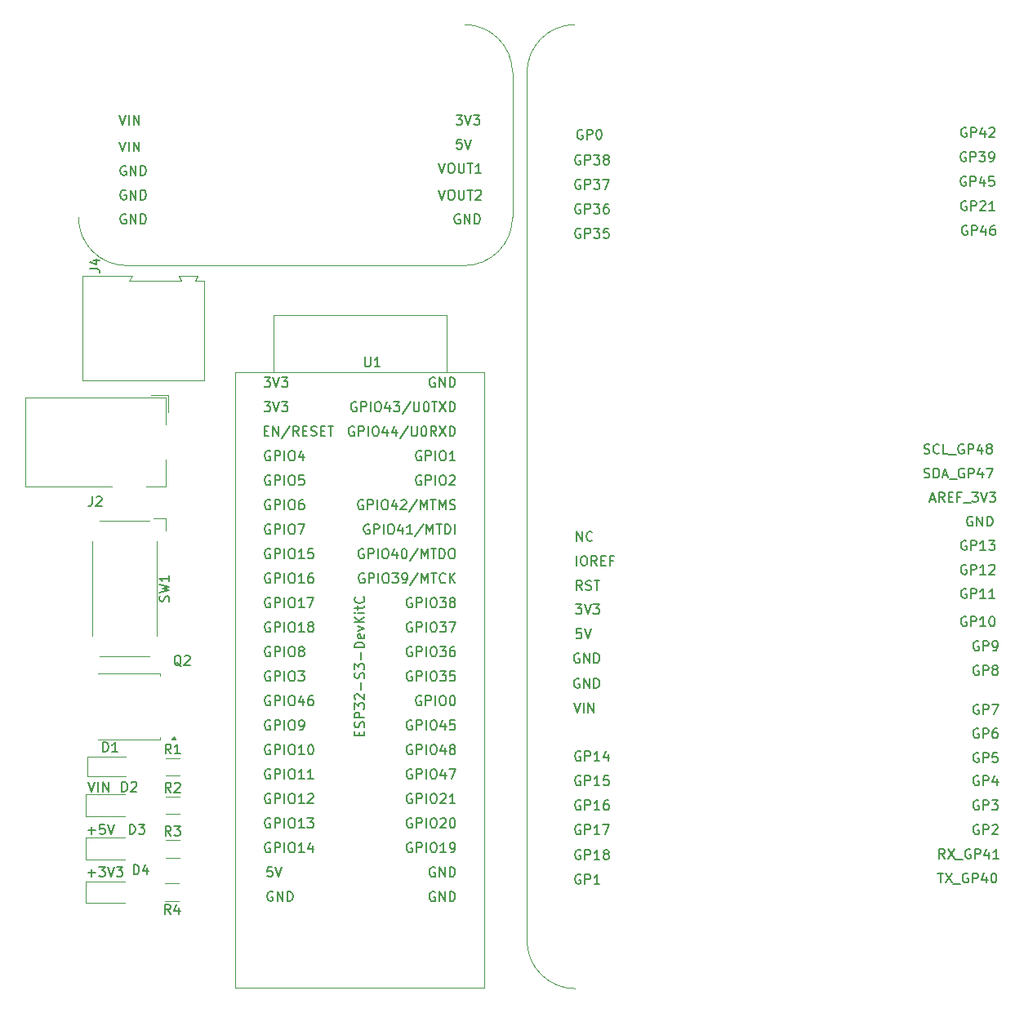
<source format=gto>
%TF.GenerationSoftware,KiCad,Pcbnew,8.0.0*%
%TF.CreationDate,2024-04-03T20:24:18-04:00*%
%TF.ProjectId,myBaseBoardDesign,6d794261-7365-4426-9f61-726444657369,rev?*%
%TF.SameCoordinates,Original*%
%TF.FileFunction,Legend,Top*%
%TF.FilePolarity,Positive*%
%FSLAX46Y46*%
G04 Gerber Fmt 4.6, Leading zero omitted, Abs format (unit mm)*
G04 Created by KiCad (PCBNEW 8.0.0) date 2024-04-03 20:24:18*
%MOMM*%
%LPD*%
G01*
G04 APERTURE LIST*
%ADD10C,0.150000*%
%ADD11C,0.120000*%
%ADD12C,0.050000*%
G04 APERTURE END LIST*
D10*
X73736779Y-138488866D02*
X74498684Y-138488866D01*
X74117731Y-138869819D02*
X74117731Y-138107914D01*
X74879636Y-137869819D02*
X75498683Y-137869819D01*
X75498683Y-137869819D02*
X75165350Y-138250771D01*
X75165350Y-138250771D02*
X75308207Y-138250771D01*
X75308207Y-138250771D02*
X75403445Y-138298390D01*
X75403445Y-138298390D02*
X75451064Y-138346009D01*
X75451064Y-138346009D02*
X75498683Y-138441247D01*
X75498683Y-138441247D02*
X75498683Y-138679342D01*
X75498683Y-138679342D02*
X75451064Y-138774580D01*
X75451064Y-138774580D02*
X75403445Y-138822200D01*
X75403445Y-138822200D02*
X75308207Y-138869819D01*
X75308207Y-138869819D02*
X75022493Y-138869819D01*
X75022493Y-138869819D02*
X74927255Y-138822200D01*
X74927255Y-138822200D02*
X74879636Y-138774580D01*
X75784398Y-137869819D02*
X76117731Y-138869819D01*
X76117731Y-138869819D02*
X76451064Y-137869819D01*
X76689160Y-137869819D02*
X77308207Y-137869819D01*
X77308207Y-137869819D02*
X76974874Y-138250771D01*
X76974874Y-138250771D02*
X77117731Y-138250771D01*
X77117731Y-138250771D02*
X77212969Y-138298390D01*
X77212969Y-138298390D02*
X77260588Y-138346009D01*
X77260588Y-138346009D02*
X77308207Y-138441247D01*
X77308207Y-138441247D02*
X77308207Y-138679342D01*
X77308207Y-138679342D02*
X77260588Y-138774580D01*
X77260588Y-138774580D02*
X77212969Y-138822200D01*
X77212969Y-138822200D02*
X77117731Y-138869819D01*
X77117731Y-138869819D02*
X76832017Y-138869819D01*
X76832017Y-138869819D02*
X76736779Y-138822200D01*
X76736779Y-138822200D02*
X76689160Y-138774580D01*
X73736779Y-134088866D02*
X74498684Y-134088866D01*
X74117731Y-134469819D02*
X74117731Y-133707914D01*
X75451064Y-133469819D02*
X74974874Y-133469819D01*
X74974874Y-133469819D02*
X74927255Y-133946009D01*
X74927255Y-133946009D02*
X74974874Y-133898390D01*
X74974874Y-133898390D02*
X75070112Y-133850771D01*
X75070112Y-133850771D02*
X75308207Y-133850771D01*
X75308207Y-133850771D02*
X75403445Y-133898390D01*
X75403445Y-133898390D02*
X75451064Y-133946009D01*
X75451064Y-133946009D02*
X75498683Y-134041247D01*
X75498683Y-134041247D02*
X75498683Y-134279342D01*
X75498683Y-134279342D02*
X75451064Y-134374580D01*
X75451064Y-134374580D02*
X75403445Y-134422200D01*
X75403445Y-134422200D02*
X75308207Y-134469819D01*
X75308207Y-134469819D02*
X75070112Y-134469819D01*
X75070112Y-134469819D02*
X74974874Y-134422200D01*
X74974874Y-134422200D02*
X74927255Y-134374580D01*
X75784398Y-133469819D02*
X76117731Y-134469819D01*
X76117731Y-134469819D02*
X76451064Y-133469819D01*
X73793922Y-129069819D02*
X74127255Y-130069819D01*
X74127255Y-130069819D02*
X74460588Y-129069819D01*
X74793922Y-130069819D02*
X74793922Y-129069819D01*
X75270112Y-130069819D02*
X75270112Y-129069819D01*
X75270112Y-129069819D02*
X75841540Y-130069819D01*
X75841540Y-130069819D02*
X75841540Y-129069819D01*
X82333333Y-134634819D02*
X82000000Y-134158628D01*
X81761905Y-134634819D02*
X81761905Y-133634819D01*
X81761905Y-133634819D02*
X82142857Y-133634819D01*
X82142857Y-133634819D02*
X82238095Y-133682438D01*
X82238095Y-133682438D02*
X82285714Y-133730057D01*
X82285714Y-133730057D02*
X82333333Y-133825295D01*
X82333333Y-133825295D02*
X82333333Y-133968152D01*
X82333333Y-133968152D02*
X82285714Y-134063390D01*
X82285714Y-134063390D02*
X82238095Y-134111009D01*
X82238095Y-134111009D02*
X82142857Y-134158628D01*
X82142857Y-134158628D02*
X81761905Y-134158628D01*
X82666667Y-133634819D02*
X83285714Y-133634819D01*
X83285714Y-133634819D02*
X82952381Y-134015771D01*
X82952381Y-134015771D02*
X83095238Y-134015771D01*
X83095238Y-134015771D02*
X83190476Y-134063390D01*
X83190476Y-134063390D02*
X83238095Y-134111009D01*
X83238095Y-134111009D02*
X83285714Y-134206247D01*
X83285714Y-134206247D02*
X83285714Y-134444342D01*
X83285714Y-134444342D02*
X83238095Y-134539580D01*
X83238095Y-134539580D02*
X83190476Y-134587200D01*
X83190476Y-134587200D02*
X83095238Y-134634819D01*
X83095238Y-134634819D02*
X82809524Y-134634819D01*
X82809524Y-134634819D02*
X82714286Y-134587200D01*
X82714286Y-134587200D02*
X82666667Y-134539580D01*
X73954819Y-75833333D02*
X74669104Y-75833333D01*
X74669104Y-75833333D02*
X74811961Y-75880952D01*
X74811961Y-75880952D02*
X74907200Y-75976190D01*
X74907200Y-75976190D02*
X74954819Y-76119047D01*
X74954819Y-76119047D02*
X74954819Y-76214285D01*
X74288152Y-74928571D02*
X74954819Y-74928571D01*
X73907200Y-75166666D02*
X74621485Y-75404761D01*
X74621485Y-75404761D02*
X74621485Y-74785714D01*
X78061905Y-134454819D02*
X78061905Y-133454819D01*
X78061905Y-133454819D02*
X78300000Y-133454819D01*
X78300000Y-133454819D02*
X78442857Y-133502438D01*
X78442857Y-133502438D02*
X78538095Y-133597676D01*
X78538095Y-133597676D02*
X78585714Y-133692914D01*
X78585714Y-133692914D02*
X78633333Y-133883390D01*
X78633333Y-133883390D02*
X78633333Y-134026247D01*
X78633333Y-134026247D02*
X78585714Y-134216723D01*
X78585714Y-134216723D02*
X78538095Y-134311961D01*
X78538095Y-134311961D02*
X78442857Y-134407200D01*
X78442857Y-134407200D02*
X78300000Y-134454819D01*
X78300000Y-134454819D02*
X78061905Y-134454819D01*
X78966667Y-133454819D02*
X79585714Y-133454819D01*
X79585714Y-133454819D02*
X79252381Y-133835771D01*
X79252381Y-133835771D02*
X79395238Y-133835771D01*
X79395238Y-133835771D02*
X79490476Y-133883390D01*
X79490476Y-133883390D02*
X79538095Y-133931009D01*
X79538095Y-133931009D02*
X79585714Y-134026247D01*
X79585714Y-134026247D02*
X79585714Y-134264342D01*
X79585714Y-134264342D02*
X79538095Y-134359580D01*
X79538095Y-134359580D02*
X79490476Y-134407200D01*
X79490476Y-134407200D02*
X79395238Y-134454819D01*
X79395238Y-134454819D02*
X79109524Y-134454819D01*
X79109524Y-134454819D02*
X79014286Y-134407200D01*
X79014286Y-134407200D02*
X78966667Y-134359580D01*
X82283333Y-142774819D02*
X81950000Y-142298628D01*
X81711905Y-142774819D02*
X81711905Y-141774819D01*
X81711905Y-141774819D02*
X82092857Y-141774819D01*
X82092857Y-141774819D02*
X82188095Y-141822438D01*
X82188095Y-141822438D02*
X82235714Y-141870057D01*
X82235714Y-141870057D02*
X82283333Y-141965295D01*
X82283333Y-141965295D02*
X82283333Y-142108152D01*
X82283333Y-142108152D02*
X82235714Y-142203390D01*
X82235714Y-142203390D02*
X82188095Y-142251009D01*
X82188095Y-142251009D02*
X82092857Y-142298628D01*
X82092857Y-142298628D02*
X81711905Y-142298628D01*
X83140476Y-142108152D02*
X83140476Y-142774819D01*
X82902381Y-141727200D02*
X82664286Y-142441485D01*
X82664286Y-142441485D02*
X83283333Y-142441485D01*
X78461905Y-138654819D02*
X78461905Y-137654819D01*
X78461905Y-137654819D02*
X78700000Y-137654819D01*
X78700000Y-137654819D02*
X78842857Y-137702438D01*
X78842857Y-137702438D02*
X78938095Y-137797676D01*
X78938095Y-137797676D02*
X78985714Y-137892914D01*
X78985714Y-137892914D02*
X79033333Y-138083390D01*
X79033333Y-138083390D02*
X79033333Y-138226247D01*
X79033333Y-138226247D02*
X78985714Y-138416723D01*
X78985714Y-138416723D02*
X78938095Y-138511961D01*
X78938095Y-138511961D02*
X78842857Y-138607200D01*
X78842857Y-138607200D02*
X78700000Y-138654819D01*
X78700000Y-138654819D02*
X78461905Y-138654819D01*
X79890476Y-137988152D02*
X79890476Y-138654819D01*
X79652381Y-137607200D02*
X79414286Y-138321485D01*
X79414286Y-138321485D02*
X80033333Y-138321485D01*
X82333333Y-126134819D02*
X82000000Y-125658628D01*
X81761905Y-126134819D02*
X81761905Y-125134819D01*
X81761905Y-125134819D02*
X82142857Y-125134819D01*
X82142857Y-125134819D02*
X82238095Y-125182438D01*
X82238095Y-125182438D02*
X82285714Y-125230057D01*
X82285714Y-125230057D02*
X82333333Y-125325295D01*
X82333333Y-125325295D02*
X82333333Y-125468152D01*
X82333333Y-125468152D02*
X82285714Y-125563390D01*
X82285714Y-125563390D02*
X82238095Y-125611009D01*
X82238095Y-125611009D02*
X82142857Y-125658628D01*
X82142857Y-125658628D02*
X81761905Y-125658628D01*
X83285714Y-126134819D02*
X82714286Y-126134819D01*
X83000000Y-126134819D02*
X83000000Y-125134819D01*
X83000000Y-125134819D02*
X82904762Y-125277676D01*
X82904762Y-125277676D02*
X82809524Y-125372914D01*
X82809524Y-125372914D02*
X82714286Y-125420533D01*
X75284405Y-125932319D02*
X75284405Y-124932319D01*
X75284405Y-124932319D02*
X75522500Y-124932319D01*
X75522500Y-124932319D02*
X75665357Y-124979938D01*
X75665357Y-124979938D02*
X75760595Y-125075176D01*
X75760595Y-125075176D02*
X75808214Y-125170414D01*
X75808214Y-125170414D02*
X75855833Y-125360890D01*
X75855833Y-125360890D02*
X75855833Y-125503747D01*
X75855833Y-125503747D02*
X75808214Y-125694223D01*
X75808214Y-125694223D02*
X75760595Y-125789461D01*
X75760595Y-125789461D02*
X75665357Y-125884700D01*
X75665357Y-125884700D02*
X75522500Y-125932319D01*
X75522500Y-125932319D02*
X75284405Y-125932319D01*
X76808214Y-125932319D02*
X76236786Y-125932319D01*
X76522500Y-125932319D02*
X76522500Y-124932319D01*
X76522500Y-124932319D02*
X76427262Y-125075176D01*
X76427262Y-125075176D02*
X76332024Y-125170414D01*
X76332024Y-125170414D02*
X76236786Y-125218033D01*
X82333333Y-130134819D02*
X82000000Y-129658628D01*
X81761905Y-130134819D02*
X81761905Y-129134819D01*
X81761905Y-129134819D02*
X82142857Y-129134819D01*
X82142857Y-129134819D02*
X82238095Y-129182438D01*
X82238095Y-129182438D02*
X82285714Y-129230057D01*
X82285714Y-129230057D02*
X82333333Y-129325295D01*
X82333333Y-129325295D02*
X82333333Y-129468152D01*
X82333333Y-129468152D02*
X82285714Y-129563390D01*
X82285714Y-129563390D02*
X82238095Y-129611009D01*
X82238095Y-129611009D02*
X82142857Y-129658628D01*
X82142857Y-129658628D02*
X81761905Y-129658628D01*
X82714286Y-129230057D02*
X82761905Y-129182438D01*
X82761905Y-129182438D02*
X82857143Y-129134819D01*
X82857143Y-129134819D02*
X83095238Y-129134819D01*
X83095238Y-129134819D02*
X83190476Y-129182438D01*
X83190476Y-129182438D02*
X83238095Y-129230057D01*
X83238095Y-129230057D02*
X83285714Y-129325295D01*
X83285714Y-129325295D02*
X83285714Y-129420533D01*
X83285714Y-129420533D02*
X83238095Y-129563390D01*
X83238095Y-129563390D02*
X82666667Y-130134819D01*
X82666667Y-130134819D02*
X83285714Y-130134819D01*
X82107200Y-110333332D02*
X82154819Y-110190475D01*
X82154819Y-110190475D02*
X82154819Y-109952380D01*
X82154819Y-109952380D02*
X82107200Y-109857142D01*
X82107200Y-109857142D02*
X82059580Y-109809523D01*
X82059580Y-109809523D02*
X81964342Y-109761904D01*
X81964342Y-109761904D02*
X81869104Y-109761904D01*
X81869104Y-109761904D02*
X81773866Y-109809523D01*
X81773866Y-109809523D02*
X81726247Y-109857142D01*
X81726247Y-109857142D02*
X81678628Y-109952380D01*
X81678628Y-109952380D02*
X81631009Y-110142856D01*
X81631009Y-110142856D02*
X81583390Y-110238094D01*
X81583390Y-110238094D02*
X81535771Y-110285713D01*
X81535771Y-110285713D02*
X81440533Y-110333332D01*
X81440533Y-110333332D02*
X81345295Y-110333332D01*
X81345295Y-110333332D02*
X81250057Y-110285713D01*
X81250057Y-110285713D02*
X81202438Y-110238094D01*
X81202438Y-110238094D02*
X81154819Y-110142856D01*
X81154819Y-110142856D02*
X81154819Y-109904761D01*
X81154819Y-109904761D02*
X81202438Y-109761904D01*
X81154819Y-109428570D02*
X82154819Y-109190475D01*
X82154819Y-109190475D02*
X81440533Y-108999999D01*
X81440533Y-108999999D02*
X82154819Y-108809523D01*
X82154819Y-108809523D02*
X81154819Y-108571428D01*
X82154819Y-107666666D02*
X82154819Y-108238094D01*
X82154819Y-107952380D02*
X81154819Y-107952380D01*
X81154819Y-107952380D02*
X81297676Y-108047618D01*
X81297676Y-108047618D02*
X81392914Y-108142856D01*
X81392914Y-108142856D02*
X81440533Y-108238094D01*
X124303541Y-110634819D02*
X124922588Y-110634819D01*
X124922588Y-110634819D02*
X124589255Y-111015771D01*
X124589255Y-111015771D02*
X124732112Y-111015771D01*
X124732112Y-111015771D02*
X124827350Y-111063390D01*
X124827350Y-111063390D02*
X124874969Y-111111009D01*
X124874969Y-111111009D02*
X124922588Y-111206247D01*
X124922588Y-111206247D02*
X124922588Y-111444342D01*
X124922588Y-111444342D02*
X124874969Y-111539580D01*
X124874969Y-111539580D02*
X124827350Y-111587200D01*
X124827350Y-111587200D02*
X124732112Y-111634819D01*
X124732112Y-111634819D02*
X124446398Y-111634819D01*
X124446398Y-111634819D02*
X124351160Y-111587200D01*
X124351160Y-111587200D02*
X124303541Y-111539580D01*
X125208303Y-110634819D02*
X125541636Y-111634819D01*
X125541636Y-111634819D02*
X125874969Y-110634819D01*
X126113065Y-110634819D02*
X126732112Y-110634819D01*
X126732112Y-110634819D02*
X126398779Y-111015771D01*
X126398779Y-111015771D02*
X126541636Y-111015771D01*
X126541636Y-111015771D02*
X126636874Y-111063390D01*
X126636874Y-111063390D02*
X126684493Y-111111009D01*
X126684493Y-111111009D02*
X126732112Y-111206247D01*
X126732112Y-111206247D02*
X126732112Y-111444342D01*
X126732112Y-111444342D02*
X126684493Y-111539580D01*
X126684493Y-111539580D02*
X126636874Y-111587200D01*
X126636874Y-111587200D02*
X126541636Y-111634819D01*
X126541636Y-111634819D02*
X126255922Y-111634819D01*
X126255922Y-111634819D02*
X126160684Y-111587200D01*
X126160684Y-111587200D02*
X126113065Y-111539580D01*
X124795588Y-131002438D02*
X124700350Y-130954819D01*
X124700350Y-130954819D02*
X124557493Y-130954819D01*
X124557493Y-130954819D02*
X124414636Y-131002438D01*
X124414636Y-131002438D02*
X124319398Y-131097676D01*
X124319398Y-131097676D02*
X124271779Y-131192914D01*
X124271779Y-131192914D02*
X124224160Y-131383390D01*
X124224160Y-131383390D02*
X124224160Y-131526247D01*
X124224160Y-131526247D02*
X124271779Y-131716723D01*
X124271779Y-131716723D02*
X124319398Y-131811961D01*
X124319398Y-131811961D02*
X124414636Y-131907200D01*
X124414636Y-131907200D02*
X124557493Y-131954819D01*
X124557493Y-131954819D02*
X124652731Y-131954819D01*
X124652731Y-131954819D02*
X124795588Y-131907200D01*
X124795588Y-131907200D02*
X124843207Y-131859580D01*
X124843207Y-131859580D02*
X124843207Y-131526247D01*
X124843207Y-131526247D02*
X124652731Y-131526247D01*
X125271779Y-131954819D02*
X125271779Y-130954819D01*
X125271779Y-130954819D02*
X125652731Y-130954819D01*
X125652731Y-130954819D02*
X125747969Y-131002438D01*
X125747969Y-131002438D02*
X125795588Y-131050057D01*
X125795588Y-131050057D02*
X125843207Y-131145295D01*
X125843207Y-131145295D02*
X125843207Y-131288152D01*
X125843207Y-131288152D02*
X125795588Y-131383390D01*
X125795588Y-131383390D02*
X125747969Y-131431009D01*
X125747969Y-131431009D02*
X125652731Y-131478628D01*
X125652731Y-131478628D02*
X125271779Y-131478628D01*
X126795588Y-131954819D02*
X126224160Y-131954819D01*
X126509874Y-131954819D02*
X126509874Y-130954819D01*
X126509874Y-130954819D02*
X126414636Y-131097676D01*
X126414636Y-131097676D02*
X126319398Y-131192914D01*
X126319398Y-131192914D02*
X126224160Y-131240533D01*
X127652731Y-130954819D02*
X127462255Y-130954819D01*
X127462255Y-130954819D02*
X127367017Y-131002438D01*
X127367017Y-131002438D02*
X127319398Y-131050057D01*
X127319398Y-131050057D02*
X127224160Y-131192914D01*
X127224160Y-131192914D02*
X127176541Y-131383390D01*
X127176541Y-131383390D02*
X127176541Y-131764342D01*
X127176541Y-131764342D02*
X127224160Y-131859580D01*
X127224160Y-131859580D02*
X127271779Y-131907200D01*
X127271779Y-131907200D02*
X127367017Y-131954819D01*
X127367017Y-131954819D02*
X127557493Y-131954819D01*
X127557493Y-131954819D02*
X127652731Y-131907200D01*
X127652731Y-131907200D02*
X127700350Y-131859580D01*
X127700350Y-131859580D02*
X127747969Y-131764342D01*
X127747969Y-131764342D02*
X127747969Y-131526247D01*
X127747969Y-131526247D02*
X127700350Y-131431009D01*
X127700350Y-131431009D02*
X127652731Y-131383390D01*
X127652731Y-131383390D02*
X127557493Y-131335771D01*
X127557493Y-131335771D02*
X127367017Y-131335771D01*
X127367017Y-131335771D02*
X127271779Y-131383390D01*
X127271779Y-131383390D02*
X127224160Y-131431009D01*
X127224160Y-131431009D02*
X127176541Y-131526247D01*
X124795588Y-128462438D02*
X124700350Y-128414819D01*
X124700350Y-128414819D02*
X124557493Y-128414819D01*
X124557493Y-128414819D02*
X124414636Y-128462438D01*
X124414636Y-128462438D02*
X124319398Y-128557676D01*
X124319398Y-128557676D02*
X124271779Y-128652914D01*
X124271779Y-128652914D02*
X124224160Y-128843390D01*
X124224160Y-128843390D02*
X124224160Y-128986247D01*
X124224160Y-128986247D02*
X124271779Y-129176723D01*
X124271779Y-129176723D02*
X124319398Y-129271961D01*
X124319398Y-129271961D02*
X124414636Y-129367200D01*
X124414636Y-129367200D02*
X124557493Y-129414819D01*
X124557493Y-129414819D02*
X124652731Y-129414819D01*
X124652731Y-129414819D02*
X124795588Y-129367200D01*
X124795588Y-129367200D02*
X124843207Y-129319580D01*
X124843207Y-129319580D02*
X124843207Y-128986247D01*
X124843207Y-128986247D02*
X124652731Y-128986247D01*
X125271779Y-129414819D02*
X125271779Y-128414819D01*
X125271779Y-128414819D02*
X125652731Y-128414819D01*
X125652731Y-128414819D02*
X125747969Y-128462438D01*
X125747969Y-128462438D02*
X125795588Y-128510057D01*
X125795588Y-128510057D02*
X125843207Y-128605295D01*
X125843207Y-128605295D02*
X125843207Y-128748152D01*
X125843207Y-128748152D02*
X125795588Y-128843390D01*
X125795588Y-128843390D02*
X125747969Y-128891009D01*
X125747969Y-128891009D02*
X125652731Y-128938628D01*
X125652731Y-128938628D02*
X125271779Y-128938628D01*
X126795588Y-129414819D02*
X126224160Y-129414819D01*
X126509874Y-129414819D02*
X126509874Y-128414819D01*
X126509874Y-128414819D02*
X126414636Y-128557676D01*
X126414636Y-128557676D02*
X126319398Y-128652914D01*
X126319398Y-128652914D02*
X126224160Y-128700533D01*
X127700350Y-128414819D02*
X127224160Y-128414819D01*
X127224160Y-128414819D02*
X127176541Y-128891009D01*
X127176541Y-128891009D02*
X127224160Y-128843390D01*
X127224160Y-128843390D02*
X127319398Y-128795771D01*
X127319398Y-128795771D02*
X127557493Y-128795771D01*
X127557493Y-128795771D02*
X127652731Y-128843390D01*
X127652731Y-128843390D02*
X127700350Y-128891009D01*
X127700350Y-128891009D02*
X127747969Y-128986247D01*
X127747969Y-128986247D02*
X127747969Y-129224342D01*
X127747969Y-129224342D02*
X127700350Y-129319580D01*
X127700350Y-129319580D02*
X127652731Y-129367200D01*
X127652731Y-129367200D02*
X127557493Y-129414819D01*
X127557493Y-129414819D02*
X127319398Y-129414819D01*
X127319398Y-129414819D02*
X127224160Y-129367200D01*
X127224160Y-129367200D02*
X127176541Y-129319580D01*
X124398779Y-104094819D02*
X124398779Y-103094819D01*
X124398779Y-103094819D02*
X124970207Y-104094819D01*
X124970207Y-104094819D02*
X124970207Y-103094819D01*
X126017826Y-103999580D02*
X125970207Y-104047200D01*
X125970207Y-104047200D02*
X125827350Y-104094819D01*
X125827350Y-104094819D02*
X125732112Y-104094819D01*
X125732112Y-104094819D02*
X125589255Y-104047200D01*
X125589255Y-104047200D02*
X125494017Y-103951961D01*
X125494017Y-103951961D02*
X125446398Y-103856723D01*
X125446398Y-103856723D02*
X125398779Y-103666247D01*
X125398779Y-103666247D02*
X125398779Y-103523390D01*
X125398779Y-103523390D02*
X125446398Y-103332914D01*
X125446398Y-103332914D02*
X125494017Y-103237676D01*
X125494017Y-103237676D02*
X125589255Y-103142438D01*
X125589255Y-103142438D02*
X125732112Y-103094819D01*
X125732112Y-103094819D02*
X125827350Y-103094819D01*
X125827350Y-103094819D02*
X125970207Y-103142438D01*
X125970207Y-103142438D02*
X126017826Y-103190057D01*
X124795588Y-69157438D02*
X124700350Y-69109819D01*
X124700350Y-69109819D02*
X124557493Y-69109819D01*
X124557493Y-69109819D02*
X124414636Y-69157438D01*
X124414636Y-69157438D02*
X124319398Y-69252676D01*
X124319398Y-69252676D02*
X124271779Y-69347914D01*
X124271779Y-69347914D02*
X124224160Y-69538390D01*
X124224160Y-69538390D02*
X124224160Y-69681247D01*
X124224160Y-69681247D02*
X124271779Y-69871723D01*
X124271779Y-69871723D02*
X124319398Y-69966961D01*
X124319398Y-69966961D02*
X124414636Y-70062200D01*
X124414636Y-70062200D02*
X124557493Y-70109819D01*
X124557493Y-70109819D02*
X124652731Y-70109819D01*
X124652731Y-70109819D02*
X124795588Y-70062200D01*
X124795588Y-70062200D02*
X124843207Y-70014580D01*
X124843207Y-70014580D02*
X124843207Y-69681247D01*
X124843207Y-69681247D02*
X124652731Y-69681247D01*
X125271779Y-70109819D02*
X125271779Y-69109819D01*
X125271779Y-69109819D02*
X125652731Y-69109819D01*
X125652731Y-69109819D02*
X125747969Y-69157438D01*
X125747969Y-69157438D02*
X125795588Y-69205057D01*
X125795588Y-69205057D02*
X125843207Y-69300295D01*
X125843207Y-69300295D02*
X125843207Y-69443152D01*
X125843207Y-69443152D02*
X125795588Y-69538390D01*
X125795588Y-69538390D02*
X125747969Y-69586009D01*
X125747969Y-69586009D02*
X125652731Y-69633628D01*
X125652731Y-69633628D02*
X125271779Y-69633628D01*
X126176541Y-69109819D02*
X126795588Y-69109819D01*
X126795588Y-69109819D02*
X126462255Y-69490771D01*
X126462255Y-69490771D02*
X126605112Y-69490771D01*
X126605112Y-69490771D02*
X126700350Y-69538390D01*
X126700350Y-69538390D02*
X126747969Y-69586009D01*
X126747969Y-69586009D02*
X126795588Y-69681247D01*
X126795588Y-69681247D02*
X126795588Y-69919342D01*
X126795588Y-69919342D02*
X126747969Y-70014580D01*
X126747969Y-70014580D02*
X126700350Y-70062200D01*
X126700350Y-70062200D02*
X126605112Y-70109819D01*
X126605112Y-70109819D02*
X126319398Y-70109819D01*
X126319398Y-70109819D02*
X126224160Y-70062200D01*
X126224160Y-70062200D02*
X126176541Y-70014580D01*
X127652731Y-69109819D02*
X127462255Y-69109819D01*
X127462255Y-69109819D02*
X127367017Y-69157438D01*
X127367017Y-69157438D02*
X127319398Y-69205057D01*
X127319398Y-69205057D02*
X127224160Y-69347914D01*
X127224160Y-69347914D02*
X127176541Y-69538390D01*
X127176541Y-69538390D02*
X127176541Y-69919342D01*
X127176541Y-69919342D02*
X127224160Y-70014580D01*
X127224160Y-70014580D02*
X127271779Y-70062200D01*
X127271779Y-70062200D02*
X127367017Y-70109819D01*
X127367017Y-70109819D02*
X127557493Y-70109819D01*
X127557493Y-70109819D02*
X127652731Y-70062200D01*
X127652731Y-70062200D02*
X127700350Y-70014580D01*
X127700350Y-70014580D02*
X127747969Y-69919342D01*
X127747969Y-69919342D02*
X127747969Y-69681247D01*
X127747969Y-69681247D02*
X127700350Y-69586009D01*
X127700350Y-69586009D02*
X127652731Y-69538390D01*
X127652731Y-69538390D02*
X127557493Y-69490771D01*
X127557493Y-69490771D02*
X127367017Y-69490771D01*
X127367017Y-69490771D02*
X127271779Y-69538390D01*
X127271779Y-69538390D02*
X127224160Y-69586009D01*
X127224160Y-69586009D02*
X127176541Y-69681247D01*
X164800588Y-61232438D02*
X164705350Y-61184819D01*
X164705350Y-61184819D02*
X164562493Y-61184819D01*
X164562493Y-61184819D02*
X164419636Y-61232438D01*
X164419636Y-61232438D02*
X164324398Y-61327676D01*
X164324398Y-61327676D02*
X164276779Y-61422914D01*
X164276779Y-61422914D02*
X164229160Y-61613390D01*
X164229160Y-61613390D02*
X164229160Y-61756247D01*
X164229160Y-61756247D02*
X164276779Y-61946723D01*
X164276779Y-61946723D02*
X164324398Y-62041961D01*
X164324398Y-62041961D02*
X164419636Y-62137200D01*
X164419636Y-62137200D02*
X164562493Y-62184819D01*
X164562493Y-62184819D02*
X164657731Y-62184819D01*
X164657731Y-62184819D02*
X164800588Y-62137200D01*
X164800588Y-62137200D02*
X164848207Y-62089580D01*
X164848207Y-62089580D02*
X164848207Y-61756247D01*
X164848207Y-61756247D02*
X164657731Y-61756247D01*
X165276779Y-62184819D02*
X165276779Y-61184819D01*
X165276779Y-61184819D02*
X165657731Y-61184819D01*
X165657731Y-61184819D02*
X165752969Y-61232438D01*
X165752969Y-61232438D02*
X165800588Y-61280057D01*
X165800588Y-61280057D02*
X165848207Y-61375295D01*
X165848207Y-61375295D02*
X165848207Y-61518152D01*
X165848207Y-61518152D02*
X165800588Y-61613390D01*
X165800588Y-61613390D02*
X165752969Y-61661009D01*
X165752969Y-61661009D02*
X165657731Y-61708628D01*
X165657731Y-61708628D02*
X165276779Y-61708628D01*
X166705350Y-61518152D02*
X166705350Y-62184819D01*
X166467255Y-61137200D02*
X166229160Y-61851485D01*
X166229160Y-61851485D02*
X166848207Y-61851485D01*
X167181541Y-61280057D02*
X167229160Y-61232438D01*
X167229160Y-61232438D02*
X167324398Y-61184819D01*
X167324398Y-61184819D02*
X167562493Y-61184819D01*
X167562493Y-61184819D02*
X167657731Y-61232438D01*
X167657731Y-61232438D02*
X167705350Y-61280057D01*
X167705350Y-61280057D02*
X167752969Y-61375295D01*
X167752969Y-61375295D02*
X167752969Y-61470533D01*
X167752969Y-61470533D02*
X167705350Y-61613390D01*
X167705350Y-61613390D02*
X167133922Y-62184819D01*
X167133922Y-62184819D02*
X167752969Y-62184819D01*
X161839922Y-138519819D02*
X162411350Y-138519819D01*
X162125636Y-139519819D02*
X162125636Y-138519819D01*
X162649446Y-138519819D02*
X163316112Y-139519819D01*
X163316112Y-138519819D02*
X162649446Y-139519819D01*
X163458970Y-139615057D02*
X164220874Y-139615057D01*
X164982779Y-138567438D02*
X164887541Y-138519819D01*
X164887541Y-138519819D02*
X164744684Y-138519819D01*
X164744684Y-138519819D02*
X164601827Y-138567438D01*
X164601827Y-138567438D02*
X164506589Y-138662676D01*
X164506589Y-138662676D02*
X164458970Y-138757914D01*
X164458970Y-138757914D02*
X164411351Y-138948390D01*
X164411351Y-138948390D02*
X164411351Y-139091247D01*
X164411351Y-139091247D02*
X164458970Y-139281723D01*
X164458970Y-139281723D02*
X164506589Y-139376961D01*
X164506589Y-139376961D02*
X164601827Y-139472200D01*
X164601827Y-139472200D02*
X164744684Y-139519819D01*
X164744684Y-139519819D02*
X164839922Y-139519819D01*
X164839922Y-139519819D02*
X164982779Y-139472200D01*
X164982779Y-139472200D02*
X165030398Y-139424580D01*
X165030398Y-139424580D02*
X165030398Y-139091247D01*
X165030398Y-139091247D02*
X164839922Y-139091247D01*
X165458970Y-139519819D02*
X165458970Y-138519819D01*
X165458970Y-138519819D02*
X165839922Y-138519819D01*
X165839922Y-138519819D02*
X165935160Y-138567438D01*
X165935160Y-138567438D02*
X165982779Y-138615057D01*
X165982779Y-138615057D02*
X166030398Y-138710295D01*
X166030398Y-138710295D02*
X166030398Y-138853152D01*
X166030398Y-138853152D02*
X165982779Y-138948390D01*
X165982779Y-138948390D02*
X165935160Y-138996009D01*
X165935160Y-138996009D02*
X165839922Y-139043628D01*
X165839922Y-139043628D02*
X165458970Y-139043628D01*
X166887541Y-138853152D02*
X166887541Y-139519819D01*
X166649446Y-138472200D02*
X166411351Y-139186485D01*
X166411351Y-139186485D02*
X167030398Y-139186485D01*
X167601827Y-138519819D02*
X167697065Y-138519819D01*
X167697065Y-138519819D02*
X167792303Y-138567438D01*
X167792303Y-138567438D02*
X167839922Y-138615057D01*
X167839922Y-138615057D02*
X167887541Y-138710295D01*
X167887541Y-138710295D02*
X167935160Y-138900771D01*
X167935160Y-138900771D02*
X167935160Y-139138866D01*
X167935160Y-139138866D02*
X167887541Y-139329342D01*
X167887541Y-139329342D02*
X167839922Y-139424580D01*
X167839922Y-139424580D02*
X167792303Y-139472200D01*
X167792303Y-139472200D02*
X167697065Y-139519819D01*
X167697065Y-139519819D02*
X167601827Y-139519819D01*
X167601827Y-139519819D02*
X167506589Y-139472200D01*
X167506589Y-139472200D02*
X167458970Y-139424580D01*
X167458970Y-139424580D02*
X167411351Y-139329342D01*
X167411351Y-139329342D02*
X167363732Y-139138866D01*
X167363732Y-139138866D02*
X167363732Y-138900771D01*
X167363732Y-138900771D02*
X167411351Y-138710295D01*
X167411351Y-138710295D02*
X167458970Y-138615057D01*
X167458970Y-138615057D02*
X167506589Y-138567438D01*
X167506589Y-138567438D02*
X167601827Y-138519819D01*
X112280588Y-70207438D02*
X112185350Y-70159819D01*
X112185350Y-70159819D02*
X112042493Y-70159819D01*
X112042493Y-70159819D02*
X111899636Y-70207438D01*
X111899636Y-70207438D02*
X111804398Y-70302676D01*
X111804398Y-70302676D02*
X111756779Y-70397914D01*
X111756779Y-70397914D02*
X111709160Y-70588390D01*
X111709160Y-70588390D02*
X111709160Y-70731247D01*
X111709160Y-70731247D02*
X111756779Y-70921723D01*
X111756779Y-70921723D02*
X111804398Y-71016961D01*
X111804398Y-71016961D02*
X111899636Y-71112200D01*
X111899636Y-71112200D02*
X112042493Y-71159819D01*
X112042493Y-71159819D02*
X112137731Y-71159819D01*
X112137731Y-71159819D02*
X112280588Y-71112200D01*
X112280588Y-71112200D02*
X112328207Y-71064580D01*
X112328207Y-71064580D02*
X112328207Y-70731247D01*
X112328207Y-70731247D02*
X112137731Y-70731247D01*
X112756779Y-71159819D02*
X112756779Y-70159819D01*
X112756779Y-70159819D02*
X113328207Y-71159819D01*
X113328207Y-71159819D02*
X113328207Y-70159819D01*
X113804398Y-71159819D02*
X113804398Y-70159819D01*
X113804398Y-70159819D02*
X114042493Y-70159819D01*
X114042493Y-70159819D02*
X114185350Y-70207438D01*
X114185350Y-70207438D02*
X114280588Y-70302676D01*
X114280588Y-70302676D02*
X114328207Y-70397914D01*
X114328207Y-70397914D02*
X114375826Y-70588390D01*
X114375826Y-70588390D02*
X114375826Y-70731247D01*
X114375826Y-70731247D02*
X114328207Y-70921723D01*
X114328207Y-70921723D02*
X114280588Y-71016961D01*
X114280588Y-71016961D02*
X114185350Y-71112200D01*
X114185350Y-71112200D02*
X114042493Y-71159819D01*
X114042493Y-71159819D02*
X113804398Y-71159819D01*
X124668588Y-118382438D02*
X124573350Y-118334819D01*
X124573350Y-118334819D02*
X124430493Y-118334819D01*
X124430493Y-118334819D02*
X124287636Y-118382438D01*
X124287636Y-118382438D02*
X124192398Y-118477676D01*
X124192398Y-118477676D02*
X124144779Y-118572914D01*
X124144779Y-118572914D02*
X124097160Y-118763390D01*
X124097160Y-118763390D02*
X124097160Y-118906247D01*
X124097160Y-118906247D02*
X124144779Y-119096723D01*
X124144779Y-119096723D02*
X124192398Y-119191961D01*
X124192398Y-119191961D02*
X124287636Y-119287200D01*
X124287636Y-119287200D02*
X124430493Y-119334819D01*
X124430493Y-119334819D02*
X124525731Y-119334819D01*
X124525731Y-119334819D02*
X124668588Y-119287200D01*
X124668588Y-119287200D02*
X124716207Y-119239580D01*
X124716207Y-119239580D02*
X124716207Y-118906247D01*
X124716207Y-118906247D02*
X124525731Y-118906247D01*
X125144779Y-119334819D02*
X125144779Y-118334819D01*
X125144779Y-118334819D02*
X125716207Y-119334819D01*
X125716207Y-119334819D02*
X125716207Y-118334819D01*
X126192398Y-119334819D02*
X126192398Y-118334819D01*
X126192398Y-118334819D02*
X126430493Y-118334819D01*
X126430493Y-118334819D02*
X126573350Y-118382438D01*
X126573350Y-118382438D02*
X126668588Y-118477676D01*
X126668588Y-118477676D02*
X126716207Y-118572914D01*
X126716207Y-118572914D02*
X126763826Y-118763390D01*
X126763826Y-118763390D02*
X126763826Y-118906247D01*
X126763826Y-118906247D02*
X126716207Y-119096723D01*
X126716207Y-119096723D02*
X126668588Y-119191961D01*
X126668588Y-119191961D02*
X126573350Y-119287200D01*
X126573350Y-119287200D02*
X126430493Y-119334819D01*
X126430493Y-119334819D02*
X126192398Y-119334819D01*
X164880588Y-71392438D02*
X164785350Y-71344819D01*
X164785350Y-71344819D02*
X164642493Y-71344819D01*
X164642493Y-71344819D02*
X164499636Y-71392438D01*
X164499636Y-71392438D02*
X164404398Y-71487676D01*
X164404398Y-71487676D02*
X164356779Y-71582914D01*
X164356779Y-71582914D02*
X164309160Y-71773390D01*
X164309160Y-71773390D02*
X164309160Y-71916247D01*
X164309160Y-71916247D02*
X164356779Y-72106723D01*
X164356779Y-72106723D02*
X164404398Y-72201961D01*
X164404398Y-72201961D02*
X164499636Y-72297200D01*
X164499636Y-72297200D02*
X164642493Y-72344819D01*
X164642493Y-72344819D02*
X164737731Y-72344819D01*
X164737731Y-72344819D02*
X164880588Y-72297200D01*
X164880588Y-72297200D02*
X164928207Y-72249580D01*
X164928207Y-72249580D02*
X164928207Y-71916247D01*
X164928207Y-71916247D02*
X164737731Y-71916247D01*
X165356779Y-72344819D02*
X165356779Y-71344819D01*
X165356779Y-71344819D02*
X165737731Y-71344819D01*
X165737731Y-71344819D02*
X165832969Y-71392438D01*
X165832969Y-71392438D02*
X165880588Y-71440057D01*
X165880588Y-71440057D02*
X165928207Y-71535295D01*
X165928207Y-71535295D02*
X165928207Y-71678152D01*
X165928207Y-71678152D02*
X165880588Y-71773390D01*
X165880588Y-71773390D02*
X165832969Y-71821009D01*
X165832969Y-71821009D02*
X165737731Y-71868628D01*
X165737731Y-71868628D02*
X165356779Y-71868628D01*
X166785350Y-71678152D02*
X166785350Y-72344819D01*
X166547255Y-71297200D02*
X166309160Y-72011485D01*
X166309160Y-72011485D02*
X166928207Y-72011485D01*
X167737731Y-71344819D02*
X167547255Y-71344819D01*
X167547255Y-71344819D02*
X167452017Y-71392438D01*
X167452017Y-71392438D02*
X167404398Y-71440057D01*
X167404398Y-71440057D02*
X167309160Y-71582914D01*
X167309160Y-71582914D02*
X167261541Y-71773390D01*
X167261541Y-71773390D02*
X167261541Y-72154342D01*
X167261541Y-72154342D02*
X167309160Y-72249580D01*
X167309160Y-72249580D02*
X167356779Y-72297200D01*
X167356779Y-72297200D02*
X167452017Y-72344819D01*
X167452017Y-72344819D02*
X167642493Y-72344819D01*
X167642493Y-72344819D02*
X167737731Y-72297200D01*
X167737731Y-72297200D02*
X167785350Y-72249580D01*
X167785350Y-72249580D02*
X167832969Y-72154342D01*
X167832969Y-72154342D02*
X167832969Y-71916247D01*
X167832969Y-71916247D02*
X167785350Y-71821009D01*
X167785350Y-71821009D02*
X167737731Y-71773390D01*
X167737731Y-71773390D02*
X167642493Y-71725771D01*
X167642493Y-71725771D02*
X167452017Y-71725771D01*
X167452017Y-71725771D02*
X167356779Y-71773390D01*
X167356779Y-71773390D02*
X167309160Y-71821009D01*
X167309160Y-71821009D02*
X167261541Y-71916247D01*
X77655588Y-65207438D02*
X77560350Y-65159819D01*
X77560350Y-65159819D02*
X77417493Y-65159819D01*
X77417493Y-65159819D02*
X77274636Y-65207438D01*
X77274636Y-65207438D02*
X77179398Y-65302676D01*
X77179398Y-65302676D02*
X77131779Y-65397914D01*
X77131779Y-65397914D02*
X77084160Y-65588390D01*
X77084160Y-65588390D02*
X77084160Y-65731247D01*
X77084160Y-65731247D02*
X77131779Y-65921723D01*
X77131779Y-65921723D02*
X77179398Y-66016961D01*
X77179398Y-66016961D02*
X77274636Y-66112200D01*
X77274636Y-66112200D02*
X77417493Y-66159819D01*
X77417493Y-66159819D02*
X77512731Y-66159819D01*
X77512731Y-66159819D02*
X77655588Y-66112200D01*
X77655588Y-66112200D02*
X77703207Y-66064580D01*
X77703207Y-66064580D02*
X77703207Y-65731247D01*
X77703207Y-65731247D02*
X77512731Y-65731247D01*
X78131779Y-66159819D02*
X78131779Y-65159819D01*
X78131779Y-65159819D02*
X78703207Y-66159819D01*
X78703207Y-66159819D02*
X78703207Y-65159819D01*
X79179398Y-66159819D02*
X79179398Y-65159819D01*
X79179398Y-65159819D02*
X79417493Y-65159819D01*
X79417493Y-65159819D02*
X79560350Y-65207438D01*
X79560350Y-65207438D02*
X79655588Y-65302676D01*
X79655588Y-65302676D02*
X79703207Y-65397914D01*
X79703207Y-65397914D02*
X79750826Y-65588390D01*
X79750826Y-65588390D02*
X79750826Y-65731247D01*
X79750826Y-65731247D02*
X79703207Y-65921723D01*
X79703207Y-65921723D02*
X79655588Y-66016961D01*
X79655588Y-66016961D02*
X79560350Y-66112200D01*
X79560350Y-66112200D02*
X79417493Y-66159819D01*
X79417493Y-66159819D02*
X79179398Y-66159819D01*
X162554207Y-137019819D02*
X162220874Y-136543628D01*
X161982779Y-137019819D02*
X161982779Y-136019819D01*
X161982779Y-136019819D02*
X162363731Y-136019819D01*
X162363731Y-136019819D02*
X162458969Y-136067438D01*
X162458969Y-136067438D02*
X162506588Y-136115057D01*
X162506588Y-136115057D02*
X162554207Y-136210295D01*
X162554207Y-136210295D02*
X162554207Y-136353152D01*
X162554207Y-136353152D02*
X162506588Y-136448390D01*
X162506588Y-136448390D02*
X162458969Y-136496009D01*
X162458969Y-136496009D02*
X162363731Y-136543628D01*
X162363731Y-136543628D02*
X161982779Y-136543628D01*
X162887541Y-136019819D02*
X163554207Y-137019819D01*
X163554207Y-136019819D02*
X162887541Y-137019819D01*
X163697065Y-137115057D02*
X164458969Y-137115057D01*
X165220874Y-136067438D02*
X165125636Y-136019819D01*
X165125636Y-136019819D02*
X164982779Y-136019819D01*
X164982779Y-136019819D02*
X164839922Y-136067438D01*
X164839922Y-136067438D02*
X164744684Y-136162676D01*
X164744684Y-136162676D02*
X164697065Y-136257914D01*
X164697065Y-136257914D02*
X164649446Y-136448390D01*
X164649446Y-136448390D02*
X164649446Y-136591247D01*
X164649446Y-136591247D02*
X164697065Y-136781723D01*
X164697065Y-136781723D02*
X164744684Y-136876961D01*
X164744684Y-136876961D02*
X164839922Y-136972200D01*
X164839922Y-136972200D02*
X164982779Y-137019819D01*
X164982779Y-137019819D02*
X165078017Y-137019819D01*
X165078017Y-137019819D02*
X165220874Y-136972200D01*
X165220874Y-136972200D02*
X165268493Y-136924580D01*
X165268493Y-136924580D02*
X165268493Y-136591247D01*
X165268493Y-136591247D02*
X165078017Y-136591247D01*
X165697065Y-137019819D02*
X165697065Y-136019819D01*
X165697065Y-136019819D02*
X166078017Y-136019819D01*
X166078017Y-136019819D02*
X166173255Y-136067438D01*
X166173255Y-136067438D02*
X166220874Y-136115057D01*
X166220874Y-136115057D02*
X166268493Y-136210295D01*
X166268493Y-136210295D02*
X166268493Y-136353152D01*
X166268493Y-136353152D02*
X166220874Y-136448390D01*
X166220874Y-136448390D02*
X166173255Y-136496009D01*
X166173255Y-136496009D02*
X166078017Y-136543628D01*
X166078017Y-136543628D02*
X165697065Y-136543628D01*
X167125636Y-136353152D02*
X167125636Y-137019819D01*
X166887541Y-135972200D02*
X166649446Y-136686485D01*
X166649446Y-136686485D02*
X167268493Y-136686485D01*
X168173255Y-137019819D02*
X167601827Y-137019819D01*
X167887541Y-137019819D02*
X167887541Y-136019819D01*
X167887541Y-136019819D02*
X167792303Y-136162676D01*
X167792303Y-136162676D02*
X167697065Y-136257914D01*
X167697065Y-136257914D02*
X167601827Y-136305533D01*
X166070588Y-131002438D02*
X165975350Y-130954819D01*
X165975350Y-130954819D02*
X165832493Y-130954819D01*
X165832493Y-130954819D02*
X165689636Y-131002438D01*
X165689636Y-131002438D02*
X165594398Y-131097676D01*
X165594398Y-131097676D02*
X165546779Y-131192914D01*
X165546779Y-131192914D02*
X165499160Y-131383390D01*
X165499160Y-131383390D02*
X165499160Y-131526247D01*
X165499160Y-131526247D02*
X165546779Y-131716723D01*
X165546779Y-131716723D02*
X165594398Y-131811961D01*
X165594398Y-131811961D02*
X165689636Y-131907200D01*
X165689636Y-131907200D02*
X165832493Y-131954819D01*
X165832493Y-131954819D02*
X165927731Y-131954819D01*
X165927731Y-131954819D02*
X166070588Y-131907200D01*
X166070588Y-131907200D02*
X166118207Y-131859580D01*
X166118207Y-131859580D02*
X166118207Y-131526247D01*
X166118207Y-131526247D02*
X165927731Y-131526247D01*
X166546779Y-131954819D02*
X166546779Y-130954819D01*
X166546779Y-130954819D02*
X166927731Y-130954819D01*
X166927731Y-130954819D02*
X167022969Y-131002438D01*
X167022969Y-131002438D02*
X167070588Y-131050057D01*
X167070588Y-131050057D02*
X167118207Y-131145295D01*
X167118207Y-131145295D02*
X167118207Y-131288152D01*
X167118207Y-131288152D02*
X167070588Y-131383390D01*
X167070588Y-131383390D02*
X167022969Y-131431009D01*
X167022969Y-131431009D02*
X166927731Y-131478628D01*
X166927731Y-131478628D02*
X166546779Y-131478628D01*
X167451541Y-130954819D02*
X168070588Y-130954819D01*
X168070588Y-130954819D02*
X167737255Y-131335771D01*
X167737255Y-131335771D02*
X167880112Y-131335771D01*
X167880112Y-131335771D02*
X167975350Y-131383390D01*
X167975350Y-131383390D02*
X168022969Y-131431009D01*
X168022969Y-131431009D02*
X168070588Y-131526247D01*
X168070588Y-131526247D02*
X168070588Y-131764342D01*
X168070588Y-131764342D02*
X168022969Y-131859580D01*
X168022969Y-131859580D02*
X167975350Y-131907200D01*
X167975350Y-131907200D02*
X167880112Y-131954819D01*
X167880112Y-131954819D02*
X167594398Y-131954819D01*
X167594398Y-131954819D02*
X167499160Y-131907200D01*
X167499160Y-131907200D02*
X167451541Y-131859580D01*
X165435588Y-101567438D02*
X165340350Y-101519819D01*
X165340350Y-101519819D02*
X165197493Y-101519819D01*
X165197493Y-101519819D02*
X165054636Y-101567438D01*
X165054636Y-101567438D02*
X164959398Y-101662676D01*
X164959398Y-101662676D02*
X164911779Y-101757914D01*
X164911779Y-101757914D02*
X164864160Y-101948390D01*
X164864160Y-101948390D02*
X164864160Y-102091247D01*
X164864160Y-102091247D02*
X164911779Y-102281723D01*
X164911779Y-102281723D02*
X164959398Y-102376961D01*
X164959398Y-102376961D02*
X165054636Y-102472200D01*
X165054636Y-102472200D02*
X165197493Y-102519819D01*
X165197493Y-102519819D02*
X165292731Y-102519819D01*
X165292731Y-102519819D02*
X165435588Y-102472200D01*
X165435588Y-102472200D02*
X165483207Y-102424580D01*
X165483207Y-102424580D02*
X165483207Y-102091247D01*
X165483207Y-102091247D02*
X165292731Y-102091247D01*
X165911779Y-102519819D02*
X165911779Y-101519819D01*
X165911779Y-101519819D02*
X166483207Y-102519819D01*
X166483207Y-102519819D02*
X166483207Y-101519819D01*
X166959398Y-102519819D02*
X166959398Y-101519819D01*
X166959398Y-101519819D02*
X167197493Y-101519819D01*
X167197493Y-101519819D02*
X167340350Y-101567438D01*
X167340350Y-101567438D02*
X167435588Y-101662676D01*
X167435588Y-101662676D02*
X167483207Y-101757914D01*
X167483207Y-101757914D02*
X167530826Y-101948390D01*
X167530826Y-101948390D02*
X167530826Y-102091247D01*
X167530826Y-102091247D02*
X167483207Y-102281723D01*
X167483207Y-102281723D02*
X167435588Y-102376961D01*
X167435588Y-102376961D02*
X167340350Y-102472200D01*
X167340350Y-102472200D02*
X167197493Y-102519819D01*
X167197493Y-102519819D02*
X166959398Y-102519819D01*
X124795588Y-138702438D02*
X124700350Y-138654819D01*
X124700350Y-138654819D02*
X124557493Y-138654819D01*
X124557493Y-138654819D02*
X124414636Y-138702438D01*
X124414636Y-138702438D02*
X124319398Y-138797676D01*
X124319398Y-138797676D02*
X124271779Y-138892914D01*
X124271779Y-138892914D02*
X124224160Y-139083390D01*
X124224160Y-139083390D02*
X124224160Y-139226247D01*
X124224160Y-139226247D02*
X124271779Y-139416723D01*
X124271779Y-139416723D02*
X124319398Y-139511961D01*
X124319398Y-139511961D02*
X124414636Y-139607200D01*
X124414636Y-139607200D02*
X124557493Y-139654819D01*
X124557493Y-139654819D02*
X124652731Y-139654819D01*
X124652731Y-139654819D02*
X124795588Y-139607200D01*
X124795588Y-139607200D02*
X124843207Y-139559580D01*
X124843207Y-139559580D02*
X124843207Y-139226247D01*
X124843207Y-139226247D02*
X124652731Y-139226247D01*
X125271779Y-139654819D02*
X125271779Y-138654819D01*
X125271779Y-138654819D02*
X125652731Y-138654819D01*
X125652731Y-138654819D02*
X125747969Y-138702438D01*
X125747969Y-138702438D02*
X125795588Y-138750057D01*
X125795588Y-138750057D02*
X125843207Y-138845295D01*
X125843207Y-138845295D02*
X125843207Y-138988152D01*
X125843207Y-138988152D02*
X125795588Y-139083390D01*
X125795588Y-139083390D02*
X125747969Y-139131009D01*
X125747969Y-139131009D02*
X125652731Y-139178628D01*
X125652731Y-139178628D02*
X125271779Y-139178628D01*
X126795588Y-139654819D02*
X126224160Y-139654819D01*
X126509874Y-139654819D02*
X126509874Y-138654819D01*
X126509874Y-138654819D02*
X126414636Y-138797676D01*
X126414636Y-138797676D02*
X126319398Y-138892914D01*
X126319398Y-138892914D02*
X126224160Y-138940533D01*
X110113922Y-64909819D02*
X110447255Y-65909819D01*
X110447255Y-65909819D02*
X110780588Y-64909819D01*
X111304398Y-64909819D02*
X111494874Y-64909819D01*
X111494874Y-64909819D02*
X111590112Y-64957438D01*
X111590112Y-64957438D02*
X111685350Y-65052676D01*
X111685350Y-65052676D02*
X111732969Y-65243152D01*
X111732969Y-65243152D02*
X111732969Y-65576485D01*
X111732969Y-65576485D02*
X111685350Y-65766961D01*
X111685350Y-65766961D02*
X111590112Y-65862200D01*
X111590112Y-65862200D02*
X111494874Y-65909819D01*
X111494874Y-65909819D02*
X111304398Y-65909819D01*
X111304398Y-65909819D02*
X111209160Y-65862200D01*
X111209160Y-65862200D02*
X111113922Y-65766961D01*
X111113922Y-65766961D02*
X111066303Y-65576485D01*
X111066303Y-65576485D02*
X111066303Y-65243152D01*
X111066303Y-65243152D02*
X111113922Y-65052676D01*
X111113922Y-65052676D02*
X111209160Y-64957438D01*
X111209160Y-64957438D02*
X111304398Y-64909819D01*
X112161541Y-64909819D02*
X112161541Y-65719342D01*
X112161541Y-65719342D02*
X112209160Y-65814580D01*
X112209160Y-65814580D02*
X112256779Y-65862200D01*
X112256779Y-65862200D02*
X112352017Y-65909819D01*
X112352017Y-65909819D02*
X112542493Y-65909819D01*
X112542493Y-65909819D02*
X112637731Y-65862200D01*
X112637731Y-65862200D02*
X112685350Y-65814580D01*
X112685350Y-65814580D02*
X112732969Y-65719342D01*
X112732969Y-65719342D02*
X112732969Y-64909819D01*
X113066303Y-64909819D02*
X113637731Y-64909819D01*
X113352017Y-65909819D02*
X113352017Y-64909819D01*
X114494874Y-65909819D02*
X113923446Y-65909819D01*
X114209160Y-65909819D02*
X114209160Y-64909819D01*
X114209160Y-64909819D02*
X114113922Y-65052676D01*
X114113922Y-65052676D02*
X114018684Y-65147914D01*
X114018684Y-65147914D02*
X113923446Y-65195533D01*
X164800588Y-68852438D02*
X164705350Y-68804819D01*
X164705350Y-68804819D02*
X164562493Y-68804819D01*
X164562493Y-68804819D02*
X164419636Y-68852438D01*
X164419636Y-68852438D02*
X164324398Y-68947676D01*
X164324398Y-68947676D02*
X164276779Y-69042914D01*
X164276779Y-69042914D02*
X164229160Y-69233390D01*
X164229160Y-69233390D02*
X164229160Y-69376247D01*
X164229160Y-69376247D02*
X164276779Y-69566723D01*
X164276779Y-69566723D02*
X164324398Y-69661961D01*
X164324398Y-69661961D02*
X164419636Y-69757200D01*
X164419636Y-69757200D02*
X164562493Y-69804819D01*
X164562493Y-69804819D02*
X164657731Y-69804819D01*
X164657731Y-69804819D02*
X164800588Y-69757200D01*
X164800588Y-69757200D02*
X164848207Y-69709580D01*
X164848207Y-69709580D02*
X164848207Y-69376247D01*
X164848207Y-69376247D02*
X164657731Y-69376247D01*
X165276779Y-69804819D02*
X165276779Y-68804819D01*
X165276779Y-68804819D02*
X165657731Y-68804819D01*
X165657731Y-68804819D02*
X165752969Y-68852438D01*
X165752969Y-68852438D02*
X165800588Y-68900057D01*
X165800588Y-68900057D02*
X165848207Y-68995295D01*
X165848207Y-68995295D02*
X165848207Y-69138152D01*
X165848207Y-69138152D02*
X165800588Y-69233390D01*
X165800588Y-69233390D02*
X165752969Y-69281009D01*
X165752969Y-69281009D02*
X165657731Y-69328628D01*
X165657731Y-69328628D02*
X165276779Y-69328628D01*
X166229160Y-68900057D02*
X166276779Y-68852438D01*
X166276779Y-68852438D02*
X166372017Y-68804819D01*
X166372017Y-68804819D02*
X166610112Y-68804819D01*
X166610112Y-68804819D02*
X166705350Y-68852438D01*
X166705350Y-68852438D02*
X166752969Y-68900057D01*
X166752969Y-68900057D02*
X166800588Y-68995295D01*
X166800588Y-68995295D02*
X166800588Y-69090533D01*
X166800588Y-69090533D02*
X166752969Y-69233390D01*
X166752969Y-69233390D02*
X166181541Y-69804819D01*
X166181541Y-69804819D02*
X166800588Y-69804819D01*
X167752969Y-69804819D02*
X167181541Y-69804819D01*
X167467255Y-69804819D02*
X167467255Y-68804819D01*
X167467255Y-68804819D02*
X167372017Y-68947676D01*
X167372017Y-68947676D02*
X167276779Y-69042914D01*
X167276779Y-69042914D02*
X167181541Y-69090533D01*
X164800588Y-111952438D02*
X164705350Y-111904819D01*
X164705350Y-111904819D02*
X164562493Y-111904819D01*
X164562493Y-111904819D02*
X164419636Y-111952438D01*
X164419636Y-111952438D02*
X164324398Y-112047676D01*
X164324398Y-112047676D02*
X164276779Y-112142914D01*
X164276779Y-112142914D02*
X164229160Y-112333390D01*
X164229160Y-112333390D02*
X164229160Y-112476247D01*
X164229160Y-112476247D02*
X164276779Y-112666723D01*
X164276779Y-112666723D02*
X164324398Y-112761961D01*
X164324398Y-112761961D02*
X164419636Y-112857200D01*
X164419636Y-112857200D02*
X164562493Y-112904819D01*
X164562493Y-112904819D02*
X164657731Y-112904819D01*
X164657731Y-112904819D02*
X164800588Y-112857200D01*
X164800588Y-112857200D02*
X164848207Y-112809580D01*
X164848207Y-112809580D02*
X164848207Y-112476247D01*
X164848207Y-112476247D02*
X164657731Y-112476247D01*
X165276779Y-112904819D02*
X165276779Y-111904819D01*
X165276779Y-111904819D02*
X165657731Y-111904819D01*
X165657731Y-111904819D02*
X165752969Y-111952438D01*
X165752969Y-111952438D02*
X165800588Y-112000057D01*
X165800588Y-112000057D02*
X165848207Y-112095295D01*
X165848207Y-112095295D02*
X165848207Y-112238152D01*
X165848207Y-112238152D02*
X165800588Y-112333390D01*
X165800588Y-112333390D02*
X165752969Y-112381009D01*
X165752969Y-112381009D02*
X165657731Y-112428628D01*
X165657731Y-112428628D02*
X165276779Y-112428628D01*
X166800588Y-112904819D02*
X166229160Y-112904819D01*
X166514874Y-112904819D02*
X166514874Y-111904819D01*
X166514874Y-111904819D02*
X166419636Y-112047676D01*
X166419636Y-112047676D02*
X166324398Y-112142914D01*
X166324398Y-112142914D02*
X166229160Y-112190533D01*
X167419636Y-111904819D02*
X167514874Y-111904819D01*
X167514874Y-111904819D02*
X167610112Y-111952438D01*
X167610112Y-111952438D02*
X167657731Y-112000057D01*
X167657731Y-112000057D02*
X167705350Y-112095295D01*
X167705350Y-112095295D02*
X167752969Y-112285771D01*
X167752969Y-112285771D02*
X167752969Y-112523866D01*
X167752969Y-112523866D02*
X167705350Y-112714342D01*
X167705350Y-112714342D02*
X167657731Y-112809580D01*
X167657731Y-112809580D02*
X167610112Y-112857200D01*
X167610112Y-112857200D02*
X167514874Y-112904819D01*
X167514874Y-112904819D02*
X167419636Y-112904819D01*
X167419636Y-112904819D02*
X167324398Y-112857200D01*
X167324398Y-112857200D02*
X167276779Y-112809580D01*
X167276779Y-112809580D02*
X167229160Y-112714342D01*
X167229160Y-112714342D02*
X167181541Y-112523866D01*
X167181541Y-112523866D02*
X167181541Y-112285771D01*
X167181541Y-112285771D02*
X167229160Y-112095295D01*
X167229160Y-112095295D02*
X167276779Y-112000057D01*
X167276779Y-112000057D02*
X167324398Y-111952438D01*
X167324398Y-111952438D02*
X167419636Y-111904819D01*
X124795588Y-136162438D02*
X124700350Y-136114819D01*
X124700350Y-136114819D02*
X124557493Y-136114819D01*
X124557493Y-136114819D02*
X124414636Y-136162438D01*
X124414636Y-136162438D02*
X124319398Y-136257676D01*
X124319398Y-136257676D02*
X124271779Y-136352914D01*
X124271779Y-136352914D02*
X124224160Y-136543390D01*
X124224160Y-136543390D02*
X124224160Y-136686247D01*
X124224160Y-136686247D02*
X124271779Y-136876723D01*
X124271779Y-136876723D02*
X124319398Y-136971961D01*
X124319398Y-136971961D02*
X124414636Y-137067200D01*
X124414636Y-137067200D02*
X124557493Y-137114819D01*
X124557493Y-137114819D02*
X124652731Y-137114819D01*
X124652731Y-137114819D02*
X124795588Y-137067200D01*
X124795588Y-137067200D02*
X124843207Y-137019580D01*
X124843207Y-137019580D02*
X124843207Y-136686247D01*
X124843207Y-136686247D02*
X124652731Y-136686247D01*
X125271779Y-137114819D02*
X125271779Y-136114819D01*
X125271779Y-136114819D02*
X125652731Y-136114819D01*
X125652731Y-136114819D02*
X125747969Y-136162438D01*
X125747969Y-136162438D02*
X125795588Y-136210057D01*
X125795588Y-136210057D02*
X125843207Y-136305295D01*
X125843207Y-136305295D02*
X125843207Y-136448152D01*
X125843207Y-136448152D02*
X125795588Y-136543390D01*
X125795588Y-136543390D02*
X125747969Y-136591009D01*
X125747969Y-136591009D02*
X125652731Y-136638628D01*
X125652731Y-136638628D02*
X125271779Y-136638628D01*
X126795588Y-137114819D02*
X126224160Y-137114819D01*
X126509874Y-137114819D02*
X126509874Y-136114819D01*
X126509874Y-136114819D02*
X126414636Y-136257676D01*
X126414636Y-136257676D02*
X126319398Y-136352914D01*
X126319398Y-136352914D02*
X126224160Y-136400533D01*
X127367017Y-136543390D02*
X127271779Y-136495771D01*
X127271779Y-136495771D02*
X127224160Y-136448152D01*
X127224160Y-136448152D02*
X127176541Y-136352914D01*
X127176541Y-136352914D02*
X127176541Y-136305295D01*
X127176541Y-136305295D02*
X127224160Y-136210057D01*
X127224160Y-136210057D02*
X127271779Y-136162438D01*
X127271779Y-136162438D02*
X127367017Y-136114819D01*
X127367017Y-136114819D02*
X127557493Y-136114819D01*
X127557493Y-136114819D02*
X127652731Y-136162438D01*
X127652731Y-136162438D02*
X127700350Y-136210057D01*
X127700350Y-136210057D02*
X127747969Y-136305295D01*
X127747969Y-136305295D02*
X127747969Y-136352914D01*
X127747969Y-136352914D02*
X127700350Y-136448152D01*
X127700350Y-136448152D02*
X127652731Y-136495771D01*
X127652731Y-136495771D02*
X127557493Y-136543390D01*
X127557493Y-136543390D02*
X127367017Y-136543390D01*
X127367017Y-136543390D02*
X127271779Y-136591009D01*
X127271779Y-136591009D02*
X127224160Y-136638628D01*
X127224160Y-136638628D02*
X127176541Y-136733866D01*
X127176541Y-136733866D02*
X127176541Y-136924342D01*
X127176541Y-136924342D02*
X127224160Y-137019580D01*
X127224160Y-137019580D02*
X127271779Y-137067200D01*
X127271779Y-137067200D02*
X127367017Y-137114819D01*
X127367017Y-137114819D02*
X127557493Y-137114819D01*
X127557493Y-137114819D02*
X127652731Y-137067200D01*
X127652731Y-137067200D02*
X127700350Y-137019580D01*
X127700350Y-137019580D02*
X127747969Y-136924342D01*
X127747969Y-136924342D02*
X127747969Y-136733866D01*
X127747969Y-136733866D02*
X127700350Y-136638628D01*
X127700350Y-136638628D02*
X127652731Y-136591009D01*
X127652731Y-136591009D02*
X127557493Y-136543390D01*
X112482969Y-62409819D02*
X112006779Y-62409819D01*
X112006779Y-62409819D02*
X111959160Y-62886009D01*
X111959160Y-62886009D02*
X112006779Y-62838390D01*
X112006779Y-62838390D02*
X112102017Y-62790771D01*
X112102017Y-62790771D02*
X112340112Y-62790771D01*
X112340112Y-62790771D02*
X112435350Y-62838390D01*
X112435350Y-62838390D02*
X112482969Y-62886009D01*
X112482969Y-62886009D02*
X112530588Y-62981247D01*
X112530588Y-62981247D02*
X112530588Y-63219342D01*
X112530588Y-63219342D02*
X112482969Y-63314580D01*
X112482969Y-63314580D02*
X112435350Y-63362200D01*
X112435350Y-63362200D02*
X112340112Y-63409819D01*
X112340112Y-63409819D02*
X112102017Y-63409819D01*
X112102017Y-63409819D02*
X112006779Y-63362200D01*
X112006779Y-63362200D02*
X111959160Y-63314580D01*
X112816303Y-62409819D02*
X113149636Y-63409819D01*
X113149636Y-63409819D02*
X113482969Y-62409819D01*
X164800588Y-106567438D02*
X164705350Y-106519819D01*
X164705350Y-106519819D02*
X164562493Y-106519819D01*
X164562493Y-106519819D02*
X164419636Y-106567438D01*
X164419636Y-106567438D02*
X164324398Y-106662676D01*
X164324398Y-106662676D02*
X164276779Y-106757914D01*
X164276779Y-106757914D02*
X164229160Y-106948390D01*
X164229160Y-106948390D02*
X164229160Y-107091247D01*
X164229160Y-107091247D02*
X164276779Y-107281723D01*
X164276779Y-107281723D02*
X164324398Y-107376961D01*
X164324398Y-107376961D02*
X164419636Y-107472200D01*
X164419636Y-107472200D02*
X164562493Y-107519819D01*
X164562493Y-107519819D02*
X164657731Y-107519819D01*
X164657731Y-107519819D02*
X164800588Y-107472200D01*
X164800588Y-107472200D02*
X164848207Y-107424580D01*
X164848207Y-107424580D02*
X164848207Y-107091247D01*
X164848207Y-107091247D02*
X164657731Y-107091247D01*
X165276779Y-107519819D02*
X165276779Y-106519819D01*
X165276779Y-106519819D02*
X165657731Y-106519819D01*
X165657731Y-106519819D02*
X165752969Y-106567438D01*
X165752969Y-106567438D02*
X165800588Y-106615057D01*
X165800588Y-106615057D02*
X165848207Y-106710295D01*
X165848207Y-106710295D02*
X165848207Y-106853152D01*
X165848207Y-106853152D02*
X165800588Y-106948390D01*
X165800588Y-106948390D02*
X165752969Y-106996009D01*
X165752969Y-106996009D02*
X165657731Y-107043628D01*
X165657731Y-107043628D02*
X165276779Y-107043628D01*
X166800588Y-107519819D02*
X166229160Y-107519819D01*
X166514874Y-107519819D02*
X166514874Y-106519819D01*
X166514874Y-106519819D02*
X166419636Y-106662676D01*
X166419636Y-106662676D02*
X166324398Y-106757914D01*
X166324398Y-106757914D02*
X166229160Y-106805533D01*
X167181541Y-106615057D02*
X167229160Y-106567438D01*
X167229160Y-106567438D02*
X167324398Y-106519819D01*
X167324398Y-106519819D02*
X167562493Y-106519819D01*
X167562493Y-106519819D02*
X167657731Y-106567438D01*
X167657731Y-106567438D02*
X167705350Y-106615057D01*
X167705350Y-106615057D02*
X167752969Y-106710295D01*
X167752969Y-106710295D02*
X167752969Y-106805533D01*
X167752969Y-106805533D02*
X167705350Y-106948390D01*
X167705350Y-106948390D02*
X167133922Y-107519819D01*
X167133922Y-107519819D02*
X167752969Y-107519819D01*
X166070588Y-128462438D02*
X165975350Y-128414819D01*
X165975350Y-128414819D02*
X165832493Y-128414819D01*
X165832493Y-128414819D02*
X165689636Y-128462438D01*
X165689636Y-128462438D02*
X165594398Y-128557676D01*
X165594398Y-128557676D02*
X165546779Y-128652914D01*
X165546779Y-128652914D02*
X165499160Y-128843390D01*
X165499160Y-128843390D02*
X165499160Y-128986247D01*
X165499160Y-128986247D02*
X165546779Y-129176723D01*
X165546779Y-129176723D02*
X165594398Y-129271961D01*
X165594398Y-129271961D02*
X165689636Y-129367200D01*
X165689636Y-129367200D02*
X165832493Y-129414819D01*
X165832493Y-129414819D02*
X165927731Y-129414819D01*
X165927731Y-129414819D02*
X166070588Y-129367200D01*
X166070588Y-129367200D02*
X166118207Y-129319580D01*
X166118207Y-129319580D02*
X166118207Y-128986247D01*
X166118207Y-128986247D02*
X165927731Y-128986247D01*
X166546779Y-129414819D02*
X166546779Y-128414819D01*
X166546779Y-128414819D02*
X166927731Y-128414819D01*
X166927731Y-128414819D02*
X167022969Y-128462438D01*
X167022969Y-128462438D02*
X167070588Y-128510057D01*
X167070588Y-128510057D02*
X167118207Y-128605295D01*
X167118207Y-128605295D02*
X167118207Y-128748152D01*
X167118207Y-128748152D02*
X167070588Y-128843390D01*
X167070588Y-128843390D02*
X167022969Y-128891009D01*
X167022969Y-128891009D02*
X166927731Y-128938628D01*
X166927731Y-128938628D02*
X166546779Y-128938628D01*
X167975350Y-128748152D02*
X167975350Y-129414819D01*
X167737255Y-128367200D02*
X167499160Y-129081485D01*
X167499160Y-129081485D02*
X168118207Y-129081485D01*
X77655588Y-67707438D02*
X77560350Y-67659819D01*
X77560350Y-67659819D02*
X77417493Y-67659819D01*
X77417493Y-67659819D02*
X77274636Y-67707438D01*
X77274636Y-67707438D02*
X77179398Y-67802676D01*
X77179398Y-67802676D02*
X77131779Y-67897914D01*
X77131779Y-67897914D02*
X77084160Y-68088390D01*
X77084160Y-68088390D02*
X77084160Y-68231247D01*
X77084160Y-68231247D02*
X77131779Y-68421723D01*
X77131779Y-68421723D02*
X77179398Y-68516961D01*
X77179398Y-68516961D02*
X77274636Y-68612200D01*
X77274636Y-68612200D02*
X77417493Y-68659819D01*
X77417493Y-68659819D02*
X77512731Y-68659819D01*
X77512731Y-68659819D02*
X77655588Y-68612200D01*
X77655588Y-68612200D02*
X77703207Y-68564580D01*
X77703207Y-68564580D02*
X77703207Y-68231247D01*
X77703207Y-68231247D02*
X77512731Y-68231247D01*
X78131779Y-68659819D02*
X78131779Y-67659819D01*
X78131779Y-67659819D02*
X78703207Y-68659819D01*
X78703207Y-68659819D02*
X78703207Y-67659819D01*
X79179398Y-68659819D02*
X79179398Y-67659819D01*
X79179398Y-67659819D02*
X79417493Y-67659819D01*
X79417493Y-67659819D02*
X79560350Y-67707438D01*
X79560350Y-67707438D02*
X79655588Y-67802676D01*
X79655588Y-67802676D02*
X79703207Y-67897914D01*
X79703207Y-67897914D02*
X79750826Y-68088390D01*
X79750826Y-68088390D02*
X79750826Y-68231247D01*
X79750826Y-68231247D02*
X79703207Y-68421723D01*
X79703207Y-68421723D02*
X79655588Y-68516961D01*
X79655588Y-68516961D02*
X79560350Y-68612200D01*
X79560350Y-68612200D02*
X79417493Y-68659819D01*
X79417493Y-68659819D02*
X79179398Y-68659819D01*
X166070588Y-123567438D02*
X165975350Y-123519819D01*
X165975350Y-123519819D02*
X165832493Y-123519819D01*
X165832493Y-123519819D02*
X165689636Y-123567438D01*
X165689636Y-123567438D02*
X165594398Y-123662676D01*
X165594398Y-123662676D02*
X165546779Y-123757914D01*
X165546779Y-123757914D02*
X165499160Y-123948390D01*
X165499160Y-123948390D02*
X165499160Y-124091247D01*
X165499160Y-124091247D02*
X165546779Y-124281723D01*
X165546779Y-124281723D02*
X165594398Y-124376961D01*
X165594398Y-124376961D02*
X165689636Y-124472200D01*
X165689636Y-124472200D02*
X165832493Y-124519819D01*
X165832493Y-124519819D02*
X165927731Y-124519819D01*
X165927731Y-124519819D02*
X166070588Y-124472200D01*
X166070588Y-124472200D02*
X166118207Y-124424580D01*
X166118207Y-124424580D02*
X166118207Y-124091247D01*
X166118207Y-124091247D02*
X165927731Y-124091247D01*
X166546779Y-124519819D02*
X166546779Y-123519819D01*
X166546779Y-123519819D02*
X166927731Y-123519819D01*
X166927731Y-123519819D02*
X167022969Y-123567438D01*
X167022969Y-123567438D02*
X167070588Y-123615057D01*
X167070588Y-123615057D02*
X167118207Y-123710295D01*
X167118207Y-123710295D02*
X167118207Y-123853152D01*
X167118207Y-123853152D02*
X167070588Y-123948390D01*
X167070588Y-123948390D02*
X167022969Y-123996009D01*
X167022969Y-123996009D02*
X166927731Y-124043628D01*
X166927731Y-124043628D02*
X166546779Y-124043628D01*
X167975350Y-123519819D02*
X167784874Y-123519819D01*
X167784874Y-123519819D02*
X167689636Y-123567438D01*
X167689636Y-123567438D02*
X167642017Y-123615057D01*
X167642017Y-123615057D02*
X167546779Y-123757914D01*
X167546779Y-123757914D02*
X167499160Y-123948390D01*
X167499160Y-123948390D02*
X167499160Y-124329342D01*
X167499160Y-124329342D02*
X167546779Y-124424580D01*
X167546779Y-124424580D02*
X167594398Y-124472200D01*
X167594398Y-124472200D02*
X167689636Y-124519819D01*
X167689636Y-124519819D02*
X167880112Y-124519819D01*
X167880112Y-124519819D02*
X167975350Y-124472200D01*
X167975350Y-124472200D02*
X168022969Y-124424580D01*
X168022969Y-124424580D02*
X168070588Y-124329342D01*
X168070588Y-124329342D02*
X168070588Y-124091247D01*
X168070588Y-124091247D02*
X168022969Y-123996009D01*
X168022969Y-123996009D02*
X167975350Y-123948390D01*
X167975350Y-123948390D02*
X167880112Y-123900771D01*
X167880112Y-123900771D02*
X167689636Y-123900771D01*
X167689636Y-123900771D02*
X167594398Y-123948390D01*
X167594398Y-123948390D02*
X167546779Y-123996009D01*
X167546779Y-123996009D02*
X167499160Y-124091247D01*
X164756588Y-66312438D02*
X164661350Y-66264819D01*
X164661350Y-66264819D02*
X164518493Y-66264819D01*
X164518493Y-66264819D02*
X164375636Y-66312438D01*
X164375636Y-66312438D02*
X164280398Y-66407676D01*
X164280398Y-66407676D02*
X164232779Y-66502914D01*
X164232779Y-66502914D02*
X164185160Y-66693390D01*
X164185160Y-66693390D02*
X164185160Y-66836247D01*
X164185160Y-66836247D02*
X164232779Y-67026723D01*
X164232779Y-67026723D02*
X164280398Y-67121961D01*
X164280398Y-67121961D02*
X164375636Y-67217200D01*
X164375636Y-67217200D02*
X164518493Y-67264819D01*
X164518493Y-67264819D02*
X164613731Y-67264819D01*
X164613731Y-67264819D02*
X164756588Y-67217200D01*
X164756588Y-67217200D02*
X164804207Y-67169580D01*
X164804207Y-67169580D02*
X164804207Y-66836247D01*
X164804207Y-66836247D02*
X164613731Y-66836247D01*
X165232779Y-67264819D02*
X165232779Y-66264819D01*
X165232779Y-66264819D02*
X165613731Y-66264819D01*
X165613731Y-66264819D02*
X165708969Y-66312438D01*
X165708969Y-66312438D02*
X165756588Y-66360057D01*
X165756588Y-66360057D02*
X165804207Y-66455295D01*
X165804207Y-66455295D02*
X165804207Y-66598152D01*
X165804207Y-66598152D02*
X165756588Y-66693390D01*
X165756588Y-66693390D02*
X165708969Y-66741009D01*
X165708969Y-66741009D02*
X165613731Y-66788628D01*
X165613731Y-66788628D02*
X165232779Y-66788628D01*
X166661350Y-66598152D02*
X166661350Y-67264819D01*
X166423255Y-66217200D02*
X166185160Y-66931485D01*
X166185160Y-66931485D02*
X166804207Y-66931485D01*
X167661350Y-66264819D02*
X167185160Y-66264819D01*
X167185160Y-66264819D02*
X167137541Y-66741009D01*
X167137541Y-66741009D02*
X167185160Y-66693390D01*
X167185160Y-66693390D02*
X167280398Y-66645771D01*
X167280398Y-66645771D02*
X167518493Y-66645771D01*
X167518493Y-66645771D02*
X167613731Y-66693390D01*
X167613731Y-66693390D02*
X167661350Y-66741009D01*
X167661350Y-66741009D02*
X167708969Y-66836247D01*
X167708969Y-66836247D02*
X167708969Y-67074342D01*
X167708969Y-67074342D02*
X167661350Y-67169580D01*
X167661350Y-67169580D02*
X167613731Y-67217200D01*
X167613731Y-67217200D02*
X167518493Y-67264819D01*
X167518493Y-67264819D02*
X167280398Y-67264819D01*
X167280398Y-67264819D02*
X167185160Y-67217200D01*
X167185160Y-67217200D02*
X167137541Y-67169580D01*
X124874969Y-113174819D02*
X124398779Y-113174819D01*
X124398779Y-113174819D02*
X124351160Y-113651009D01*
X124351160Y-113651009D02*
X124398779Y-113603390D01*
X124398779Y-113603390D02*
X124494017Y-113555771D01*
X124494017Y-113555771D02*
X124732112Y-113555771D01*
X124732112Y-113555771D02*
X124827350Y-113603390D01*
X124827350Y-113603390D02*
X124874969Y-113651009D01*
X124874969Y-113651009D02*
X124922588Y-113746247D01*
X124922588Y-113746247D02*
X124922588Y-113984342D01*
X124922588Y-113984342D02*
X124874969Y-114079580D01*
X124874969Y-114079580D02*
X124827350Y-114127200D01*
X124827350Y-114127200D02*
X124732112Y-114174819D01*
X124732112Y-114174819D02*
X124494017Y-114174819D01*
X124494017Y-114174819D02*
X124398779Y-114127200D01*
X124398779Y-114127200D02*
X124351160Y-114079580D01*
X125208303Y-113174819D02*
X125541636Y-114174819D01*
X125541636Y-114174819D02*
X125874969Y-113174819D01*
X124128922Y-120874819D02*
X124462255Y-121874819D01*
X124462255Y-121874819D02*
X124795588Y-120874819D01*
X125128922Y-121874819D02*
X125128922Y-120874819D01*
X125605112Y-121874819D02*
X125605112Y-120874819D01*
X125605112Y-120874819D02*
X126176540Y-121874819D01*
X126176540Y-121874819D02*
X126176540Y-120874819D01*
X124795588Y-125922438D02*
X124700350Y-125874819D01*
X124700350Y-125874819D02*
X124557493Y-125874819D01*
X124557493Y-125874819D02*
X124414636Y-125922438D01*
X124414636Y-125922438D02*
X124319398Y-126017676D01*
X124319398Y-126017676D02*
X124271779Y-126112914D01*
X124271779Y-126112914D02*
X124224160Y-126303390D01*
X124224160Y-126303390D02*
X124224160Y-126446247D01*
X124224160Y-126446247D02*
X124271779Y-126636723D01*
X124271779Y-126636723D02*
X124319398Y-126731961D01*
X124319398Y-126731961D02*
X124414636Y-126827200D01*
X124414636Y-126827200D02*
X124557493Y-126874819D01*
X124557493Y-126874819D02*
X124652731Y-126874819D01*
X124652731Y-126874819D02*
X124795588Y-126827200D01*
X124795588Y-126827200D02*
X124843207Y-126779580D01*
X124843207Y-126779580D02*
X124843207Y-126446247D01*
X124843207Y-126446247D02*
X124652731Y-126446247D01*
X125271779Y-126874819D02*
X125271779Y-125874819D01*
X125271779Y-125874819D02*
X125652731Y-125874819D01*
X125652731Y-125874819D02*
X125747969Y-125922438D01*
X125747969Y-125922438D02*
X125795588Y-125970057D01*
X125795588Y-125970057D02*
X125843207Y-126065295D01*
X125843207Y-126065295D02*
X125843207Y-126208152D01*
X125843207Y-126208152D02*
X125795588Y-126303390D01*
X125795588Y-126303390D02*
X125747969Y-126351009D01*
X125747969Y-126351009D02*
X125652731Y-126398628D01*
X125652731Y-126398628D02*
X125271779Y-126398628D01*
X126795588Y-126874819D02*
X126224160Y-126874819D01*
X126509874Y-126874819D02*
X126509874Y-125874819D01*
X126509874Y-125874819D02*
X126414636Y-126017676D01*
X126414636Y-126017676D02*
X126319398Y-126112914D01*
X126319398Y-126112914D02*
X126224160Y-126160533D01*
X127652731Y-126208152D02*
X127652731Y-126874819D01*
X127414636Y-125827200D02*
X127176541Y-126541485D01*
X127176541Y-126541485D02*
X127795588Y-126541485D01*
X125006588Y-61447438D02*
X124911350Y-61399819D01*
X124911350Y-61399819D02*
X124768493Y-61399819D01*
X124768493Y-61399819D02*
X124625636Y-61447438D01*
X124625636Y-61447438D02*
X124530398Y-61542676D01*
X124530398Y-61542676D02*
X124482779Y-61637914D01*
X124482779Y-61637914D02*
X124435160Y-61828390D01*
X124435160Y-61828390D02*
X124435160Y-61971247D01*
X124435160Y-61971247D02*
X124482779Y-62161723D01*
X124482779Y-62161723D02*
X124530398Y-62256961D01*
X124530398Y-62256961D02*
X124625636Y-62352200D01*
X124625636Y-62352200D02*
X124768493Y-62399819D01*
X124768493Y-62399819D02*
X124863731Y-62399819D01*
X124863731Y-62399819D02*
X125006588Y-62352200D01*
X125006588Y-62352200D02*
X125054207Y-62304580D01*
X125054207Y-62304580D02*
X125054207Y-61971247D01*
X125054207Y-61971247D02*
X124863731Y-61971247D01*
X125482779Y-62399819D02*
X125482779Y-61399819D01*
X125482779Y-61399819D02*
X125863731Y-61399819D01*
X125863731Y-61399819D02*
X125958969Y-61447438D01*
X125958969Y-61447438D02*
X126006588Y-61495057D01*
X126006588Y-61495057D02*
X126054207Y-61590295D01*
X126054207Y-61590295D02*
X126054207Y-61733152D01*
X126054207Y-61733152D02*
X126006588Y-61828390D01*
X126006588Y-61828390D02*
X125958969Y-61876009D01*
X125958969Y-61876009D02*
X125863731Y-61923628D01*
X125863731Y-61923628D02*
X125482779Y-61923628D01*
X126673255Y-61399819D02*
X126768493Y-61399819D01*
X126768493Y-61399819D02*
X126863731Y-61447438D01*
X126863731Y-61447438D02*
X126911350Y-61495057D01*
X126911350Y-61495057D02*
X126958969Y-61590295D01*
X126958969Y-61590295D02*
X127006588Y-61780771D01*
X127006588Y-61780771D02*
X127006588Y-62018866D01*
X127006588Y-62018866D02*
X126958969Y-62209342D01*
X126958969Y-62209342D02*
X126911350Y-62304580D01*
X126911350Y-62304580D02*
X126863731Y-62352200D01*
X126863731Y-62352200D02*
X126768493Y-62399819D01*
X126768493Y-62399819D02*
X126673255Y-62399819D01*
X126673255Y-62399819D02*
X126578017Y-62352200D01*
X126578017Y-62352200D02*
X126530398Y-62304580D01*
X126530398Y-62304580D02*
X126482779Y-62209342D01*
X126482779Y-62209342D02*
X126435160Y-62018866D01*
X126435160Y-62018866D02*
X126435160Y-61780771D01*
X126435160Y-61780771D02*
X126482779Y-61590295D01*
X126482779Y-61590295D02*
X126530398Y-61495057D01*
X126530398Y-61495057D02*
X126578017Y-61447438D01*
X126578017Y-61447438D02*
X126673255Y-61399819D01*
X160419160Y-94972200D02*
X160562017Y-95019819D01*
X160562017Y-95019819D02*
X160800112Y-95019819D01*
X160800112Y-95019819D02*
X160895350Y-94972200D01*
X160895350Y-94972200D02*
X160942969Y-94924580D01*
X160942969Y-94924580D02*
X160990588Y-94829342D01*
X160990588Y-94829342D02*
X160990588Y-94734104D01*
X160990588Y-94734104D02*
X160942969Y-94638866D01*
X160942969Y-94638866D02*
X160895350Y-94591247D01*
X160895350Y-94591247D02*
X160800112Y-94543628D01*
X160800112Y-94543628D02*
X160609636Y-94496009D01*
X160609636Y-94496009D02*
X160514398Y-94448390D01*
X160514398Y-94448390D02*
X160466779Y-94400771D01*
X160466779Y-94400771D02*
X160419160Y-94305533D01*
X160419160Y-94305533D02*
X160419160Y-94210295D01*
X160419160Y-94210295D02*
X160466779Y-94115057D01*
X160466779Y-94115057D02*
X160514398Y-94067438D01*
X160514398Y-94067438D02*
X160609636Y-94019819D01*
X160609636Y-94019819D02*
X160847731Y-94019819D01*
X160847731Y-94019819D02*
X160990588Y-94067438D01*
X161990588Y-94924580D02*
X161942969Y-94972200D01*
X161942969Y-94972200D02*
X161800112Y-95019819D01*
X161800112Y-95019819D02*
X161704874Y-95019819D01*
X161704874Y-95019819D02*
X161562017Y-94972200D01*
X161562017Y-94972200D02*
X161466779Y-94876961D01*
X161466779Y-94876961D02*
X161419160Y-94781723D01*
X161419160Y-94781723D02*
X161371541Y-94591247D01*
X161371541Y-94591247D02*
X161371541Y-94448390D01*
X161371541Y-94448390D02*
X161419160Y-94257914D01*
X161419160Y-94257914D02*
X161466779Y-94162676D01*
X161466779Y-94162676D02*
X161562017Y-94067438D01*
X161562017Y-94067438D02*
X161704874Y-94019819D01*
X161704874Y-94019819D02*
X161800112Y-94019819D01*
X161800112Y-94019819D02*
X161942969Y-94067438D01*
X161942969Y-94067438D02*
X161990588Y-94115057D01*
X162895350Y-95019819D02*
X162419160Y-95019819D01*
X162419160Y-95019819D02*
X162419160Y-94019819D01*
X162990589Y-95115057D02*
X163752493Y-95115057D01*
X164514398Y-94067438D02*
X164419160Y-94019819D01*
X164419160Y-94019819D02*
X164276303Y-94019819D01*
X164276303Y-94019819D02*
X164133446Y-94067438D01*
X164133446Y-94067438D02*
X164038208Y-94162676D01*
X164038208Y-94162676D02*
X163990589Y-94257914D01*
X163990589Y-94257914D02*
X163942970Y-94448390D01*
X163942970Y-94448390D02*
X163942970Y-94591247D01*
X163942970Y-94591247D02*
X163990589Y-94781723D01*
X163990589Y-94781723D02*
X164038208Y-94876961D01*
X164038208Y-94876961D02*
X164133446Y-94972200D01*
X164133446Y-94972200D02*
X164276303Y-95019819D01*
X164276303Y-95019819D02*
X164371541Y-95019819D01*
X164371541Y-95019819D02*
X164514398Y-94972200D01*
X164514398Y-94972200D02*
X164562017Y-94924580D01*
X164562017Y-94924580D02*
X164562017Y-94591247D01*
X164562017Y-94591247D02*
X164371541Y-94591247D01*
X164990589Y-95019819D02*
X164990589Y-94019819D01*
X164990589Y-94019819D02*
X165371541Y-94019819D01*
X165371541Y-94019819D02*
X165466779Y-94067438D01*
X165466779Y-94067438D02*
X165514398Y-94115057D01*
X165514398Y-94115057D02*
X165562017Y-94210295D01*
X165562017Y-94210295D02*
X165562017Y-94353152D01*
X165562017Y-94353152D02*
X165514398Y-94448390D01*
X165514398Y-94448390D02*
X165466779Y-94496009D01*
X165466779Y-94496009D02*
X165371541Y-94543628D01*
X165371541Y-94543628D02*
X164990589Y-94543628D01*
X166419160Y-94353152D02*
X166419160Y-95019819D01*
X166181065Y-93972200D02*
X165942970Y-94686485D01*
X165942970Y-94686485D02*
X166562017Y-94686485D01*
X167085827Y-94448390D02*
X166990589Y-94400771D01*
X166990589Y-94400771D02*
X166942970Y-94353152D01*
X166942970Y-94353152D02*
X166895351Y-94257914D01*
X166895351Y-94257914D02*
X166895351Y-94210295D01*
X166895351Y-94210295D02*
X166942970Y-94115057D01*
X166942970Y-94115057D02*
X166990589Y-94067438D01*
X166990589Y-94067438D02*
X167085827Y-94019819D01*
X167085827Y-94019819D02*
X167276303Y-94019819D01*
X167276303Y-94019819D02*
X167371541Y-94067438D01*
X167371541Y-94067438D02*
X167419160Y-94115057D01*
X167419160Y-94115057D02*
X167466779Y-94210295D01*
X167466779Y-94210295D02*
X167466779Y-94257914D01*
X167466779Y-94257914D02*
X167419160Y-94353152D01*
X167419160Y-94353152D02*
X167371541Y-94400771D01*
X167371541Y-94400771D02*
X167276303Y-94448390D01*
X167276303Y-94448390D02*
X167085827Y-94448390D01*
X167085827Y-94448390D02*
X166990589Y-94496009D01*
X166990589Y-94496009D02*
X166942970Y-94543628D01*
X166942970Y-94543628D02*
X166895351Y-94638866D01*
X166895351Y-94638866D02*
X166895351Y-94829342D01*
X166895351Y-94829342D02*
X166942970Y-94924580D01*
X166942970Y-94924580D02*
X166990589Y-94972200D01*
X166990589Y-94972200D02*
X167085827Y-95019819D01*
X167085827Y-95019819D02*
X167276303Y-95019819D01*
X167276303Y-95019819D02*
X167371541Y-94972200D01*
X167371541Y-94972200D02*
X167419160Y-94924580D01*
X167419160Y-94924580D02*
X167466779Y-94829342D01*
X167466779Y-94829342D02*
X167466779Y-94638866D01*
X167466779Y-94638866D02*
X167419160Y-94543628D01*
X167419160Y-94543628D02*
X167371541Y-94496009D01*
X167371541Y-94496009D02*
X167276303Y-94448390D01*
X124970207Y-109174819D02*
X124636874Y-108698628D01*
X124398779Y-109174819D02*
X124398779Y-108174819D01*
X124398779Y-108174819D02*
X124779731Y-108174819D01*
X124779731Y-108174819D02*
X124874969Y-108222438D01*
X124874969Y-108222438D02*
X124922588Y-108270057D01*
X124922588Y-108270057D02*
X124970207Y-108365295D01*
X124970207Y-108365295D02*
X124970207Y-108508152D01*
X124970207Y-108508152D02*
X124922588Y-108603390D01*
X124922588Y-108603390D02*
X124874969Y-108651009D01*
X124874969Y-108651009D02*
X124779731Y-108698628D01*
X124779731Y-108698628D02*
X124398779Y-108698628D01*
X125351160Y-109127200D02*
X125494017Y-109174819D01*
X125494017Y-109174819D02*
X125732112Y-109174819D01*
X125732112Y-109174819D02*
X125827350Y-109127200D01*
X125827350Y-109127200D02*
X125874969Y-109079580D01*
X125874969Y-109079580D02*
X125922588Y-108984342D01*
X125922588Y-108984342D02*
X125922588Y-108889104D01*
X125922588Y-108889104D02*
X125874969Y-108793866D01*
X125874969Y-108793866D02*
X125827350Y-108746247D01*
X125827350Y-108746247D02*
X125732112Y-108698628D01*
X125732112Y-108698628D02*
X125541636Y-108651009D01*
X125541636Y-108651009D02*
X125446398Y-108603390D01*
X125446398Y-108603390D02*
X125398779Y-108555771D01*
X125398779Y-108555771D02*
X125351160Y-108460533D01*
X125351160Y-108460533D02*
X125351160Y-108365295D01*
X125351160Y-108365295D02*
X125398779Y-108270057D01*
X125398779Y-108270057D02*
X125446398Y-108222438D01*
X125446398Y-108222438D02*
X125541636Y-108174819D01*
X125541636Y-108174819D02*
X125779731Y-108174819D01*
X125779731Y-108174819D02*
X125922588Y-108222438D01*
X126208303Y-108174819D02*
X126779731Y-108174819D01*
X126494017Y-109174819D02*
X126494017Y-108174819D01*
X166070588Y-114492438D02*
X165975350Y-114444819D01*
X165975350Y-114444819D02*
X165832493Y-114444819D01*
X165832493Y-114444819D02*
X165689636Y-114492438D01*
X165689636Y-114492438D02*
X165594398Y-114587676D01*
X165594398Y-114587676D02*
X165546779Y-114682914D01*
X165546779Y-114682914D02*
X165499160Y-114873390D01*
X165499160Y-114873390D02*
X165499160Y-115016247D01*
X165499160Y-115016247D02*
X165546779Y-115206723D01*
X165546779Y-115206723D02*
X165594398Y-115301961D01*
X165594398Y-115301961D02*
X165689636Y-115397200D01*
X165689636Y-115397200D02*
X165832493Y-115444819D01*
X165832493Y-115444819D02*
X165927731Y-115444819D01*
X165927731Y-115444819D02*
X166070588Y-115397200D01*
X166070588Y-115397200D02*
X166118207Y-115349580D01*
X166118207Y-115349580D02*
X166118207Y-115016247D01*
X166118207Y-115016247D02*
X165927731Y-115016247D01*
X166546779Y-115444819D02*
X166546779Y-114444819D01*
X166546779Y-114444819D02*
X166927731Y-114444819D01*
X166927731Y-114444819D02*
X167022969Y-114492438D01*
X167022969Y-114492438D02*
X167070588Y-114540057D01*
X167070588Y-114540057D02*
X167118207Y-114635295D01*
X167118207Y-114635295D02*
X167118207Y-114778152D01*
X167118207Y-114778152D02*
X167070588Y-114873390D01*
X167070588Y-114873390D02*
X167022969Y-114921009D01*
X167022969Y-114921009D02*
X166927731Y-114968628D01*
X166927731Y-114968628D02*
X166546779Y-114968628D01*
X167594398Y-115444819D02*
X167784874Y-115444819D01*
X167784874Y-115444819D02*
X167880112Y-115397200D01*
X167880112Y-115397200D02*
X167927731Y-115349580D01*
X167927731Y-115349580D02*
X168022969Y-115206723D01*
X168022969Y-115206723D02*
X168070588Y-115016247D01*
X168070588Y-115016247D02*
X168070588Y-114635295D01*
X168070588Y-114635295D02*
X168022969Y-114540057D01*
X168022969Y-114540057D02*
X167975350Y-114492438D01*
X167975350Y-114492438D02*
X167880112Y-114444819D01*
X167880112Y-114444819D02*
X167689636Y-114444819D01*
X167689636Y-114444819D02*
X167594398Y-114492438D01*
X167594398Y-114492438D02*
X167546779Y-114540057D01*
X167546779Y-114540057D02*
X167499160Y-114635295D01*
X167499160Y-114635295D02*
X167499160Y-114873390D01*
X167499160Y-114873390D02*
X167546779Y-114968628D01*
X167546779Y-114968628D02*
X167594398Y-115016247D01*
X167594398Y-115016247D02*
X167689636Y-115063866D01*
X167689636Y-115063866D02*
X167880112Y-115063866D01*
X167880112Y-115063866D02*
X167975350Y-115016247D01*
X167975350Y-115016247D02*
X168022969Y-114968628D01*
X168022969Y-114968628D02*
X168070588Y-114873390D01*
X166070588Y-121067438D02*
X165975350Y-121019819D01*
X165975350Y-121019819D02*
X165832493Y-121019819D01*
X165832493Y-121019819D02*
X165689636Y-121067438D01*
X165689636Y-121067438D02*
X165594398Y-121162676D01*
X165594398Y-121162676D02*
X165546779Y-121257914D01*
X165546779Y-121257914D02*
X165499160Y-121448390D01*
X165499160Y-121448390D02*
X165499160Y-121591247D01*
X165499160Y-121591247D02*
X165546779Y-121781723D01*
X165546779Y-121781723D02*
X165594398Y-121876961D01*
X165594398Y-121876961D02*
X165689636Y-121972200D01*
X165689636Y-121972200D02*
X165832493Y-122019819D01*
X165832493Y-122019819D02*
X165927731Y-122019819D01*
X165927731Y-122019819D02*
X166070588Y-121972200D01*
X166070588Y-121972200D02*
X166118207Y-121924580D01*
X166118207Y-121924580D02*
X166118207Y-121591247D01*
X166118207Y-121591247D02*
X165927731Y-121591247D01*
X166546779Y-122019819D02*
X166546779Y-121019819D01*
X166546779Y-121019819D02*
X166927731Y-121019819D01*
X166927731Y-121019819D02*
X167022969Y-121067438D01*
X167022969Y-121067438D02*
X167070588Y-121115057D01*
X167070588Y-121115057D02*
X167118207Y-121210295D01*
X167118207Y-121210295D02*
X167118207Y-121353152D01*
X167118207Y-121353152D02*
X167070588Y-121448390D01*
X167070588Y-121448390D02*
X167022969Y-121496009D01*
X167022969Y-121496009D02*
X166927731Y-121543628D01*
X166927731Y-121543628D02*
X166546779Y-121543628D01*
X167451541Y-121019819D02*
X168118207Y-121019819D01*
X168118207Y-121019819D02*
X167689636Y-122019819D01*
X160419160Y-97472200D02*
X160562017Y-97519819D01*
X160562017Y-97519819D02*
X160800112Y-97519819D01*
X160800112Y-97519819D02*
X160895350Y-97472200D01*
X160895350Y-97472200D02*
X160942969Y-97424580D01*
X160942969Y-97424580D02*
X160990588Y-97329342D01*
X160990588Y-97329342D02*
X160990588Y-97234104D01*
X160990588Y-97234104D02*
X160942969Y-97138866D01*
X160942969Y-97138866D02*
X160895350Y-97091247D01*
X160895350Y-97091247D02*
X160800112Y-97043628D01*
X160800112Y-97043628D02*
X160609636Y-96996009D01*
X160609636Y-96996009D02*
X160514398Y-96948390D01*
X160514398Y-96948390D02*
X160466779Y-96900771D01*
X160466779Y-96900771D02*
X160419160Y-96805533D01*
X160419160Y-96805533D02*
X160419160Y-96710295D01*
X160419160Y-96710295D02*
X160466779Y-96615057D01*
X160466779Y-96615057D02*
X160514398Y-96567438D01*
X160514398Y-96567438D02*
X160609636Y-96519819D01*
X160609636Y-96519819D02*
X160847731Y-96519819D01*
X160847731Y-96519819D02*
X160990588Y-96567438D01*
X161419160Y-97519819D02*
X161419160Y-96519819D01*
X161419160Y-96519819D02*
X161657255Y-96519819D01*
X161657255Y-96519819D02*
X161800112Y-96567438D01*
X161800112Y-96567438D02*
X161895350Y-96662676D01*
X161895350Y-96662676D02*
X161942969Y-96757914D01*
X161942969Y-96757914D02*
X161990588Y-96948390D01*
X161990588Y-96948390D02*
X161990588Y-97091247D01*
X161990588Y-97091247D02*
X161942969Y-97281723D01*
X161942969Y-97281723D02*
X161895350Y-97376961D01*
X161895350Y-97376961D02*
X161800112Y-97472200D01*
X161800112Y-97472200D02*
X161657255Y-97519819D01*
X161657255Y-97519819D02*
X161419160Y-97519819D01*
X162371541Y-97234104D02*
X162847731Y-97234104D01*
X162276303Y-97519819D02*
X162609636Y-96519819D01*
X162609636Y-96519819D02*
X162942969Y-97519819D01*
X163038208Y-97615057D02*
X163800112Y-97615057D01*
X164562017Y-96567438D02*
X164466779Y-96519819D01*
X164466779Y-96519819D02*
X164323922Y-96519819D01*
X164323922Y-96519819D02*
X164181065Y-96567438D01*
X164181065Y-96567438D02*
X164085827Y-96662676D01*
X164085827Y-96662676D02*
X164038208Y-96757914D01*
X164038208Y-96757914D02*
X163990589Y-96948390D01*
X163990589Y-96948390D02*
X163990589Y-97091247D01*
X163990589Y-97091247D02*
X164038208Y-97281723D01*
X164038208Y-97281723D02*
X164085827Y-97376961D01*
X164085827Y-97376961D02*
X164181065Y-97472200D01*
X164181065Y-97472200D02*
X164323922Y-97519819D01*
X164323922Y-97519819D02*
X164419160Y-97519819D01*
X164419160Y-97519819D02*
X164562017Y-97472200D01*
X164562017Y-97472200D02*
X164609636Y-97424580D01*
X164609636Y-97424580D02*
X164609636Y-97091247D01*
X164609636Y-97091247D02*
X164419160Y-97091247D01*
X165038208Y-97519819D02*
X165038208Y-96519819D01*
X165038208Y-96519819D02*
X165419160Y-96519819D01*
X165419160Y-96519819D02*
X165514398Y-96567438D01*
X165514398Y-96567438D02*
X165562017Y-96615057D01*
X165562017Y-96615057D02*
X165609636Y-96710295D01*
X165609636Y-96710295D02*
X165609636Y-96853152D01*
X165609636Y-96853152D02*
X165562017Y-96948390D01*
X165562017Y-96948390D02*
X165514398Y-96996009D01*
X165514398Y-96996009D02*
X165419160Y-97043628D01*
X165419160Y-97043628D02*
X165038208Y-97043628D01*
X166466779Y-96853152D02*
X166466779Y-97519819D01*
X166228684Y-96472200D02*
X165990589Y-97186485D01*
X165990589Y-97186485D02*
X166609636Y-97186485D01*
X166895351Y-96519819D02*
X167562017Y-96519819D01*
X167562017Y-96519819D02*
X167133446Y-97519819D01*
X166070588Y-117032438D02*
X165975350Y-116984819D01*
X165975350Y-116984819D02*
X165832493Y-116984819D01*
X165832493Y-116984819D02*
X165689636Y-117032438D01*
X165689636Y-117032438D02*
X165594398Y-117127676D01*
X165594398Y-117127676D02*
X165546779Y-117222914D01*
X165546779Y-117222914D02*
X165499160Y-117413390D01*
X165499160Y-117413390D02*
X165499160Y-117556247D01*
X165499160Y-117556247D02*
X165546779Y-117746723D01*
X165546779Y-117746723D02*
X165594398Y-117841961D01*
X165594398Y-117841961D02*
X165689636Y-117937200D01*
X165689636Y-117937200D02*
X165832493Y-117984819D01*
X165832493Y-117984819D02*
X165927731Y-117984819D01*
X165927731Y-117984819D02*
X166070588Y-117937200D01*
X166070588Y-117937200D02*
X166118207Y-117889580D01*
X166118207Y-117889580D02*
X166118207Y-117556247D01*
X166118207Y-117556247D02*
X165927731Y-117556247D01*
X166546779Y-117984819D02*
X166546779Y-116984819D01*
X166546779Y-116984819D02*
X166927731Y-116984819D01*
X166927731Y-116984819D02*
X167022969Y-117032438D01*
X167022969Y-117032438D02*
X167070588Y-117080057D01*
X167070588Y-117080057D02*
X167118207Y-117175295D01*
X167118207Y-117175295D02*
X167118207Y-117318152D01*
X167118207Y-117318152D02*
X167070588Y-117413390D01*
X167070588Y-117413390D02*
X167022969Y-117461009D01*
X167022969Y-117461009D02*
X166927731Y-117508628D01*
X166927731Y-117508628D02*
X166546779Y-117508628D01*
X167689636Y-117413390D02*
X167594398Y-117365771D01*
X167594398Y-117365771D02*
X167546779Y-117318152D01*
X167546779Y-117318152D02*
X167499160Y-117222914D01*
X167499160Y-117222914D02*
X167499160Y-117175295D01*
X167499160Y-117175295D02*
X167546779Y-117080057D01*
X167546779Y-117080057D02*
X167594398Y-117032438D01*
X167594398Y-117032438D02*
X167689636Y-116984819D01*
X167689636Y-116984819D02*
X167880112Y-116984819D01*
X167880112Y-116984819D02*
X167975350Y-117032438D01*
X167975350Y-117032438D02*
X168022969Y-117080057D01*
X168022969Y-117080057D02*
X168070588Y-117175295D01*
X168070588Y-117175295D02*
X168070588Y-117222914D01*
X168070588Y-117222914D02*
X168022969Y-117318152D01*
X168022969Y-117318152D02*
X167975350Y-117365771D01*
X167975350Y-117365771D02*
X167880112Y-117413390D01*
X167880112Y-117413390D02*
X167689636Y-117413390D01*
X167689636Y-117413390D02*
X167594398Y-117461009D01*
X167594398Y-117461009D02*
X167546779Y-117508628D01*
X167546779Y-117508628D02*
X167499160Y-117603866D01*
X167499160Y-117603866D02*
X167499160Y-117794342D01*
X167499160Y-117794342D02*
X167546779Y-117889580D01*
X167546779Y-117889580D02*
X167594398Y-117937200D01*
X167594398Y-117937200D02*
X167689636Y-117984819D01*
X167689636Y-117984819D02*
X167880112Y-117984819D01*
X167880112Y-117984819D02*
X167975350Y-117937200D01*
X167975350Y-117937200D02*
X168022969Y-117889580D01*
X168022969Y-117889580D02*
X168070588Y-117794342D01*
X168070588Y-117794342D02*
X168070588Y-117603866D01*
X168070588Y-117603866D02*
X168022969Y-117508628D01*
X168022969Y-117508628D02*
X167975350Y-117461009D01*
X167975350Y-117461009D02*
X167880112Y-117413390D01*
X124398779Y-106634819D02*
X124398779Y-105634819D01*
X125065445Y-105634819D02*
X125255921Y-105634819D01*
X125255921Y-105634819D02*
X125351159Y-105682438D01*
X125351159Y-105682438D02*
X125446397Y-105777676D01*
X125446397Y-105777676D02*
X125494016Y-105968152D01*
X125494016Y-105968152D02*
X125494016Y-106301485D01*
X125494016Y-106301485D02*
X125446397Y-106491961D01*
X125446397Y-106491961D02*
X125351159Y-106587200D01*
X125351159Y-106587200D02*
X125255921Y-106634819D01*
X125255921Y-106634819D02*
X125065445Y-106634819D01*
X125065445Y-106634819D02*
X124970207Y-106587200D01*
X124970207Y-106587200D02*
X124874969Y-106491961D01*
X124874969Y-106491961D02*
X124827350Y-106301485D01*
X124827350Y-106301485D02*
X124827350Y-105968152D01*
X124827350Y-105968152D02*
X124874969Y-105777676D01*
X124874969Y-105777676D02*
X124970207Y-105682438D01*
X124970207Y-105682438D02*
X125065445Y-105634819D01*
X126494016Y-106634819D02*
X126160683Y-106158628D01*
X125922588Y-106634819D02*
X125922588Y-105634819D01*
X125922588Y-105634819D02*
X126303540Y-105634819D01*
X126303540Y-105634819D02*
X126398778Y-105682438D01*
X126398778Y-105682438D02*
X126446397Y-105730057D01*
X126446397Y-105730057D02*
X126494016Y-105825295D01*
X126494016Y-105825295D02*
X126494016Y-105968152D01*
X126494016Y-105968152D02*
X126446397Y-106063390D01*
X126446397Y-106063390D02*
X126398778Y-106111009D01*
X126398778Y-106111009D02*
X126303540Y-106158628D01*
X126303540Y-106158628D02*
X125922588Y-106158628D01*
X126922588Y-106111009D02*
X127255921Y-106111009D01*
X127398778Y-106634819D02*
X126922588Y-106634819D01*
X126922588Y-106634819D02*
X126922588Y-105634819D01*
X126922588Y-105634819D02*
X127398778Y-105634819D01*
X128160683Y-106111009D02*
X127827350Y-106111009D01*
X127827350Y-106634819D02*
X127827350Y-105634819D01*
X127827350Y-105634819D02*
X128303540Y-105634819D01*
X124795588Y-133542438D02*
X124700350Y-133494819D01*
X124700350Y-133494819D02*
X124557493Y-133494819D01*
X124557493Y-133494819D02*
X124414636Y-133542438D01*
X124414636Y-133542438D02*
X124319398Y-133637676D01*
X124319398Y-133637676D02*
X124271779Y-133732914D01*
X124271779Y-133732914D02*
X124224160Y-133923390D01*
X124224160Y-133923390D02*
X124224160Y-134066247D01*
X124224160Y-134066247D02*
X124271779Y-134256723D01*
X124271779Y-134256723D02*
X124319398Y-134351961D01*
X124319398Y-134351961D02*
X124414636Y-134447200D01*
X124414636Y-134447200D02*
X124557493Y-134494819D01*
X124557493Y-134494819D02*
X124652731Y-134494819D01*
X124652731Y-134494819D02*
X124795588Y-134447200D01*
X124795588Y-134447200D02*
X124843207Y-134399580D01*
X124843207Y-134399580D02*
X124843207Y-134066247D01*
X124843207Y-134066247D02*
X124652731Y-134066247D01*
X125271779Y-134494819D02*
X125271779Y-133494819D01*
X125271779Y-133494819D02*
X125652731Y-133494819D01*
X125652731Y-133494819D02*
X125747969Y-133542438D01*
X125747969Y-133542438D02*
X125795588Y-133590057D01*
X125795588Y-133590057D02*
X125843207Y-133685295D01*
X125843207Y-133685295D02*
X125843207Y-133828152D01*
X125843207Y-133828152D02*
X125795588Y-133923390D01*
X125795588Y-133923390D02*
X125747969Y-133971009D01*
X125747969Y-133971009D02*
X125652731Y-134018628D01*
X125652731Y-134018628D02*
X125271779Y-134018628D01*
X126795588Y-134494819D02*
X126224160Y-134494819D01*
X126509874Y-134494819D02*
X126509874Y-133494819D01*
X126509874Y-133494819D02*
X126414636Y-133637676D01*
X126414636Y-133637676D02*
X126319398Y-133732914D01*
X126319398Y-133732914D02*
X126224160Y-133780533D01*
X127128922Y-133494819D02*
X127795588Y-133494819D01*
X127795588Y-133494819D02*
X127367017Y-134494819D01*
X164800588Y-109067438D02*
X164705350Y-109019819D01*
X164705350Y-109019819D02*
X164562493Y-109019819D01*
X164562493Y-109019819D02*
X164419636Y-109067438D01*
X164419636Y-109067438D02*
X164324398Y-109162676D01*
X164324398Y-109162676D02*
X164276779Y-109257914D01*
X164276779Y-109257914D02*
X164229160Y-109448390D01*
X164229160Y-109448390D02*
X164229160Y-109591247D01*
X164229160Y-109591247D02*
X164276779Y-109781723D01*
X164276779Y-109781723D02*
X164324398Y-109876961D01*
X164324398Y-109876961D02*
X164419636Y-109972200D01*
X164419636Y-109972200D02*
X164562493Y-110019819D01*
X164562493Y-110019819D02*
X164657731Y-110019819D01*
X164657731Y-110019819D02*
X164800588Y-109972200D01*
X164800588Y-109972200D02*
X164848207Y-109924580D01*
X164848207Y-109924580D02*
X164848207Y-109591247D01*
X164848207Y-109591247D02*
X164657731Y-109591247D01*
X165276779Y-110019819D02*
X165276779Y-109019819D01*
X165276779Y-109019819D02*
X165657731Y-109019819D01*
X165657731Y-109019819D02*
X165752969Y-109067438D01*
X165752969Y-109067438D02*
X165800588Y-109115057D01*
X165800588Y-109115057D02*
X165848207Y-109210295D01*
X165848207Y-109210295D02*
X165848207Y-109353152D01*
X165848207Y-109353152D02*
X165800588Y-109448390D01*
X165800588Y-109448390D02*
X165752969Y-109496009D01*
X165752969Y-109496009D02*
X165657731Y-109543628D01*
X165657731Y-109543628D02*
X165276779Y-109543628D01*
X166800588Y-110019819D02*
X166229160Y-110019819D01*
X166514874Y-110019819D02*
X166514874Y-109019819D01*
X166514874Y-109019819D02*
X166419636Y-109162676D01*
X166419636Y-109162676D02*
X166324398Y-109257914D01*
X166324398Y-109257914D02*
X166229160Y-109305533D01*
X167752969Y-110019819D02*
X167181541Y-110019819D01*
X167467255Y-110019819D02*
X167467255Y-109019819D01*
X167467255Y-109019819D02*
X167372017Y-109162676D01*
X167372017Y-109162676D02*
X167276779Y-109257914D01*
X167276779Y-109257914D02*
X167181541Y-109305533D01*
X161054160Y-99734104D02*
X161530350Y-99734104D01*
X160958922Y-100019819D02*
X161292255Y-99019819D01*
X161292255Y-99019819D02*
X161625588Y-100019819D01*
X162530350Y-100019819D02*
X162197017Y-99543628D01*
X161958922Y-100019819D02*
X161958922Y-99019819D01*
X161958922Y-99019819D02*
X162339874Y-99019819D01*
X162339874Y-99019819D02*
X162435112Y-99067438D01*
X162435112Y-99067438D02*
X162482731Y-99115057D01*
X162482731Y-99115057D02*
X162530350Y-99210295D01*
X162530350Y-99210295D02*
X162530350Y-99353152D01*
X162530350Y-99353152D02*
X162482731Y-99448390D01*
X162482731Y-99448390D02*
X162435112Y-99496009D01*
X162435112Y-99496009D02*
X162339874Y-99543628D01*
X162339874Y-99543628D02*
X161958922Y-99543628D01*
X162958922Y-99496009D02*
X163292255Y-99496009D01*
X163435112Y-100019819D02*
X162958922Y-100019819D01*
X162958922Y-100019819D02*
X162958922Y-99019819D01*
X162958922Y-99019819D02*
X163435112Y-99019819D01*
X164197017Y-99496009D02*
X163863684Y-99496009D01*
X163863684Y-100019819D02*
X163863684Y-99019819D01*
X163863684Y-99019819D02*
X164339874Y-99019819D01*
X164482732Y-100115057D02*
X165244636Y-100115057D01*
X165387494Y-99019819D02*
X166006541Y-99019819D01*
X166006541Y-99019819D02*
X165673208Y-99400771D01*
X165673208Y-99400771D02*
X165816065Y-99400771D01*
X165816065Y-99400771D02*
X165911303Y-99448390D01*
X165911303Y-99448390D02*
X165958922Y-99496009D01*
X165958922Y-99496009D02*
X166006541Y-99591247D01*
X166006541Y-99591247D02*
X166006541Y-99829342D01*
X166006541Y-99829342D02*
X165958922Y-99924580D01*
X165958922Y-99924580D02*
X165911303Y-99972200D01*
X165911303Y-99972200D02*
X165816065Y-100019819D01*
X165816065Y-100019819D02*
X165530351Y-100019819D01*
X165530351Y-100019819D02*
X165435113Y-99972200D01*
X165435113Y-99972200D02*
X165387494Y-99924580D01*
X166292256Y-99019819D02*
X166625589Y-100019819D01*
X166625589Y-100019819D02*
X166958922Y-99019819D01*
X167197018Y-99019819D02*
X167816065Y-99019819D01*
X167816065Y-99019819D02*
X167482732Y-99400771D01*
X167482732Y-99400771D02*
X167625589Y-99400771D01*
X167625589Y-99400771D02*
X167720827Y-99448390D01*
X167720827Y-99448390D02*
X167768446Y-99496009D01*
X167768446Y-99496009D02*
X167816065Y-99591247D01*
X167816065Y-99591247D02*
X167816065Y-99829342D01*
X167816065Y-99829342D02*
X167768446Y-99924580D01*
X167768446Y-99924580D02*
X167720827Y-99972200D01*
X167720827Y-99972200D02*
X167625589Y-100019819D01*
X167625589Y-100019819D02*
X167339875Y-100019819D01*
X167339875Y-100019819D02*
X167244637Y-99972200D01*
X167244637Y-99972200D02*
X167197018Y-99924580D01*
X164756588Y-63772438D02*
X164661350Y-63724819D01*
X164661350Y-63724819D02*
X164518493Y-63724819D01*
X164518493Y-63724819D02*
X164375636Y-63772438D01*
X164375636Y-63772438D02*
X164280398Y-63867676D01*
X164280398Y-63867676D02*
X164232779Y-63962914D01*
X164232779Y-63962914D02*
X164185160Y-64153390D01*
X164185160Y-64153390D02*
X164185160Y-64296247D01*
X164185160Y-64296247D02*
X164232779Y-64486723D01*
X164232779Y-64486723D02*
X164280398Y-64581961D01*
X164280398Y-64581961D02*
X164375636Y-64677200D01*
X164375636Y-64677200D02*
X164518493Y-64724819D01*
X164518493Y-64724819D02*
X164613731Y-64724819D01*
X164613731Y-64724819D02*
X164756588Y-64677200D01*
X164756588Y-64677200D02*
X164804207Y-64629580D01*
X164804207Y-64629580D02*
X164804207Y-64296247D01*
X164804207Y-64296247D02*
X164613731Y-64296247D01*
X165232779Y-64724819D02*
X165232779Y-63724819D01*
X165232779Y-63724819D02*
X165613731Y-63724819D01*
X165613731Y-63724819D02*
X165708969Y-63772438D01*
X165708969Y-63772438D02*
X165756588Y-63820057D01*
X165756588Y-63820057D02*
X165804207Y-63915295D01*
X165804207Y-63915295D02*
X165804207Y-64058152D01*
X165804207Y-64058152D02*
X165756588Y-64153390D01*
X165756588Y-64153390D02*
X165708969Y-64201009D01*
X165708969Y-64201009D02*
X165613731Y-64248628D01*
X165613731Y-64248628D02*
X165232779Y-64248628D01*
X166137541Y-63724819D02*
X166756588Y-63724819D01*
X166756588Y-63724819D02*
X166423255Y-64105771D01*
X166423255Y-64105771D02*
X166566112Y-64105771D01*
X166566112Y-64105771D02*
X166661350Y-64153390D01*
X166661350Y-64153390D02*
X166708969Y-64201009D01*
X166708969Y-64201009D02*
X166756588Y-64296247D01*
X166756588Y-64296247D02*
X166756588Y-64534342D01*
X166756588Y-64534342D02*
X166708969Y-64629580D01*
X166708969Y-64629580D02*
X166661350Y-64677200D01*
X166661350Y-64677200D02*
X166566112Y-64724819D01*
X166566112Y-64724819D02*
X166280398Y-64724819D01*
X166280398Y-64724819D02*
X166185160Y-64677200D01*
X166185160Y-64677200D02*
X166137541Y-64629580D01*
X167232779Y-64724819D02*
X167423255Y-64724819D01*
X167423255Y-64724819D02*
X167518493Y-64677200D01*
X167518493Y-64677200D02*
X167566112Y-64629580D01*
X167566112Y-64629580D02*
X167661350Y-64486723D01*
X167661350Y-64486723D02*
X167708969Y-64296247D01*
X167708969Y-64296247D02*
X167708969Y-63915295D01*
X167708969Y-63915295D02*
X167661350Y-63820057D01*
X167661350Y-63820057D02*
X167613731Y-63772438D01*
X167613731Y-63772438D02*
X167518493Y-63724819D01*
X167518493Y-63724819D02*
X167328017Y-63724819D01*
X167328017Y-63724819D02*
X167232779Y-63772438D01*
X167232779Y-63772438D02*
X167185160Y-63820057D01*
X167185160Y-63820057D02*
X167137541Y-63915295D01*
X167137541Y-63915295D02*
X167137541Y-64153390D01*
X167137541Y-64153390D02*
X167185160Y-64248628D01*
X167185160Y-64248628D02*
X167232779Y-64296247D01*
X167232779Y-64296247D02*
X167328017Y-64343866D01*
X167328017Y-64343866D02*
X167518493Y-64343866D01*
X167518493Y-64343866D02*
X167613731Y-64296247D01*
X167613731Y-64296247D02*
X167661350Y-64248628D01*
X167661350Y-64248628D02*
X167708969Y-64153390D01*
X166070588Y-126067438D02*
X165975350Y-126019819D01*
X165975350Y-126019819D02*
X165832493Y-126019819D01*
X165832493Y-126019819D02*
X165689636Y-126067438D01*
X165689636Y-126067438D02*
X165594398Y-126162676D01*
X165594398Y-126162676D02*
X165546779Y-126257914D01*
X165546779Y-126257914D02*
X165499160Y-126448390D01*
X165499160Y-126448390D02*
X165499160Y-126591247D01*
X165499160Y-126591247D02*
X165546779Y-126781723D01*
X165546779Y-126781723D02*
X165594398Y-126876961D01*
X165594398Y-126876961D02*
X165689636Y-126972200D01*
X165689636Y-126972200D02*
X165832493Y-127019819D01*
X165832493Y-127019819D02*
X165927731Y-127019819D01*
X165927731Y-127019819D02*
X166070588Y-126972200D01*
X166070588Y-126972200D02*
X166118207Y-126924580D01*
X166118207Y-126924580D02*
X166118207Y-126591247D01*
X166118207Y-126591247D02*
X165927731Y-126591247D01*
X166546779Y-127019819D02*
X166546779Y-126019819D01*
X166546779Y-126019819D02*
X166927731Y-126019819D01*
X166927731Y-126019819D02*
X167022969Y-126067438D01*
X167022969Y-126067438D02*
X167070588Y-126115057D01*
X167070588Y-126115057D02*
X167118207Y-126210295D01*
X167118207Y-126210295D02*
X167118207Y-126353152D01*
X167118207Y-126353152D02*
X167070588Y-126448390D01*
X167070588Y-126448390D02*
X167022969Y-126496009D01*
X167022969Y-126496009D02*
X166927731Y-126543628D01*
X166927731Y-126543628D02*
X166546779Y-126543628D01*
X168022969Y-126019819D02*
X167546779Y-126019819D01*
X167546779Y-126019819D02*
X167499160Y-126496009D01*
X167499160Y-126496009D02*
X167546779Y-126448390D01*
X167546779Y-126448390D02*
X167642017Y-126400771D01*
X167642017Y-126400771D02*
X167880112Y-126400771D01*
X167880112Y-126400771D02*
X167975350Y-126448390D01*
X167975350Y-126448390D02*
X168022969Y-126496009D01*
X168022969Y-126496009D02*
X168070588Y-126591247D01*
X168070588Y-126591247D02*
X168070588Y-126829342D01*
X168070588Y-126829342D02*
X168022969Y-126924580D01*
X168022969Y-126924580D02*
X167975350Y-126972200D01*
X167975350Y-126972200D02*
X167880112Y-127019819D01*
X167880112Y-127019819D02*
X167642017Y-127019819D01*
X167642017Y-127019819D02*
X167546779Y-126972200D01*
X167546779Y-126972200D02*
X167499160Y-126924580D01*
X124795588Y-64077438D02*
X124700350Y-64029819D01*
X124700350Y-64029819D02*
X124557493Y-64029819D01*
X124557493Y-64029819D02*
X124414636Y-64077438D01*
X124414636Y-64077438D02*
X124319398Y-64172676D01*
X124319398Y-64172676D02*
X124271779Y-64267914D01*
X124271779Y-64267914D02*
X124224160Y-64458390D01*
X124224160Y-64458390D02*
X124224160Y-64601247D01*
X124224160Y-64601247D02*
X124271779Y-64791723D01*
X124271779Y-64791723D02*
X124319398Y-64886961D01*
X124319398Y-64886961D02*
X124414636Y-64982200D01*
X124414636Y-64982200D02*
X124557493Y-65029819D01*
X124557493Y-65029819D02*
X124652731Y-65029819D01*
X124652731Y-65029819D02*
X124795588Y-64982200D01*
X124795588Y-64982200D02*
X124843207Y-64934580D01*
X124843207Y-64934580D02*
X124843207Y-64601247D01*
X124843207Y-64601247D02*
X124652731Y-64601247D01*
X125271779Y-65029819D02*
X125271779Y-64029819D01*
X125271779Y-64029819D02*
X125652731Y-64029819D01*
X125652731Y-64029819D02*
X125747969Y-64077438D01*
X125747969Y-64077438D02*
X125795588Y-64125057D01*
X125795588Y-64125057D02*
X125843207Y-64220295D01*
X125843207Y-64220295D02*
X125843207Y-64363152D01*
X125843207Y-64363152D02*
X125795588Y-64458390D01*
X125795588Y-64458390D02*
X125747969Y-64506009D01*
X125747969Y-64506009D02*
X125652731Y-64553628D01*
X125652731Y-64553628D02*
X125271779Y-64553628D01*
X126176541Y-64029819D02*
X126795588Y-64029819D01*
X126795588Y-64029819D02*
X126462255Y-64410771D01*
X126462255Y-64410771D02*
X126605112Y-64410771D01*
X126605112Y-64410771D02*
X126700350Y-64458390D01*
X126700350Y-64458390D02*
X126747969Y-64506009D01*
X126747969Y-64506009D02*
X126795588Y-64601247D01*
X126795588Y-64601247D02*
X126795588Y-64839342D01*
X126795588Y-64839342D02*
X126747969Y-64934580D01*
X126747969Y-64934580D02*
X126700350Y-64982200D01*
X126700350Y-64982200D02*
X126605112Y-65029819D01*
X126605112Y-65029819D02*
X126319398Y-65029819D01*
X126319398Y-65029819D02*
X126224160Y-64982200D01*
X126224160Y-64982200D02*
X126176541Y-64934580D01*
X127367017Y-64458390D02*
X127271779Y-64410771D01*
X127271779Y-64410771D02*
X127224160Y-64363152D01*
X127224160Y-64363152D02*
X127176541Y-64267914D01*
X127176541Y-64267914D02*
X127176541Y-64220295D01*
X127176541Y-64220295D02*
X127224160Y-64125057D01*
X127224160Y-64125057D02*
X127271779Y-64077438D01*
X127271779Y-64077438D02*
X127367017Y-64029819D01*
X127367017Y-64029819D02*
X127557493Y-64029819D01*
X127557493Y-64029819D02*
X127652731Y-64077438D01*
X127652731Y-64077438D02*
X127700350Y-64125057D01*
X127700350Y-64125057D02*
X127747969Y-64220295D01*
X127747969Y-64220295D02*
X127747969Y-64267914D01*
X127747969Y-64267914D02*
X127700350Y-64363152D01*
X127700350Y-64363152D02*
X127652731Y-64410771D01*
X127652731Y-64410771D02*
X127557493Y-64458390D01*
X127557493Y-64458390D02*
X127367017Y-64458390D01*
X127367017Y-64458390D02*
X127271779Y-64506009D01*
X127271779Y-64506009D02*
X127224160Y-64553628D01*
X127224160Y-64553628D02*
X127176541Y-64648866D01*
X127176541Y-64648866D02*
X127176541Y-64839342D01*
X127176541Y-64839342D02*
X127224160Y-64934580D01*
X127224160Y-64934580D02*
X127271779Y-64982200D01*
X127271779Y-64982200D02*
X127367017Y-65029819D01*
X127367017Y-65029819D02*
X127557493Y-65029819D01*
X127557493Y-65029819D02*
X127652731Y-64982200D01*
X127652731Y-64982200D02*
X127700350Y-64934580D01*
X127700350Y-64934580D02*
X127747969Y-64839342D01*
X127747969Y-64839342D02*
X127747969Y-64648866D01*
X127747969Y-64648866D02*
X127700350Y-64553628D01*
X127700350Y-64553628D02*
X127652731Y-64506009D01*
X127652731Y-64506009D02*
X127557493Y-64458390D01*
X124668588Y-115762438D02*
X124573350Y-115714819D01*
X124573350Y-115714819D02*
X124430493Y-115714819D01*
X124430493Y-115714819D02*
X124287636Y-115762438D01*
X124287636Y-115762438D02*
X124192398Y-115857676D01*
X124192398Y-115857676D02*
X124144779Y-115952914D01*
X124144779Y-115952914D02*
X124097160Y-116143390D01*
X124097160Y-116143390D02*
X124097160Y-116286247D01*
X124097160Y-116286247D02*
X124144779Y-116476723D01*
X124144779Y-116476723D02*
X124192398Y-116571961D01*
X124192398Y-116571961D02*
X124287636Y-116667200D01*
X124287636Y-116667200D02*
X124430493Y-116714819D01*
X124430493Y-116714819D02*
X124525731Y-116714819D01*
X124525731Y-116714819D02*
X124668588Y-116667200D01*
X124668588Y-116667200D02*
X124716207Y-116619580D01*
X124716207Y-116619580D02*
X124716207Y-116286247D01*
X124716207Y-116286247D02*
X124525731Y-116286247D01*
X125144779Y-116714819D02*
X125144779Y-115714819D01*
X125144779Y-115714819D02*
X125716207Y-116714819D01*
X125716207Y-116714819D02*
X125716207Y-115714819D01*
X126192398Y-116714819D02*
X126192398Y-115714819D01*
X126192398Y-115714819D02*
X126430493Y-115714819D01*
X126430493Y-115714819D02*
X126573350Y-115762438D01*
X126573350Y-115762438D02*
X126668588Y-115857676D01*
X126668588Y-115857676D02*
X126716207Y-115952914D01*
X126716207Y-115952914D02*
X126763826Y-116143390D01*
X126763826Y-116143390D02*
X126763826Y-116286247D01*
X126763826Y-116286247D02*
X126716207Y-116476723D01*
X126716207Y-116476723D02*
X126668588Y-116571961D01*
X126668588Y-116571961D02*
X126573350Y-116667200D01*
X126573350Y-116667200D02*
X126430493Y-116714819D01*
X126430493Y-116714819D02*
X126192398Y-116714819D01*
X110113922Y-67659819D02*
X110447255Y-68659819D01*
X110447255Y-68659819D02*
X110780588Y-67659819D01*
X111304398Y-67659819D02*
X111494874Y-67659819D01*
X111494874Y-67659819D02*
X111590112Y-67707438D01*
X111590112Y-67707438D02*
X111685350Y-67802676D01*
X111685350Y-67802676D02*
X111732969Y-67993152D01*
X111732969Y-67993152D02*
X111732969Y-68326485D01*
X111732969Y-68326485D02*
X111685350Y-68516961D01*
X111685350Y-68516961D02*
X111590112Y-68612200D01*
X111590112Y-68612200D02*
X111494874Y-68659819D01*
X111494874Y-68659819D02*
X111304398Y-68659819D01*
X111304398Y-68659819D02*
X111209160Y-68612200D01*
X111209160Y-68612200D02*
X111113922Y-68516961D01*
X111113922Y-68516961D02*
X111066303Y-68326485D01*
X111066303Y-68326485D02*
X111066303Y-67993152D01*
X111066303Y-67993152D02*
X111113922Y-67802676D01*
X111113922Y-67802676D02*
X111209160Y-67707438D01*
X111209160Y-67707438D02*
X111304398Y-67659819D01*
X112161541Y-67659819D02*
X112161541Y-68469342D01*
X112161541Y-68469342D02*
X112209160Y-68564580D01*
X112209160Y-68564580D02*
X112256779Y-68612200D01*
X112256779Y-68612200D02*
X112352017Y-68659819D01*
X112352017Y-68659819D02*
X112542493Y-68659819D01*
X112542493Y-68659819D02*
X112637731Y-68612200D01*
X112637731Y-68612200D02*
X112685350Y-68564580D01*
X112685350Y-68564580D02*
X112732969Y-68469342D01*
X112732969Y-68469342D02*
X112732969Y-67659819D01*
X113066303Y-67659819D02*
X113637731Y-67659819D01*
X113352017Y-68659819D02*
X113352017Y-67659819D01*
X113923446Y-67755057D02*
X113971065Y-67707438D01*
X113971065Y-67707438D02*
X114066303Y-67659819D01*
X114066303Y-67659819D02*
X114304398Y-67659819D01*
X114304398Y-67659819D02*
X114399636Y-67707438D01*
X114399636Y-67707438D02*
X114447255Y-67755057D01*
X114447255Y-67755057D02*
X114494874Y-67850295D01*
X114494874Y-67850295D02*
X114494874Y-67945533D01*
X114494874Y-67945533D02*
X114447255Y-68088390D01*
X114447255Y-68088390D02*
X113875827Y-68659819D01*
X113875827Y-68659819D02*
X114494874Y-68659819D01*
X164800588Y-104067438D02*
X164705350Y-104019819D01*
X164705350Y-104019819D02*
X164562493Y-104019819D01*
X164562493Y-104019819D02*
X164419636Y-104067438D01*
X164419636Y-104067438D02*
X164324398Y-104162676D01*
X164324398Y-104162676D02*
X164276779Y-104257914D01*
X164276779Y-104257914D02*
X164229160Y-104448390D01*
X164229160Y-104448390D02*
X164229160Y-104591247D01*
X164229160Y-104591247D02*
X164276779Y-104781723D01*
X164276779Y-104781723D02*
X164324398Y-104876961D01*
X164324398Y-104876961D02*
X164419636Y-104972200D01*
X164419636Y-104972200D02*
X164562493Y-105019819D01*
X164562493Y-105019819D02*
X164657731Y-105019819D01*
X164657731Y-105019819D02*
X164800588Y-104972200D01*
X164800588Y-104972200D02*
X164848207Y-104924580D01*
X164848207Y-104924580D02*
X164848207Y-104591247D01*
X164848207Y-104591247D02*
X164657731Y-104591247D01*
X165276779Y-105019819D02*
X165276779Y-104019819D01*
X165276779Y-104019819D02*
X165657731Y-104019819D01*
X165657731Y-104019819D02*
X165752969Y-104067438D01*
X165752969Y-104067438D02*
X165800588Y-104115057D01*
X165800588Y-104115057D02*
X165848207Y-104210295D01*
X165848207Y-104210295D02*
X165848207Y-104353152D01*
X165848207Y-104353152D02*
X165800588Y-104448390D01*
X165800588Y-104448390D02*
X165752969Y-104496009D01*
X165752969Y-104496009D02*
X165657731Y-104543628D01*
X165657731Y-104543628D02*
X165276779Y-104543628D01*
X166800588Y-105019819D02*
X166229160Y-105019819D01*
X166514874Y-105019819D02*
X166514874Y-104019819D01*
X166514874Y-104019819D02*
X166419636Y-104162676D01*
X166419636Y-104162676D02*
X166324398Y-104257914D01*
X166324398Y-104257914D02*
X166229160Y-104305533D01*
X167133922Y-104019819D02*
X167752969Y-104019819D01*
X167752969Y-104019819D02*
X167419636Y-104400771D01*
X167419636Y-104400771D02*
X167562493Y-104400771D01*
X167562493Y-104400771D02*
X167657731Y-104448390D01*
X167657731Y-104448390D02*
X167705350Y-104496009D01*
X167705350Y-104496009D02*
X167752969Y-104591247D01*
X167752969Y-104591247D02*
X167752969Y-104829342D01*
X167752969Y-104829342D02*
X167705350Y-104924580D01*
X167705350Y-104924580D02*
X167657731Y-104972200D01*
X167657731Y-104972200D02*
X167562493Y-105019819D01*
X167562493Y-105019819D02*
X167276779Y-105019819D01*
X167276779Y-105019819D02*
X167181541Y-104972200D01*
X167181541Y-104972200D02*
X167133922Y-104924580D01*
X76988922Y-59909819D02*
X77322255Y-60909819D01*
X77322255Y-60909819D02*
X77655588Y-59909819D01*
X77988922Y-60909819D02*
X77988922Y-59909819D01*
X78465112Y-60909819D02*
X78465112Y-59909819D01*
X78465112Y-59909819D02*
X79036540Y-60909819D01*
X79036540Y-60909819D02*
X79036540Y-59909819D01*
X76988922Y-62659819D02*
X77322255Y-63659819D01*
X77322255Y-63659819D02*
X77655588Y-62659819D01*
X77988922Y-63659819D02*
X77988922Y-62659819D01*
X78465112Y-63659819D02*
X78465112Y-62659819D01*
X78465112Y-62659819D02*
X79036540Y-63659819D01*
X79036540Y-63659819D02*
X79036540Y-62659819D01*
X124795588Y-71697438D02*
X124700350Y-71649819D01*
X124700350Y-71649819D02*
X124557493Y-71649819D01*
X124557493Y-71649819D02*
X124414636Y-71697438D01*
X124414636Y-71697438D02*
X124319398Y-71792676D01*
X124319398Y-71792676D02*
X124271779Y-71887914D01*
X124271779Y-71887914D02*
X124224160Y-72078390D01*
X124224160Y-72078390D02*
X124224160Y-72221247D01*
X124224160Y-72221247D02*
X124271779Y-72411723D01*
X124271779Y-72411723D02*
X124319398Y-72506961D01*
X124319398Y-72506961D02*
X124414636Y-72602200D01*
X124414636Y-72602200D02*
X124557493Y-72649819D01*
X124557493Y-72649819D02*
X124652731Y-72649819D01*
X124652731Y-72649819D02*
X124795588Y-72602200D01*
X124795588Y-72602200D02*
X124843207Y-72554580D01*
X124843207Y-72554580D02*
X124843207Y-72221247D01*
X124843207Y-72221247D02*
X124652731Y-72221247D01*
X125271779Y-72649819D02*
X125271779Y-71649819D01*
X125271779Y-71649819D02*
X125652731Y-71649819D01*
X125652731Y-71649819D02*
X125747969Y-71697438D01*
X125747969Y-71697438D02*
X125795588Y-71745057D01*
X125795588Y-71745057D02*
X125843207Y-71840295D01*
X125843207Y-71840295D02*
X125843207Y-71983152D01*
X125843207Y-71983152D02*
X125795588Y-72078390D01*
X125795588Y-72078390D02*
X125747969Y-72126009D01*
X125747969Y-72126009D02*
X125652731Y-72173628D01*
X125652731Y-72173628D02*
X125271779Y-72173628D01*
X126176541Y-71649819D02*
X126795588Y-71649819D01*
X126795588Y-71649819D02*
X126462255Y-72030771D01*
X126462255Y-72030771D02*
X126605112Y-72030771D01*
X126605112Y-72030771D02*
X126700350Y-72078390D01*
X126700350Y-72078390D02*
X126747969Y-72126009D01*
X126747969Y-72126009D02*
X126795588Y-72221247D01*
X126795588Y-72221247D02*
X126795588Y-72459342D01*
X126795588Y-72459342D02*
X126747969Y-72554580D01*
X126747969Y-72554580D02*
X126700350Y-72602200D01*
X126700350Y-72602200D02*
X126605112Y-72649819D01*
X126605112Y-72649819D02*
X126319398Y-72649819D01*
X126319398Y-72649819D02*
X126224160Y-72602200D01*
X126224160Y-72602200D02*
X126176541Y-72554580D01*
X127700350Y-71649819D02*
X127224160Y-71649819D01*
X127224160Y-71649819D02*
X127176541Y-72126009D01*
X127176541Y-72126009D02*
X127224160Y-72078390D01*
X127224160Y-72078390D02*
X127319398Y-72030771D01*
X127319398Y-72030771D02*
X127557493Y-72030771D01*
X127557493Y-72030771D02*
X127652731Y-72078390D01*
X127652731Y-72078390D02*
X127700350Y-72126009D01*
X127700350Y-72126009D02*
X127747969Y-72221247D01*
X127747969Y-72221247D02*
X127747969Y-72459342D01*
X127747969Y-72459342D02*
X127700350Y-72554580D01*
X127700350Y-72554580D02*
X127652731Y-72602200D01*
X127652731Y-72602200D02*
X127557493Y-72649819D01*
X127557493Y-72649819D02*
X127319398Y-72649819D01*
X127319398Y-72649819D02*
X127224160Y-72602200D01*
X127224160Y-72602200D02*
X127176541Y-72554580D01*
X111911541Y-59909819D02*
X112530588Y-59909819D01*
X112530588Y-59909819D02*
X112197255Y-60290771D01*
X112197255Y-60290771D02*
X112340112Y-60290771D01*
X112340112Y-60290771D02*
X112435350Y-60338390D01*
X112435350Y-60338390D02*
X112482969Y-60386009D01*
X112482969Y-60386009D02*
X112530588Y-60481247D01*
X112530588Y-60481247D02*
X112530588Y-60719342D01*
X112530588Y-60719342D02*
X112482969Y-60814580D01*
X112482969Y-60814580D02*
X112435350Y-60862200D01*
X112435350Y-60862200D02*
X112340112Y-60909819D01*
X112340112Y-60909819D02*
X112054398Y-60909819D01*
X112054398Y-60909819D02*
X111959160Y-60862200D01*
X111959160Y-60862200D02*
X111911541Y-60814580D01*
X112816303Y-59909819D02*
X113149636Y-60909819D01*
X113149636Y-60909819D02*
X113482969Y-59909819D01*
X113721065Y-59909819D02*
X114340112Y-59909819D01*
X114340112Y-59909819D02*
X114006779Y-60290771D01*
X114006779Y-60290771D02*
X114149636Y-60290771D01*
X114149636Y-60290771D02*
X114244874Y-60338390D01*
X114244874Y-60338390D02*
X114292493Y-60386009D01*
X114292493Y-60386009D02*
X114340112Y-60481247D01*
X114340112Y-60481247D02*
X114340112Y-60719342D01*
X114340112Y-60719342D02*
X114292493Y-60814580D01*
X114292493Y-60814580D02*
X114244874Y-60862200D01*
X114244874Y-60862200D02*
X114149636Y-60909819D01*
X114149636Y-60909819D02*
X113863922Y-60909819D01*
X113863922Y-60909819D02*
X113768684Y-60862200D01*
X113768684Y-60862200D02*
X113721065Y-60814580D01*
X77655588Y-70207438D02*
X77560350Y-70159819D01*
X77560350Y-70159819D02*
X77417493Y-70159819D01*
X77417493Y-70159819D02*
X77274636Y-70207438D01*
X77274636Y-70207438D02*
X77179398Y-70302676D01*
X77179398Y-70302676D02*
X77131779Y-70397914D01*
X77131779Y-70397914D02*
X77084160Y-70588390D01*
X77084160Y-70588390D02*
X77084160Y-70731247D01*
X77084160Y-70731247D02*
X77131779Y-70921723D01*
X77131779Y-70921723D02*
X77179398Y-71016961D01*
X77179398Y-71016961D02*
X77274636Y-71112200D01*
X77274636Y-71112200D02*
X77417493Y-71159819D01*
X77417493Y-71159819D02*
X77512731Y-71159819D01*
X77512731Y-71159819D02*
X77655588Y-71112200D01*
X77655588Y-71112200D02*
X77703207Y-71064580D01*
X77703207Y-71064580D02*
X77703207Y-70731247D01*
X77703207Y-70731247D02*
X77512731Y-70731247D01*
X78131779Y-71159819D02*
X78131779Y-70159819D01*
X78131779Y-70159819D02*
X78703207Y-71159819D01*
X78703207Y-71159819D02*
X78703207Y-70159819D01*
X79179398Y-71159819D02*
X79179398Y-70159819D01*
X79179398Y-70159819D02*
X79417493Y-70159819D01*
X79417493Y-70159819D02*
X79560350Y-70207438D01*
X79560350Y-70207438D02*
X79655588Y-70302676D01*
X79655588Y-70302676D02*
X79703207Y-70397914D01*
X79703207Y-70397914D02*
X79750826Y-70588390D01*
X79750826Y-70588390D02*
X79750826Y-70731247D01*
X79750826Y-70731247D02*
X79703207Y-70921723D01*
X79703207Y-70921723D02*
X79655588Y-71016961D01*
X79655588Y-71016961D02*
X79560350Y-71112200D01*
X79560350Y-71112200D02*
X79417493Y-71159819D01*
X79417493Y-71159819D02*
X79179398Y-71159819D01*
X166070588Y-133542438D02*
X165975350Y-133494819D01*
X165975350Y-133494819D02*
X165832493Y-133494819D01*
X165832493Y-133494819D02*
X165689636Y-133542438D01*
X165689636Y-133542438D02*
X165594398Y-133637676D01*
X165594398Y-133637676D02*
X165546779Y-133732914D01*
X165546779Y-133732914D02*
X165499160Y-133923390D01*
X165499160Y-133923390D02*
X165499160Y-134066247D01*
X165499160Y-134066247D02*
X165546779Y-134256723D01*
X165546779Y-134256723D02*
X165594398Y-134351961D01*
X165594398Y-134351961D02*
X165689636Y-134447200D01*
X165689636Y-134447200D02*
X165832493Y-134494819D01*
X165832493Y-134494819D02*
X165927731Y-134494819D01*
X165927731Y-134494819D02*
X166070588Y-134447200D01*
X166070588Y-134447200D02*
X166118207Y-134399580D01*
X166118207Y-134399580D02*
X166118207Y-134066247D01*
X166118207Y-134066247D02*
X165927731Y-134066247D01*
X166546779Y-134494819D02*
X166546779Y-133494819D01*
X166546779Y-133494819D02*
X166927731Y-133494819D01*
X166927731Y-133494819D02*
X167022969Y-133542438D01*
X167022969Y-133542438D02*
X167070588Y-133590057D01*
X167070588Y-133590057D02*
X167118207Y-133685295D01*
X167118207Y-133685295D02*
X167118207Y-133828152D01*
X167118207Y-133828152D02*
X167070588Y-133923390D01*
X167070588Y-133923390D02*
X167022969Y-133971009D01*
X167022969Y-133971009D02*
X166927731Y-134018628D01*
X166927731Y-134018628D02*
X166546779Y-134018628D01*
X167499160Y-133590057D02*
X167546779Y-133542438D01*
X167546779Y-133542438D02*
X167642017Y-133494819D01*
X167642017Y-133494819D02*
X167880112Y-133494819D01*
X167880112Y-133494819D02*
X167975350Y-133542438D01*
X167975350Y-133542438D02*
X168022969Y-133590057D01*
X168022969Y-133590057D02*
X168070588Y-133685295D01*
X168070588Y-133685295D02*
X168070588Y-133780533D01*
X168070588Y-133780533D02*
X168022969Y-133923390D01*
X168022969Y-133923390D02*
X167451541Y-134494819D01*
X167451541Y-134494819D02*
X168070588Y-134494819D01*
X124795588Y-66617438D02*
X124700350Y-66569819D01*
X124700350Y-66569819D02*
X124557493Y-66569819D01*
X124557493Y-66569819D02*
X124414636Y-66617438D01*
X124414636Y-66617438D02*
X124319398Y-66712676D01*
X124319398Y-66712676D02*
X124271779Y-66807914D01*
X124271779Y-66807914D02*
X124224160Y-66998390D01*
X124224160Y-66998390D02*
X124224160Y-67141247D01*
X124224160Y-67141247D02*
X124271779Y-67331723D01*
X124271779Y-67331723D02*
X124319398Y-67426961D01*
X124319398Y-67426961D02*
X124414636Y-67522200D01*
X124414636Y-67522200D02*
X124557493Y-67569819D01*
X124557493Y-67569819D02*
X124652731Y-67569819D01*
X124652731Y-67569819D02*
X124795588Y-67522200D01*
X124795588Y-67522200D02*
X124843207Y-67474580D01*
X124843207Y-67474580D02*
X124843207Y-67141247D01*
X124843207Y-67141247D02*
X124652731Y-67141247D01*
X125271779Y-67569819D02*
X125271779Y-66569819D01*
X125271779Y-66569819D02*
X125652731Y-66569819D01*
X125652731Y-66569819D02*
X125747969Y-66617438D01*
X125747969Y-66617438D02*
X125795588Y-66665057D01*
X125795588Y-66665057D02*
X125843207Y-66760295D01*
X125843207Y-66760295D02*
X125843207Y-66903152D01*
X125843207Y-66903152D02*
X125795588Y-66998390D01*
X125795588Y-66998390D02*
X125747969Y-67046009D01*
X125747969Y-67046009D02*
X125652731Y-67093628D01*
X125652731Y-67093628D02*
X125271779Y-67093628D01*
X126176541Y-66569819D02*
X126795588Y-66569819D01*
X126795588Y-66569819D02*
X126462255Y-66950771D01*
X126462255Y-66950771D02*
X126605112Y-66950771D01*
X126605112Y-66950771D02*
X126700350Y-66998390D01*
X126700350Y-66998390D02*
X126747969Y-67046009D01*
X126747969Y-67046009D02*
X126795588Y-67141247D01*
X126795588Y-67141247D02*
X126795588Y-67379342D01*
X126795588Y-67379342D02*
X126747969Y-67474580D01*
X126747969Y-67474580D02*
X126700350Y-67522200D01*
X126700350Y-67522200D02*
X126605112Y-67569819D01*
X126605112Y-67569819D02*
X126319398Y-67569819D01*
X126319398Y-67569819D02*
X126224160Y-67522200D01*
X126224160Y-67522200D02*
X126176541Y-67474580D01*
X127128922Y-66569819D02*
X127795588Y-66569819D01*
X127795588Y-66569819D02*
X127367017Y-67569819D01*
X83404761Y-117050057D02*
X83309523Y-117002438D01*
X83309523Y-117002438D02*
X83214285Y-116907200D01*
X83214285Y-116907200D02*
X83071428Y-116764342D01*
X83071428Y-116764342D02*
X82976190Y-116716723D01*
X82976190Y-116716723D02*
X82880952Y-116716723D01*
X82928571Y-116954819D02*
X82833333Y-116907200D01*
X82833333Y-116907200D02*
X82738095Y-116811961D01*
X82738095Y-116811961D02*
X82690476Y-116621485D01*
X82690476Y-116621485D02*
X82690476Y-116288152D01*
X82690476Y-116288152D02*
X82738095Y-116097676D01*
X82738095Y-116097676D02*
X82833333Y-116002438D01*
X82833333Y-116002438D02*
X82928571Y-115954819D01*
X82928571Y-115954819D02*
X83119047Y-115954819D01*
X83119047Y-115954819D02*
X83214285Y-116002438D01*
X83214285Y-116002438D02*
X83309523Y-116097676D01*
X83309523Y-116097676D02*
X83357142Y-116288152D01*
X83357142Y-116288152D02*
X83357142Y-116621485D01*
X83357142Y-116621485D02*
X83309523Y-116811961D01*
X83309523Y-116811961D02*
X83214285Y-116907200D01*
X83214285Y-116907200D02*
X83119047Y-116954819D01*
X83119047Y-116954819D02*
X82928571Y-116954819D01*
X83738095Y-116050057D02*
X83785714Y-116002438D01*
X83785714Y-116002438D02*
X83880952Y-115954819D01*
X83880952Y-115954819D02*
X84119047Y-115954819D01*
X84119047Y-115954819D02*
X84214285Y-116002438D01*
X84214285Y-116002438D02*
X84261904Y-116050057D01*
X84261904Y-116050057D02*
X84309523Y-116145295D01*
X84309523Y-116145295D02*
X84309523Y-116240533D01*
X84309523Y-116240533D02*
X84261904Y-116383390D01*
X84261904Y-116383390D02*
X83690476Y-116954819D01*
X83690476Y-116954819D02*
X84309523Y-116954819D01*
X77261905Y-130054819D02*
X77261905Y-129054819D01*
X77261905Y-129054819D02*
X77500000Y-129054819D01*
X77500000Y-129054819D02*
X77642857Y-129102438D01*
X77642857Y-129102438D02*
X77738095Y-129197676D01*
X77738095Y-129197676D02*
X77785714Y-129292914D01*
X77785714Y-129292914D02*
X77833333Y-129483390D01*
X77833333Y-129483390D02*
X77833333Y-129626247D01*
X77833333Y-129626247D02*
X77785714Y-129816723D01*
X77785714Y-129816723D02*
X77738095Y-129911961D01*
X77738095Y-129911961D02*
X77642857Y-130007200D01*
X77642857Y-130007200D02*
X77500000Y-130054819D01*
X77500000Y-130054819D02*
X77261905Y-130054819D01*
X78214286Y-129150057D02*
X78261905Y-129102438D01*
X78261905Y-129102438D02*
X78357143Y-129054819D01*
X78357143Y-129054819D02*
X78595238Y-129054819D01*
X78595238Y-129054819D02*
X78690476Y-129102438D01*
X78690476Y-129102438D02*
X78738095Y-129150057D01*
X78738095Y-129150057D02*
X78785714Y-129245295D01*
X78785714Y-129245295D02*
X78785714Y-129340533D01*
X78785714Y-129340533D02*
X78738095Y-129483390D01*
X78738095Y-129483390D02*
X78166667Y-130054819D01*
X78166667Y-130054819D02*
X78785714Y-130054819D01*
X102438095Y-84994819D02*
X102438095Y-85804342D01*
X102438095Y-85804342D02*
X102485714Y-85899580D01*
X102485714Y-85899580D02*
X102533333Y-85947200D01*
X102533333Y-85947200D02*
X102628571Y-85994819D01*
X102628571Y-85994819D02*
X102819047Y-85994819D01*
X102819047Y-85994819D02*
X102914285Y-85947200D01*
X102914285Y-85947200D02*
X102961904Y-85899580D01*
X102961904Y-85899580D02*
X103009523Y-85804342D01*
X103009523Y-85804342D02*
X103009523Y-84994819D01*
X104009523Y-85994819D02*
X103438095Y-85994819D01*
X103723809Y-85994819D02*
X103723809Y-84994819D01*
X103723809Y-84994819D02*
X103628571Y-85137676D01*
X103628571Y-85137676D02*
X103533333Y-85232914D01*
X103533333Y-85232914D02*
X103438095Y-85280533D01*
X101857329Y-124267946D02*
X101857329Y-123934613D01*
X102381139Y-123791756D02*
X102381139Y-124267946D01*
X102381139Y-124267946D02*
X101381139Y-124267946D01*
X101381139Y-124267946D02*
X101381139Y-123791756D01*
X102333520Y-123410803D02*
X102381139Y-123267946D01*
X102381139Y-123267946D02*
X102381139Y-123029851D01*
X102381139Y-123029851D02*
X102333520Y-122934613D01*
X102333520Y-122934613D02*
X102285900Y-122886994D01*
X102285900Y-122886994D02*
X102190662Y-122839375D01*
X102190662Y-122839375D02*
X102095424Y-122839375D01*
X102095424Y-122839375D02*
X102000186Y-122886994D01*
X102000186Y-122886994D02*
X101952567Y-122934613D01*
X101952567Y-122934613D02*
X101904948Y-123029851D01*
X101904948Y-123029851D02*
X101857329Y-123220327D01*
X101857329Y-123220327D02*
X101809710Y-123315565D01*
X101809710Y-123315565D02*
X101762091Y-123363184D01*
X101762091Y-123363184D02*
X101666853Y-123410803D01*
X101666853Y-123410803D02*
X101571615Y-123410803D01*
X101571615Y-123410803D02*
X101476377Y-123363184D01*
X101476377Y-123363184D02*
X101428758Y-123315565D01*
X101428758Y-123315565D02*
X101381139Y-123220327D01*
X101381139Y-123220327D02*
X101381139Y-122982232D01*
X101381139Y-122982232D02*
X101428758Y-122839375D01*
X102381139Y-122410803D02*
X101381139Y-122410803D01*
X101381139Y-122410803D02*
X101381139Y-122029851D01*
X101381139Y-122029851D02*
X101428758Y-121934613D01*
X101428758Y-121934613D02*
X101476377Y-121886994D01*
X101476377Y-121886994D02*
X101571615Y-121839375D01*
X101571615Y-121839375D02*
X101714472Y-121839375D01*
X101714472Y-121839375D02*
X101809710Y-121886994D01*
X101809710Y-121886994D02*
X101857329Y-121934613D01*
X101857329Y-121934613D02*
X101904948Y-122029851D01*
X101904948Y-122029851D02*
X101904948Y-122410803D01*
X101381139Y-121506041D02*
X101381139Y-120886994D01*
X101381139Y-120886994D02*
X101762091Y-121220327D01*
X101762091Y-121220327D02*
X101762091Y-121077470D01*
X101762091Y-121077470D02*
X101809710Y-120982232D01*
X101809710Y-120982232D02*
X101857329Y-120934613D01*
X101857329Y-120934613D02*
X101952567Y-120886994D01*
X101952567Y-120886994D02*
X102190662Y-120886994D01*
X102190662Y-120886994D02*
X102285900Y-120934613D01*
X102285900Y-120934613D02*
X102333520Y-120982232D01*
X102333520Y-120982232D02*
X102381139Y-121077470D01*
X102381139Y-121077470D02*
X102381139Y-121363184D01*
X102381139Y-121363184D02*
X102333520Y-121458422D01*
X102333520Y-121458422D02*
X102285900Y-121506041D01*
X101476377Y-120506041D02*
X101428758Y-120458422D01*
X101428758Y-120458422D02*
X101381139Y-120363184D01*
X101381139Y-120363184D02*
X101381139Y-120125089D01*
X101381139Y-120125089D02*
X101428758Y-120029851D01*
X101428758Y-120029851D02*
X101476377Y-119982232D01*
X101476377Y-119982232D02*
X101571615Y-119934613D01*
X101571615Y-119934613D02*
X101666853Y-119934613D01*
X101666853Y-119934613D02*
X101809710Y-119982232D01*
X101809710Y-119982232D02*
X102381139Y-120553660D01*
X102381139Y-120553660D02*
X102381139Y-119934613D01*
X102000186Y-119506041D02*
X102000186Y-118744137D01*
X102333520Y-118315565D02*
X102381139Y-118172708D01*
X102381139Y-118172708D02*
X102381139Y-117934613D01*
X102381139Y-117934613D02*
X102333520Y-117839375D01*
X102333520Y-117839375D02*
X102285900Y-117791756D01*
X102285900Y-117791756D02*
X102190662Y-117744137D01*
X102190662Y-117744137D02*
X102095424Y-117744137D01*
X102095424Y-117744137D02*
X102000186Y-117791756D01*
X102000186Y-117791756D02*
X101952567Y-117839375D01*
X101952567Y-117839375D02*
X101904948Y-117934613D01*
X101904948Y-117934613D02*
X101857329Y-118125089D01*
X101857329Y-118125089D02*
X101809710Y-118220327D01*
X101809710Y-118220327D02*
X101762091Y-118267946D01*
X101762091Y-118267946D02*
X101666853Y-118315565D01*
X101666853Y-118315565D02*
X101571615Y-118315565D01*
X101571615Y-118315565D02*
X101476377Y-118267946D01*
X101476377Y-118267946D02*
X101428758Y-118220327D01*
X101428758Y-118220327D02*
X101381139Y-118125089D01*
X101381139Y-118125089D02*
X101381139Y-117886994D01*
X101381139Y-117886994D02*
X101428758Y-117744137D01*
X101381139Y-117410803D02*
X101381139Y-116791756D01*
X101381139Y-116791756D02*
X101762091Y-117125089D01*
X101762091Y-117125089D02*
X101762091Y-116982232D01*
X101762091Y-116982232D02*
X101809710Y-116886994D01*
X101809710Y-116886994D02*
X101857329Y-116839375D01*
X101857329Y-116839375D02*
X101952567Y-116791756D01*
X101952567Y-116791756D02*
X102190662Y-116791756D01*
X102190662Y-116791756D02*
X102285900Y-116839375D01*
X102285900Y-116839375D02*
X102333520Y-116886994D01*
X102333520Y-116886994D02*
X102381139Y-116982232D01*
X102381139Y-116982232D02*
X102381139Y-117267946D01*
X102381139Y-117267946D02*
X102333520Y-117363184D01*
X102333520Y-117363184D02*
X102285900Y-117410803D01*
X102000186Y-116363184D02*
X102000186Y-115601280D01*
X102381139Y-115125089D02*
X101381139Y-115125089D01*
X101381139Y-115125089D02*
X101381139Y-114886994D01*
X101381139Y-114886994D02*
X101428758Y-114744137D01*
X101428758Y-114744137D02*
X101523996Y-114648899D01*
X101523996Y-114648899D02*
X101619234Y-114601280D01*
X101619234Y-114601280D02*
X101809710Y-114553661D01*
X101809710Y-114553661D02*
X101952567Y-114553661D01*
X101952567Y-114553661D02*
X102143043Y-114601280D01*
X102143043Y-114601280D02*
X102238281Y-114648899D01*
X102238281Y-114648899D02*
X102333520Y-114744137D01*
X102333520Y-114744137D02*
X102381139Y-114886994D01*
X102381139Y-114886994D02*
X102381139Y-115125089D01*
X102333520Y-113744137D02*
X102381139Y-113839375D01*
X102381139Y-113839375D02*
X102381139Y-114029851D01*
X102381139Y-114029851D02*
X102333520Y-114125089D01*
X102333520Y-114125089D02*
X102238281Y-114172708D01*
X102238281Y-114172708D02*
X101857329Y-114172708D01*
X101857329Y-114172708D02*
X101762091Y-114125089D01*
X101762091Y-114125089D02*
X101714472Y-114029851D01*
X101714472Y-114029851D02*
X101714472Y-113839375D01*
X101714472Y-113839375D02*
X101762091Y-113744137D01*
X101762091Y-113744137D02*
X101857329Y-113696518D01*
X101857329Y-113696518D02*
X101952567Y-113696518D01*
X101952567Y-113696518D02*
X102047805Y-114172708D01*
X101714472Y-113363184D02*
X102381139Y-113125089D01*
X102381139Y-113125089D02*
X101714472Y-112886994D01*
X102381139Y-112506041D02*
X101381139Y-112506041D01*
X102381139Y-111934613D02*
X101809710Y-112363184D01*
X101381139Y-111934613D02*
X101952567Y-112506041D01*
X102381139Y-111506041D02*
X101714472Y-111506041D01*
X101381139Y-111506041D02*
X101428758Y-111553660D01*
X101428758Y-111553660D02*
X101476377Y-111506041D01*
X101476377Y-111506041D02*
X101428758Y-111458422D01*
X101428758Y-111458422D02*
X101381139Y-111506041D01*
X101381139Y-111506041D02*
X101476377Y-111506041D01*
X101714472Y-111172708D02*
X101714472Y-110791756D01*
X101381139Y-111029851D02*
X102238281Y-111029851D01*
X102238281Y-111029851D02*
X102333520Y-110982232D01*
X102333520Y-110982232D02*
X102381139Y-110886994D01*
X102381139Y-110886994D02*
X102381139Y-110791756D01*
X102285900Y-109886994D02*
X102333520Y-109934613D01*
X102333520Y-109934613D02*
X102381139Y-110077470D01*
X102381139Y-110077470D02*
X102381139Y-110172708D01*
X102381139Y-110172708D02*
X102333520Y-110315565D01*
X102333520Y-110315565D02*
X102238281Y-110410803D01*
X102238281Y-110410803D02*
X102143043Y-110458422D01*
X102143043Y-110458422D02*
X101952567Y-110506041D01*
X101952567Y-110506041D02*
X101809710Y-110506041D01*
X101809710Y-110506041D02*
X101619234Y-110458422D01*
X101619234Y-110458422D02*
X101523996Y-110410803D01*
X101523996Y-110410803D02*
X101428758Y-110315565D01*
X101428758Y-110315565D02*
X101381139Y-110172708D01*
X101381139Y-110172708D02*
X101381139Y-110077470D01*
X101381139Y-110077470D02*
X101428758Y-109934613D01*
X101428758Y-109934613D02*
X101476377Y-109886994D01*
X102896078Y-102382438D02*
X102800840Y-102334819D01*
X102800840Y-102334819D02*
X102657983Y-102334819D01*
X102657983Y-102334819D02*
X102515126Y-102382438D01*
X102515126Y-102382438D02*
X102419888Y-102477676D01*
X102419888Y-102477676D02*
X102372269Y-102572914D01*
X102372269Y-102572914D02*
X102324650Y-102763390D01*
X102324650Y-102763390D02*
X102324650Y-102906247D01*
X102324650Y-102906247D02*
X102372269Y-103096723D01*
X102372269Y-103096723D02*
X102419888Y-103191961D01*
X102419888Y-103191961D02*
X102515126Y-103287200D01*
X102515126Y-103287200D02*
X102657983Y-103334819D01*
X102657983Y-103334819D02*
X102753221Y-103334819D01*
X102753221Y-103334819D02*
X102896078Y-103287200D01*
X102896078Y-103287200D02*
X102943697Y-103239580D01*
X102943697Y-103239580D02*
X102943697Y-102906247D01*
X102943697Y-102906247D02*
X102753221Y-102906247D01*
X103372269Y-103334819D02*
X103372269Y-102334819D01*
X103372269Y-102334819D02*
X103753221Y-102334819D01*
X103753221Y-102334819D02*
X103848459Y-102382438D01*
X103848459Y-102382438D02*
X103896078Y-102430057D01*
X103896078Y-102430057D02*
X103943697Y-102525295D01*
X103943697Y-102525295D02*
X103943697Y-102668152D01*
X103943697Y-102668152D02*
X103896078Y-102763390D01*
X103896078Y-102763390D02*
X103848459Y-102811009D01*
X103848459Y-102811009D02*
X103753221Y-102858628D01*
X103753221Y-102858628D02*
X103372269Y-102858628D01*
X104372269Y-103334819D02*
X104372269Y-102334819D01*
X105038935Y-102334819D02*
X105229411Y-102334819D01*
X105229411Y-102334819D02*
X105324649Y-102382438D01*
X105324649Y-102382438D02*
X105419887Y-102477676D01*
X105419887Y-102477676D02*
X105467506Y-102668152D01*
X105467506Y-102668152D02*
X105467506Y-103001485D01*
X105467506Y-103001485D02*
X105419887Y-103191961D01*
X105419887Y-103191961D02*
X105324649Y-103287200D01*
X105324649Y-103287200D02*
X105229411Y-103334819D01*
X105229411Y-103334819D02*
X105038935Y-103334819D01*
X105038935Y-103334819D02*
X104943697Y-103287200D01*
X104943697Y-103287200D02*
X104848459Y-103191961D01*
X104848459Y-103191961D02*
X104800840Y-103001485D01*
X104800840Y-103001485D02*
X104800840Y-102668152D01*
X104800840Y-102668152D02*
X104848459Y-102477676D01*
X104848459Y-102477676D02*
X104943697Y-102382438D01*
X104943697Y-102382438D02*
X105038935Y-102334819D01*
X106324649Y-102668152D02*
X106324649Y-103334819D01*
X106086554Y-102287200D02*
X105848459Y-103001485D01*
X105848459Y-103001485D02*
X106467506Y-103001485D01*
X107372268Y-103334819D02*
X106800840Y-103334819D01*
X107086554Y-103334819D02*
X107086554Y-102334819D01*
X107086554Y-102334819D02*
X106991316Y-102477676D01*
X106991316Y-102477676D02*
X106896078Y-102572914D01*
X106896078Y-102572914D02*
X106800840Y-102620533D01*
X108515125Y-102287200D02*
X107657983Y-103572914D01*
X108848459Y-103334819D02*
X108848459Y-102334819D01*
X108848459Y-102334819D02*
X109181792Y-103049104D01*
X109181792Y-103049104D02*
X109515125Y-102334819D01*
X109515125Y-102334819D02*
X109515125Y-103334819D01*
X109848459Y-102334819D02*
X110419887Y-102334819D01*
X110134173Y-103334819D02*
X110134173Y-102334819D01*
X110753221Y-103334819D02*
X110753221Y-102334819D01*
X110753221Y-102334819D02*
X110991316Y-102334819D01*
X110991316Y-102334819D02*
X111134173Y-102382438D01*
X111134173Y-102382438D02*
X111229411Y-102477676D01*
X111229411Y-102477676D02*
X111277030Y-102572914D01*
X111277030Y-102572914D02*
X111324649Y-102763390D01*
X111324649Y-102763390D02*
X111324649Y-102906247D01*
X111324649Y-102906247D02*
X111277030Y-103096723D01*
X111277030Y-103096723D02*
X111229411Y-103191961D01*
X111229411Y-103191961D02*
X111134173Y-103287200D01*
X111134173Y-103287200D02*
X110991316Y-103334819D01*
X110991316Y-103334819D02*
X110753221Y-103334819D01*
X111753221Y-103334819D02*
X111753221Y-102334819D01*
X107324649Y-125242438D02*
X107229411Y-125194819D01*
X107229411Y-125194819D02*
X107086554Y-125194819D01*
X107086554Y-125194819D02*
X106943697Y-125242438D01*
X106943697Y-125242438D02*
X106848459Y-125337676D01*
X106848459Y-125337676D02*
X106800840Y-125432914D01*
X106800840Y-125432914D02*
X106753221Y-125623390D01*
X106753221Y-125623390D02*
X106753221Y-125766247D01*
X106753221Y-125766247D02*
X106800840Y-125956723D01*
X106800840Y-125956723D02*
X106848459Y-126051961D01*
X106848459Y-126051961D02*
X106943697Y-126147200D01*
X106943697Y-126147200D02*
X107086554Y-126194819D01*
X107086554Y-126194819D02*
X107181792Y-126194819D01*
X107181792Y-126194819D02*
X107324649Y-126147200D01*
X107324649Y-126147200D02*
X107372268Y-126099580D01*
X107372268Y-126099580D02*
X107372268Y-125766247D01*
X107372268Y-125766247D02*
X107181792Y-125766247D01*
X107800840Y-126194819D02*
X107800840Y-125194819D01*
X107800840Y-125194819D02*
X108181792Y-125194819D01*
X108181792Y-125194819D02*
X108277030Y-125242438D01*
X108277030Y-125242438D02*
X108324649Y-125290057D01*
X108324649Y-125290057D02*
X108372268Y-125385295D01*
X108372268Y-125385295D02*
X108372268Y-125528152D01*
X108372268Y-125528152D02*
X108324649Y-125623390D01*
X108324649Y-125623390D02*
X108277030Y-125671009D01*
X108277030Y-125671009D02*
X108181792Y-125718628D01*
X108181792Y-125718628D02*
X107800840Y-125718628D01*
X108800840Y-126194819D02*
X108800840Y-125194819D01*
X109467506Y-125194819D02*
X109657982Y-125194819D01*
X109657982Y-125194819D02*
X109753220Y-125242438D01*
X109753220Y-125242438D02*
X109848458Y-125337676D01*
X109848458Y-125337676D02*
X109896077Y-125528152D01*
X109896077Y-125528152D02*
X109896077Y-125861485D01*
X109896077Y-125861485D02*
X109848458Y-126051961D01*
X109848458Y-126051961D02*
X109753220Y-126147200D01*
X109753220Y-126147200D02*
X109657982Y-126194819D01*
X109657982Y-126194819D02*
X109467506Y-126194819D01*
X109467506Y-126194819D02*
X109372268Y-126147200D01*
X109372268Y-126147200D02*
X109277030Y-126051961D01*
X109277030Y-126051961D02*
X109229411Y-125861485D01*
X109229411Y-125861485D02*
X109229411Y-125528152D01*
X109229411Y-125528152D02*
X109277030Y-125337676D01*
X109277030Y-125337676D02*
X109372268Y-125242438D01*
X109372268Y-125242438D02*
X109467506Y-125194819D01*
X110753220Y-125528152D02*
X110753220Y-126194819D01*
X110515125Y-125147200D02*
X110277030Y-125861485D01*
X110277030Y-125861485D02*
X110896077Y-125861485D01*
X111419887Y-125623390D02*
X111324649Y-125575771D01*
X111324649Y-125575771D02*
X111277030Y-125528152D01*
X111277030Y-125528152D02*
X111229411Y-125432914D01*
X111229411Y-125432914D02*
X111229411Y-125385295D01*
X111229411Y-125385295D02*
X111277030Y-125290057D01*
X111277030Y-125290057D02*
X111324649Y-125242438D01*
X111324649Y-125242438D02*
X111419887Y-125194819D01*
X111419887Y-125194819D02*
X111610363Y-125194819D01*
X111610363Y-125194819D02*
X111705601Y-125242438D01*
X111705601Y-125242438D02*
X111753220Y-125290057D01*
X111753220Y-125290057D02*
X111800839Y-125385295D01*
X111800839Y-125385295D02*
X111800839Y-125432914D01*
X111800839Y-125432914D02*
X111753220Y-125528152D01*
X111753220Y-125528152D02*
X111705601Y-125575771D01*
X111705601Y-125575771D02*
X111610363Y-125623390D01*
X111610363Y-125623390D02*
X111419887Y-125623390D01*
X111419887Y-125623390D02*
X111324649Y-125671009D01*
X111324649Y-125671009D02*
X111277030Y-125718628D01*
X111277030Y-125718628D02*
X111229411Y-125813866D01*
X111229411Y-125813866D02*
X111229411Y-126004342D01*
X111229411Y-126004342D02*
X111277030Y-126099580D01*
X111277030Y-126099580D02*
X111324649Y-126147200D01*
X111324649Y-126147200D02*
X111419887Y-126194819D01*
X111419887Y-126194819D02*
X111610363Y-126194819D01*
X111610363Y-126194819D02*
X111705601Y-126147200D01*
X111705601Y-126147200D02*
X111753220Y-126099580D01*
X111753220Y-126099580D02*
X111800839Y-126004342D01*
X111800839Y-126004342D02*
X111800839Y-125813866D01*
X111800839Y-125813866D02*
X111753220Y-125718628D01*
X111753220Y-125718628D02*
X111705601Y-125671009D01*
X111705601Y-125671009D02*
X111610363Y-125623390D01*
X92630588Y-135402438D02*
X92535350Y-135354819D01*
X92535350Y-135354819D02*
X92392493Y-135354819D01*
X92392493Y-135354819D02*
X92249636Y-135402438D01*
X92249636Y-135402438D02*
X92154398Y-135497676D01*
X92154398Y-135497676D02*
X92106779Y-135592914D01*
X92106779Y-135592914D02*
X92059160Y-135783390D01*
X92059160Y-135783390D02*
X92059160Y-135926247D01*
X92059160Y-135926247D02*
X92106779Y-136116723D01*
X92106779Y-136116723D02*
X92154398Y-136211961D01*
X92154398Y-136211961D02*
X92249636Y-136307200D01*
X92249636Y-136307200D02*
X92392493Y-136354819D01*
X92392493Y-136354819D02*
X92487731Y-136354819D01*
X92487731Y-136354819D02*
X92630588Y-136307200D01*
X92630588Y-136307200D02*
X92678207Y-136259580D01*
X92678207Y-136259580D02*
X92678207Y-135926247D01*
X92678207Y-135926247D02*
X92487731Y-135926247D01*
X93106779Y-136354819D02*
X93106779Y-135354819D01*
X93106779Y-135354819D02*
X93487731Y-135354819D01*
X93487731Y-135354819D02*
X93582969Y-135402438D01*
X93582969Y-135402438D02*
X93630588Y-135450057D01*
X93630588Y-135450057D02*
X93678207Y-135545295D01*
X93678207Y-135545295D02*
X93678207Y-135688152D01*
X93678207Y-135688152D02*
X93630588Y-135783390D01*
X93630588Y-135783390D02*
X93582969Y-135831009D01*
X93582969Y-135831009D02*
X93487731Y-135878628D01*
X93487731Y-135878628D02*
X93106779Y-135878628D01*
X94106779Y-136354819D02*
X94106779Y-135354819D01*
X94773445Y-135354819D02*
X94963921Y-135354819D01*
X94963921Y-135354819D02*
X95059159Y-135402438D01*
X95059159Y-135402438D02*
X95154397Y-135497676D01*
X95154397Y-135497676D02*
X95202016Y-135688152D01*
X95202016Y-135688152D02*
X95202016Y-136021485D01*
X95202016Y-136021485D02*
X95154397Y-136211961D01*
X95154397Y-136211961D02*
X95059159Y-136307200D01*
X95059159Y-136307200D02*
X94963921Y-136354819D01*
X94963921Y-136354819D02*
X94773445Y-136354819D01*
X94773445Y-136354819D02*
X94678207Y-136307200D01*
X94678207Y-136307200D02*
X94582969Y-136211961D01*
X94582969Y-136211961D02*
X94535350Y-136021485D01*
X94535350Y-136021485D02*
X94535350Y-135688152D01*
X94535350Y-135688152D02*
X94582969Y-135497676D01*
X94582969Y-135497676D02*
X94678207Y-135402438D01*
X94678207Y-135402438D02*
X94773445Y-135354819D01*
X96154397Y-136354819D02*
X95582969Y-136354819D01*
X95868683Y-136354819D02*
X95868683Y-135354819D01*
X95868683Y-135354819D02*
X95773445Y-135497676D01*
X95773445Y-135497676D02*
X95678207Y-135592914D01*
X95678207Y-135592914D02*
X95582969Y-135640533D01*
X97011540Y-135688152D02*
X97011540Y-136354819D01*
X96773445Y-135307200D02*
X96535350Y-136021485D01*
X96535350Y-136021485D02*
X97154397Y-136021485D01*
X92880908Y-140479718D02*
X92785670Y-140432099D01*
X92785670Y-140432099D02*
X92642813Y-140432099D01*
X92642813Y-140432099D02*
X92499956Y-140479718D01*
X92499956Y-140479718D02*
X92404718Y-140574956D01*
X92404718Y-140574956D02*
X92357099Y-140670194D01*
X92357099Y-140670194D02*
X92309480Y-140860670D01*
X92309480Y-140860670D02*
X92309480Y-141003527D01*
X92309480Y-141003527D02*
X92357099Y-141194003D01*
X92357099Y-141194003D02*
X92404718Y-141289241D01*
X92404718Y-141289241D02*
X92499956Y-141384480D01*
X92499956Y-141384480D02*
X92642813Y-141432099D01*
X92642813Y-141432099D02*
X92738051Y-141432099D01*
X92738051Y-141432099D02*
X92880908Y-141384480D01*
X92880908Y-141384480D02*
X92928527Y-141336860D01*
X92928527Y-141336860D02*
X92928527Y-141003527D01*
X92928527Y-141003527D02*
X92738051Y-141003527D01*
X93357099Y-141432099D02*
X93357099Y-140432099D01*
X93357099Y-140432099D02*
X93928527Y-141432099D01*
X93928527Y-141432099D02*
X93928527Y-140432099D01*
X94404718Y-141432099D02*
X94404718Y-140432099D01*
X94404718Y-140432099D02*
X94642813Y-140432099D01*
X94642813Y-140432099D02*
X94785670Y-140479718D01*
X94785670Y-140479718D02*
X94880908Y-140574956D01*
X94880908Y-140574956D02*
X94928527Y-140670194D01*
X94928527Y-140670194D02*
X94976146Y-140860670D01*
X94976146Y-140860670D02*
X94976146Y-141003527D01*
X94976146Y-141003527D02*
X94928527Y-141194003D01*
X94928527Y-141194003D02*
X94880908Y-141289241D01*
X94880908Y-141289241D02*
X94785670Y-141384480D01*
X94785670Y-141384480D02*
X94642813Y-141432099D01*
X94642813Y-141432099D02*
X94404718Y-141432099D01*
X102324649Y-104922438D02*
X102229411Y-104874819D01*
X102229411Y-104874819D02*
X102086554Y-104874819D01*
X102086554Y-104874819D02*
X101943697Y-104922438D01*
X101943697Y-104922438D02*
X101848459Y-105017676D01*
X101848459Y-105017676D02*
X101800840Y-105112914D01*
X101800840Y-105112914D02*
X101753221Y-105303390D01*
X101753221Y-105303390D02*
X101753221Y-105446247D01*
X101753221Y-105446247D02*
X101800840Y-105636723D01*
X101800840Y-105636723D02*
X101848459Y-105731961D01*
X101848459Y-105731961D02*
X101943697Y-105827200D01*
X101943697Y-105827200D02*
X102086554Y-105874819D01*
X102086554Y-105874819D02*
X102181792Y-105874819D01*
X102181792Y-105874819D02*
X102324649Y-105827200D01*
X102324649Y-105827200D02*
X102372268Y-105779580D01*
X102372268Y-105779580D02*
X102372268Y-105446247D01*
X102372268Y-105446247D02*
X102181792Y-105446247D01*
X102800840Y-105874819D02*
X102800840Y-104874819D01*
X102800840Y-104874819D02*
X103181792Y-104874819D01*
X103181792Y-104874819D02*
X103277030Y-104922438D01*
X103277030Y-104922438D02*
X103324649Y-104970057D01*
X103324649Y-104970057D02*
X103372268Y-105065295D01*
X103372268Y-105065295D02*
X103372268Y-105208152D01*
X103372268Y-105208152D02*
X103324649Y-105303390D01*
X103324649Y-105303390D02*
X103277030Y-105351009D01*
X103277030Y-105351009D02*
X103181792Y-105398628D01*
X103181792Y-105398628D02*
X102800840Y-105398628D01*
X103800840Y-105874819D02*
X103800840Y-104874819D01*
X104467506Y-104874819D02*
X104657982Y-104874819D01*
X104657982Y-104874819D02*
X104753220Y-104922438D01*
X104753220Y-104922438D02*
X104848458Y-105017676D01*
X104848458Y-105017676D02*
X104896077Y-105208152D01*
X104896077Y-105208152D02*
X104896077Y-105541485D01*
X104896077Y-105541485D02*
X104848458Y-105731961D01*
X104848458Y-105731961D02*
X104753220Y-105827200D01*
X104753220Y-105827200D02*
X104657982Y-105874819D01*
X104657982Y-105874819D02*
X104467506Y-105874819D01*
X104467506Y-105874819D02*
X104372268Y-105827200D01*
X104372268Y-105827200D02*
X104277030Y-105731961D01*
X104277030Y-105731961D02*
X104229411Y-105541485D01*
X104229411Y-105541485D02*
X104229411Y-105208152D01*
X104229411Y-105208152D02*
X104277030Y-105017676D01*
X104277030Y-105017676D02*
X104372268Y-104922438D01*
X104372268Y-104922438D02*
X104467506Y-104874819D01*
X105753220Y-105208152D02*
X105753220Y-105874819D01*
X105515125Y-104827200D02*
X105277030Y-105541485D01*
X105277030Y-105541485D02*
X105896077Y-105541485D01*
X106467506Y-104874819D02*
X106562744Y-104874819D01*
X106562744Y-104874819D02*
X106657982Y-104922438D01*
X106657982Y-104922438D02*
X106705601Y-104970057D01*
X106705601Y-104970057D02*
X106753220Y-105065295D01*
X106753220Y-105065295D02*
X106800839Y-105255771D01*
X106800839Y-105255771D02*
X106800839Y-105493866D01*
X106800839Y-105493866D02*
X106753220Y-105684342D01*
X106753220Y-105684342D02*
X106705601Y-105779580D01*
X106705601Y-105779580D02*
X106657982Y-105827200D01*
X106657982Y-105827200D02*
X106562744Y-105874819D01*
X106562744Y-105874819D02*
X106467506Y-105874819D01*
X106467506Y-105874819D02*
X106372268Y-105827200D01*
X106372268Y-105827200D02*
X106324649Y-105779580D01*
X106324649Y-105779580D02*
X106277030Y-105684342D01*
X106277030Y-105684342D02*
X106229411Y-105493866D01*
X106229411Y-105493866D02*
X106229411Y-105255771D01*
X106229411Y-105255771D02*
X106277030Y-105065295D01*
X106277030Y-105065295D02*
X106324649Y-104970057D01*
X106324649Y-104970057D02*
X106372268Y-104922438D01*
X106372268Y-104922438D02*
X106467506Y-104874819D01*
X107943696Y-104827200D02*
X107086554Y-106112914D01*
X108277030Y-105874819D02*
X108277030Y-104874819D01*
X108277030Y-104874819D02*
X108610363Y-105589104D01*
X108610363Y-105589104D02*
X108943696Y-104874819D01*
X108943696Y-104874819D02*
X108943696Y-105874819D01*
X109277030Y-104874819D02*
X109848458Y-104874819D01*
X109562744Y-105874819D02*
X109562744Y-104874819D01*
X110181792Y-105874819D02*
X110181792Y-104874819D01*
X110181792Y-104874819D02*
X110419887Y-104874819D01*
X110419887Y-104874819D02*
X110562744Y-104922438D01*
X110562744Y-104922438D02*
X110657982Y-105017676D01*
X110657982Y-105017676D02*
X110705601Y-105112914D01*
X110705601Y-105112914D02*
X110753220Y-105303390D01*
X110753220Y-105303390D02*
X110753220Y-105446247D01*
X110753220Y-105446247D02*
X110705601Y-105636723D01*
X110705601Y-105636723D02*
X110657982Y-105731961D01*
X110657982Y-105731961D02*
X110562744Y-105827200D01*
X110562744Y-105827200D02*
X110419887Y-105874819D01*
X110419887Y-105874819D02*
X110181792Y-105874819D01*
X111372268Y-104874819D02*
X111562744Y-104874819D01*
X111562744Y-104874819D02*
X111657982Y-104922438D01*
X111657982Y-104922438D02*
X111753220Y-105017676D01*
X111753220Y-105017676D02*
X111800839Y-105208152D01*
X111800839Y-105208152D02*
X111800839Y-105541485D01*
X111800839Y-105541485D02*
X111753220Y-105731961D01*
X111753220Y-105731961D02*
X111657982Y-105827200D01*
X111657982Y-105827200D02*
X111562744Y-105874819D01*
X111562744Y-105874819D02*
X111372268Y-105874819D01*
X111372268Y-105874819D02*
X111277030Y-105827200D01*
X111277030Y-105827200D02*
X111181792Y-105731961D01*
X111181792Y-105731961D02*
X111134173Y-105541485D01*
X111134173Y-105541485D02*
X111134173Y-105208152D01*
X111134173Y-105208152D02*
X111181792Y-105017676D01*
X111181792Y-105017676D02*
X111277030Y-104922438D01*
X111277030Y-104922438D02*
X111372268Y-104874819D01*
X108277030Y-97302438D02*
X108181792Y-97254819D01*
X108181792Y-97254819D02*
X108038935Y-97254819D01*
X108038935Y-97254819D02*
X107896078Y-97302438D01*
X107896078Y-97302438D02*
X107800840Y-97397676D01*
X107800840Y-97397676D02*
X107753221Y-97492914D01*
X107753221Y-97492914D02*
X107705602Y-97683390D01*
X107705602Y-97683390D02*
X107705602Y-97826247D01*
X107705602Y-97826247D02*
X107753221Y-98016723D01*
X107753221Y-98016723D02*
X107800840Y-98111961D01*
X107800840Y-98111961D02*
X107896078Y-98207200D01*
X107896078Y-98207200D02*
X108038935Y-98254819D01*
X108038935Y-98254819D02*
X108134173Y-98254819D01*
X108134173Y-98254819D02*
X108277030Y-98207200D01*
X108277030Y-98207200D02*
X108324649Y-98159580D01*
X108324649Y-98159580D02*
X108324649Y-97826247D01*
X108324649Y-97826247D02*
X108134173Y-97826247D01*
X108753221Y-98254819D02*
X108753221Y-97254819D01*
X108753221Y-97254819D02*
X109134173Y-97254819D01*
X109134173Y-97254819D02*
X109229411Y-97302438D01*
X109229411Y-97302438D02*
X109277030Y-97350057D01*
X109277030Y-97350057D02*
X109324649Y-97445295D01*
X109324649Y-97445295D02*
X109324649Y-97588152D01*
X109324649Y-97588152D02*
X109277030Y-97683390D01*
X109277030Y-97683390D02*
X109229411Y-97731009D01*
X109229411Y-97731009D02*
X109134173Y-97778628D01*
X109134173Y-97778628D02*
X108753221Y-97778628D01*
X109753221Y-98254819D02*
X109753221Y-97254819D01*
X110419887Y-97254819D02*
X110610363Y-97254819D01*
X110610363Y-97254819D02*
X110705601Y-97302438D01*
X110705601Y-97302438D02*
X110800839Y-97397676D01*
X110800839Y-97397676D02*
X110848458Y-97588152D01*
X110848458Y-97588152D02*
X110848458Y-97921485D01*
X110848458Y-97921485D02*
X110800839Y-98111961D01*
X110800839Y-98111961D02*
X110705601Y-98207200D01*
X110705601Y-98207200D02*
X110610363Y-98254819D01*
X110610363Y-98254819D02*
X110419887Y-98254819D01*
X110419887Y-98254819D02*
X110324649Y-98207200D01*
X110324649Y-98207200D02*
X110229411Y-98111961D01*
X110229411Y-98111961D02*
X110181792Y-97921485D01*
X110181792Y-97921485D02*
X110181792Y-97588152D01*
X110181792Y-97588152D02*
X110229411Y-97397676D01*
X110229411Y-97397676D02*
X110324649Y-97302438D01*
X110324649Y-97302438D02*
X110419887Y-97254819D01*
X111229411Y-97350057D02*
X111277030Y-97302438D01*
X111277030Y-97302438D02*
X111372268Y-97254819D01*
X111372268Y-97254819D02*
X111610363Y-97254819D01*
X111610363Y-97254819D02*
X111705601Y-97302438D01*
X111705601Y-97302438D02*
X111753220Y-97350057D01*
X111753220Y-97350057D02*
X111800839Y-97445295D01*
X111800839Y-97445295D02*
X111800839Y-97540533D01*
X111800839Y-97540533D02*
X111753220Y-97683390D01*
X111753220Y-97683390D02*
X111181792Y-98254819D01*
X111181792Y-98254819D02*
X111800839Y-98254819D01*
X92630588Y-132862438D02*
X92535350Y-132814819D01*
X92535350Y-132814819D02*
X92392493Y-132814819D01*
X92392493Y-132814819D02*
X92249636Y-132862438D01*
X92249636Y-132862438D02*
X92154398Y-132957676D01*
X92154398Y-132957676D02*
X92106779Y-133052914D01*
X92106779Y-133052914D02*
X92059160Y-133243390D01*
X92059160Y-133243390D02*
X92059160Y-133386247D01*
X92059160Y-133386247D02*
X92106779Y-133576723D01*
X92106779Y-133576723D02*
X92154398Y-133671961D01*
X92154398Y-133671961D02*
X92249636Y-133767200D01*
X92249636Y-133767200D02*
X92392493Y-133814819D01*
X92392493Y-133814819D02*
X92487731Y-133814819D01*
X92487731Y-133814819D02*
X92630588Y-133767200D01*
X92630588Y-133767200D02*
X92678207Y-133719580D01*
X92678207Y-133719580D02*
X92678207Y-133386247D01*
X92678207Y-133386247D02*
X92487731Y-133386247D01*
X93106779Y-133814819D02*
X93106779Y-132814819D01*
X93106779Y-132814819D02*
X93487731Y-132814819D01*
X93487731Y-132814819D02*
X93582969Y-132862438D01*
X93582969Y-132862438D02*
X93630588Y-132910057D01*
X93630588Y-132910057D02*
X93678207Y-133005295D01*
X93678207Y-133005295D02*
X93678207Y-133148152D01*
X93678207Y-133148152D02*
X93630588Y-133243390D01*
X93630588Y-133243390D02*
X93582969Y-133291009D01*
X93582969Y-133291009D02*
X93487731Y-133338628D01*
X93487731Y-133338628D02*
X93106779Y-133338628D01*
X94106779Y-133814819D02*
X94106779Y-132814819D01*
X94773445Y-132814819D02*
X94963921Y-132814819D01*
X94963921Y-132814819D02*
X95059159Y-132862438D01*
X95059159Y-132862438D02*
X95154397Y-132957676D01*
X95154397Y-132957676D02*
X95202016Y-133148152D01*
X95202016Y-133148152D02*
X95202016Y-133481485D01*
X95202016Y-133481485D02*
X95154397Y-133671961D01*
X95154397Y-133671961D02*
X95059159Y-133767200D01*
X95059159Y-133767200D02*
X94963921Y-133814819D01*
X94963921Y-133814819D02*
X94773445Y-133814819D01*
X94773445Y-133814819D02*
X94678207Y-133767200D01*
X94678207Y-133767200D02*
X94582969Y-133671961D01*
X94582969Y-133671961D02*
X94535350Y-133481485D01*
X94535350Y-133481485D02*
X94535350Y-133148152D01*
X94535350Y-133148152D02*
X94582969Y-132957676D01*
X94582969Y-132957676D02*
X94678207Y-132862438D01*
X94678207Y-132862438D02*
X94773445Y-132814819D01*
X96154397Y-133814819D02*
X95582969Y-133814819D01*
X95868683Y-133814819D02*
X95868683Y-132814819D01*
X95868683Y-132814819D02*
X95773445Y-132957676D01*
X95773445Y-132957676D02*
X95678207Y-133052914D01*
X95678207Y-133052914D02*
X95582969Y-133100533D01*
X96487731Y-132814819D02*
X97106778Y-132814819D01*
X97106778Y-132814819D02*
X96773445Y-133195771D01*
X96773445Y-133195771D02*
X96916302Y-133195771D01*
X96916302Y-133195771D02*
X97011540Y-133243390D01*
X97011540Y-133243390D02*
X97059159Y-133291009D01*
X97059159Y-133291009D02*
X97106778Y-133386247D01*
X97106778Y-133386247D02*
X97106778Y-133624342D01*
X97106778Y-133624342D02*
X97059159Y-133719580D01*
X97059159Y-133719580D02*
X97011540Y-133767200D01*
X97011540Y-133767200D02*
X96916302Y-133814819D01*
X96916302Y-133814819D02*
X96630588Y-133814819D01*
X96630588Y-133814819D02*
X96535350Y-133767200D01*
X96535350Y-133767200D02*
X96487731Y-133719580D01*
X101562744Y-89682438D02*
X101467506Y-89634819D01*
X101467506Y-89634819D02*
X101324649Y-89634819D01*
X101324649Y-89634819D02*
X101181792Y-89682438D01*
X101181792Y-89682438D02*
X101086554Y-89777676D01*
X101086554Y-89777676D02*
X101038935Y-89872914D01*
X101038935Y-89872914D02*
X100991316Y-90063390D01*
X100991316Y-90063390D02*
X100991316Y-90206247D01*
X100991316Y-90206247D02*
X101038935Y-90396723D01*
X101038935Y-90396723D02*
X101086554Y-90491961D01*
X101086554Y-90491961D02*
X101181792Y-90587200D01*
X101181792Y-90587200D02*
X101324649Y-90634819D01*
X101324649Y-90634819D02*
X101419887Y-90634819D01*
X101419887Y-90634819D02*
X101562744Y-90587200D01*
X101562744Y-90587200D02*
X101610363Y-90539580D01*
X101610363Y-90539580D02*
X101610363Y-90206247D01*
X101610363Y-90206247D02*
X101419887Y-90206247D01*
X102038935Y-90634819D02*
X102038935Y-89634819D01*
X102038935Y-89634819D02*
X102419887Y-89634819D01*
X102419887Y-89634819D02*
X102515125Y-89682438D01*
X102515125Y-89682438D02*
X102562744Y-89730057D01*
X102562744Y-89730057D02*
X102610363Y-89825295D01*
X102610363Y-89825295D02*
X102610363Y-89968152D01*
X102610363Y-89968152D02*
X102562744Y-90063390D01*
X102562744Y-90063390D02*
X102515125Y-90111009D01*
X102515125Y-90111009D02*
X102419887Y-90158628D01*
X102419887Y-90158628D02*
X102038935Y-90158628D01*
X103038935Y-90634819D02*
X103038935Y-89634819D01*
X103705601Y-89634819D02*
X103896077Y-89634819D01*
X103896077Y-89634819D02*
X103991315Y-89682438D01*
X103991315Y-89682438D02*
X104086553Y-89777676D01*
X104086553Y-89777676D02*
X104134172Y-89968152D01*
X104134172Y-89968152D02*
X104134172Y-90301485D01*
X104134172Y-90301485D02*
X104086553Y-90491961D01*
X104086553Y-90491961D02*
X103991315Y-90587200D01*
X103991315Y-90587200D02*
X103896077Y-90634819D01*
X103896077Y-90634819D02*
X103705601Y-90634819D01*
X103705601Y-90634819D02*
X103610363Y-90587200D01*
X103610363Y-90587200D02*
X103515125Y-90491961D01*
X103515125Y-90491961D02*
X103467506Y-90301485D01*
X103467506Y-90301485D02*
X103467506Y-89968152D01*
X103467506Y-89968152D02*
X103515125Y-89777676D01*
X103515125Y-89777676D02*
X103610363Y-89682438D01*
X103610363Y-89682438D02*
X103705601Y-89634819D01*
X104991315Y-89968152D02*
X104991315Y-90634819D01*
X104753220Y-89587200D02*
X104515125Y-90301485D01*
X104515125Y-90301485D02*
X105134172Y-90301485D01*
X105419887Y-89634819D02*
X106038934Y-89634819D01*
X106038934Y-89634819D02*
X105705601Y-90015771D01*
X105705601Y-90015771D02*
X105848458Y-90015771D01*
X105848458Y-90015771D02*
X105943696Y-90063390D01*
X105943696Y-90063390D02*
X105991315Y-90111009D01*
X105991315Y-90111009D02*
X106038934Y-90206247D01*
X106038934Y-90206247D02*
X106038934Y-90444342D01*
X106038934Y-90444342D02*
X105991315Y-90539580D01*
X105991315Y-90539580D02*
X105943696Y-90587200D01*
X105943696Y-90587200D02*
X105848458Y-90634819D01*
X105848458Y-90634819D02*
X105562744Y-90634819D01*
X105562744Y-90634819D02*
X105467506Y-90587200D01*
X105467506Y-90587200D02*
X105419887Y-90539580D01*
X107181791Y-89587200D02*
X106324649Y-90872914D01*
X107515125Y-89634819D02*
X107515125Y-90444342D01*
X107515125Y-90444342D02*
X107562744Y-90539580D01*
X107562744Y-90539580D02*
X107610363Y-90587200D01*
X107610363Y-90587200D02*
X107705601Y-90634819D01*
X107705601Y-90634819D02*
X107896077Y-90634819D01*
X107896077Y-90634819D02*
X107991315Y-90587200D01*
X107991315Y-90587200D02*
X108038934Y-90539580D01*
X108038934Y-90539580D02*
X108086553Y-90444342D01*
X108086553Y-90444342D02*
X108086553Y-89634819D01*
X108753220Y-89634819D02*
X108848458Y-89634819D01*
X108848458Y-89634819D02*
X108943696Y-89682438D01*
X108943696Y-89682438D02*
X108991315Y-89730057D01*
X108991315Y-89730057D02*
X109038934Y-89825295D01*
X109038934Y-89825295D02*
X109086553Y-90015771D01*
X109086553Y-90015771D02*
X109086553Y-90253866D01*
X109086553Y-90253866D02*
X109038934Y-90444342D01*
X109038934Y-90444342D02*
X108991315Y-90539580D01*
X108991315Y-90539580D02*
X108943696Y-90587200D01*
X108943696Y-90587200D02*
X108848458Y-90634819D01*
X108848458Y-90634819D02*
X108753220Y-90634819D01*
X108753220Y-90634819D02*
X108657982Y-90587200D01*
X108657982Y-90587200D02*
X108610363Y-90539580D01*
X108610363Y-90539580D02*
X108562744Y-90444342D01*
X108562744Y-90444342D02*
X108515125Y-90253866D01*
X108515125Y-90253866D02*
X108515125Y-90015771D01*
X108515125Y-90015771D02*
X108562744Y-89825295D01*
X108562744Y-89825295D02*
X108610363Y-89730057D01*
X108610363Y-89730057D02*
X108657982Y-89682438D01*
X108657982Y-89682438D02*
X108753220Y-89634819D01*
X109372268Y-89634819D02*
X109943696Y-89634819D01*
X109657982Y-90634819D02*
X109657982Y-89634819D01*
X110181792Y-89634819D02*
X110848458Y-90634819D01*
X110848458Y-89634819D02*
X110181792Y-90634819D01*
X111229411Y-90634819D02*
X111229411Y-89634819D01*
X111229411Y-89634819D02*
X111467506Y-89634819D01*
X111467506Y-89634819D02*
X111610363Y-89682438D01*
X111610363Y-89682438D02*
X111705601Y-89777676D01*
X111705601Y-89777676D02*
X111753220Y-89872914D01*
X111753220Y-89872914D02*
X111800839Y-90063390D01*
X111800839Y-90063390D02*
X111800839Y-90206247D01*
X111800839Y-90206247D02*
X111753220Y-90396723D01*
X111753220Y-90396723D02*
X111705601Y-90491961D01*
X111705601Y-90491961D02*
X111610363Y-90587200D01*
X111610363Y-90587200D02*
X111467506Y-90634819D01*
X111467506Y-90634819D02*
X111229411Y-90634819D01*
X92630588Y-120162438D02*
X92535350Y-120114819D01*
X92535350Y-120114819D02*
X92392493Y-120114819D01*
X92392493Y-120114819D02*
X92249636Y-120162438D01*
X92249636Y-120162438D02*
X92154398Y-120257676D01*
X92154398Y-120257676D02*
X92106779Y-120352914D01*
X92106779Y-120352914D02*
X92059160Y-120543390D01*
X92059160Y-120543390D02*
X92059160Y-120686247D01*
X92059160Y-120686247D02*
X92106779Y-120876723D01*
X92106779Y-120876723D02*
X92154398Y-120971961D01*
X92154398Y-120971961D02*
X92249636Y-121067200D01*
X92249636Y-121067200D02*
X92392493Y-121114819D01*
X92392493Y-121114819D02*
X92487731Y-121114819D01*
X92487731Y-121114819D02*
X92630588Y-121067200D01*
X92630588Y-121067200D02*
X92678207Y-121019580D01*
X92678207Y-121019580D02*
X92678207Y-120686247D01*
X92678207Y-120686247D02*
X92487731Y-120686247D01*
X93106779Y-121114819D02*
X93106779Y-120114819D01*
X93106779Y-120114819D02*
X93487731Y-120114819D01*
X93487731Y-120114819D02*
X93582969Y-120162438D01*
X93582969Y-120162438D02*
X93630588Y-120210057D01*
X93630588Y-120210057D02*
X93678207Y-120305295D01*
X93678207Y-120305295D02*
X93678207Y-120448152D01*
X93678207Y-120448152D02*
X93630588Y-120543390D01*
X93630588Y-120543390D02*
X93582969Y-120591009D01*
X93582969Y-120591009D02*
X93487731Y-120638628D01*
X93487731Y-120638628D02*
X93106779Y-120638628D01*
X94106779Y-121114819D02*
X94106779Y-120114819D01*
X94773445Y-120114819D02*
X94963921Y-120114819D01*
X94963921Y-120114819D02*
X95059159Y-120162438D01*
X95059159Y-120162438D02*
X95154397Y-120257676D01*
X95154397Y-120257676D02*
X95202016Y-120448152D01*
X95202016Y-120448152D02*
X95202016Y-120781485D01*
X95202016Y-120781485D02*
X95154397Y-120971961D01*
X95154397Y-120971961D02*
X95059159Y-121067200D01*
X95059159Y-121067200D02*
X94963921Y-121114819D01*
X94963921Y-121114819D02*
X94773445Y-121114819D01*
X94773445Y-121114819D02*
X94678207Y-121067200D01*
X94678207Y-121067200D02*
X94582969Y-120971961D01*
X94582969Y-120971961D02*
X94535350Y-120781485D01*
X94535350Y-120781485D02*
X94535350Y-120448152D01*
X94535350Y-120448152D02*
X94582969Y-120257676D01*
X94582969Y-120257676D02*
X94678207Y-120162438D01*
X94678207Y-120162438D02*
X94773445Y-120114819D01*
X96059159Y-120448152D02*
X96059159Y-121114819D01*
X95821064Y-120067200D02*
X95582969Y-120781485D01*
X95582969Y-120781485D02*
X96202016Y-120781485D01*
X97011540Y-120114819D02*
X96821064Y-120114819D01*
X96821064Y-120114819D02*
X96725826Y-120162438D01*
X96725826Y-120162438D02*
X96678207Y-120210057D01*
X96678207Y-120210057D02*
X96582969Y-120352914D01*
X96582969Y-120352914D02*
X96535350Y-120543390D01*
X96535350Y-120543390D02*
X96535350Y-120924342D01*
X96535350Y-120924342D02*
X96582969Y-121019580D01*
X96582969Y-121019580D02*
X96630588Y-121067200D01*
X96630588Y-121067200D02*
X96725826Y-121114819D01*
X96725826Y-121114819D02*
X96916302Y-121114819D01*
X96916302Y-121114819D02*
X97011540Y-121067200D01*
X97011540Y-121067200D02*
X97059159Y-121019580D01*
X97059159Y-121019580D02*
X97106778Y-120924342D01*
X97106778Y-120924342D02*
X97106778Y-120686247D01*
X97106778Y-120686247D02*
X97059159Y-120591009D01*
X97059159Y-120591009D02*
X97011540Y-120543390D01*
X97011540Y-120543390D02*
X96916302Y-120495771D01*
X96916302Y-120495771D02*
X96725826Y-120495771D01*
X96725826Y-120495771D02*
X96630588Y-120543390D01*
X96630588Y-120543390D02*
X96582969Y-120591009D01*
X96582969Y-120591009D02*
X96535350Y-120686247D01*
X92630588Y-125242438D02*
X92535350Y-125194819D01*
X92535350Y-125194819D02*
X92392493Y-125194819D01*
X92392493Y-125194819D02*
X92249636Y-125242438D01*
X92249636Y-125242438D02*
X92154398Y-125337676D01*
X92154398Y-125337676D02*
X92106779Y-125432914D01*
X92106779Y-125432914D02*
X92059160Y-125623390D01*
X92059160Y-125623390D02*
X92059160Y-125766247D01*
X92059160Y-125766247D02*
X92106779Y-125956723D01*
X92106779Y-125956723D02*
X92154398Y-126051961D01*
X92154398Y-126051961D02*
X92249636Y-126147200D01*
X92249636Y-126147200D02*
X92392493Y-126194819D01*
X92392493Y-126194819D02*
X92487731Y-126194819D01*
X92487731Y-126194819D02*
X92630588Y-126147200D01*
X92630588Y-126147200D02*
X92678207Y-126099580D01*
X92678207Y-126099580D02*
X92678207Y-125766247D01*
X92678207Y-125766247D02*
X92487731Y-125766247D01*
X93106779Y-126194819D02*
X93106779Y-125194819D01*
X93106779Y-125194819D02*
X93487731Y-125194819D01*
X93487731Y-125194819D02*
X93582969Y-125242438D01*
X93582969Y-125242438D02*
X93630588Y-125290057D01*
X93630588Y-125290057D02*
X93678207Y-125385295D01*
X93678207Y-125385295D02*
X93678207Y-125528152D01*
X93678207Y-125528152D02*
X93630588Y-125623390D01*
X93630588Y-125623390D02*
X93582969Y-125671009D01*
X93582969Y-125671009D02*
X93487731Y-125718628D01*
X93487731Y-125718628D02*
X93106779Y-125718628D01*
X94106779Y-126194819D02*
X94106779Y-125194819D01*
X94773445Y-125194819D02*
X94963921Y-125194819D01*
X94963921Y-125194819D02*
X95059159Y-125242438D01*
X95059159Y-125242438D02*
X95154397Y-125337676D01*
X95154397Y-125337676D02*
X95202016Y-125528152D01*
X95202016Y-125528152D02*
X95202016Y-125861485D01*
X95202016Y-125861485D02*
X95154397Y-126051961D01*
X95154397Y-126051961D02*
X95059159Y-126147200D01*
X95059159Y-126147200D02*
X94963921Y-126194819D01*
X94963921Y-126194819D02*
X94773445Y-126194819D01*
X94773445Y-126194819D02*
X94678207Y-126147200D01*
X94678207Y-126147200D02*
X94582969Y-126051961D01*
X94582969Y-126051961D02*
X94535350Y-125861485D01*
X94535350Y-125861485D02*
X94535350Y-125528152D01*
X94535350Y-125528152D02*
X94582969Y-125337676D01*
X94582969Y-125337676D02*
X94678207Y-125242438D01*
X94678207Y-125242438D02*
X94773445Y-125194819D01*
X96154397Y-126194819D02*
X95582969Y-126194819D01*
X95868683Y-126194819D02*
X95868683Y-125194819D01*
X95868683Y-125194819D02*
X95773445Y-125337676D01*
X95773445Y-125337676D02*
X95678207Y-125432914D01*
X95678207Y-125432914D02*
X95582969Y-125480533D01*
X96773445Y-125194819D02*
X96868683Y-125194819D01*
X96868683Y-125194819D02*
X96963921Y-125242438D01*
X96963921Y-125242438D02*
X97011540Y-125290057D01*
X97011540Y-125290057D02*
X97059159Y-125385295D01*
X97059159Y-125385295D02*
X97106778Y-125575771D01*
X97106778Y-125575771D02*
X97106778Y-125813866D01*
X97106778Y-125813866D02*
X97059159Y-126004342D01*
X97059159Y-126004342D02*
X97011540Y-126099580D01*
X97011540Y-126099580D02*
X96963921Y-126147200D01*
X96963921Y-126147200D02*
X96868683Y-126194819D01*
X96868683Y-126194819D02*
X96773445Y-126194819D01*
X96773445Y-126194819D02*
X96678207Y-126147200D01*
X96678207Y-126147200D02*
X96630588Y-126099580D01*
X96630588Y-126099580D02*
X96582969Y-126004342D01*
X96582969Y-126004342D02*
X96535350Y-125813866D01*
X96535350Y-125813866D02*
X96535350Y-125575771D01*
X96535350Y-125575771D02*
X96582969Y-125385295D01*
X96582969Y-125385295D02*
X96630588Y-125290057D01*
X96630588Y-125290057D02*
X96678207Y-125242438D01*
X96678207Y-125242438D02*
X96773445Y-125194819D01*
X92630588Y-97302438D02*
X92535350Y-97254819D01*
X92535350Y-97254819D02*
X92392493Y-97254819D01*
X92392493Y-97254819D02*
X92249636Y-97302438D01*
X92249636Y-97302438D02*
X92154398Y-97397676D01*
X92154398Y-97397676D02*
X92106779Y-97492914D01*
X92106779Y-97492914D02*
X92059160Y-97683390D01*
X92059160Y-97683390D02*
X92059160Y-97826247D01*
X92059160Y-97826247D02*
X92106779Y-98016723D01*
X92106779Y-98016723D02*
X92154398Y-98111961D01*
X92154398Y-98111961D02*
X92249636Y-98207200D01*
X92249636Y-98207200D02*
X92392493Y-98254819D01*
X92392493Y-98254819D02*
X92487731Y-98254819D01*
X92487731Y-98254819D02*
X92630588Y-98207200D01*
X92630588Y-98207200D02*
X92678207Y-98159580D01*
X92678207Y-98159580D02*
X92678207Y-97826247D01*
X92678207Y-97826247D02*
X92487731Y-97826247D01*
X93106779Y-98254819D02*
X93106779Y-97254819D01*
X93106779Y-97254819D02*
X93487731Y-97254819D01*
X93487731Y-97254819D02*
X93582969Y-97302438D01*
X93582969Y-97302438D02*
X93630588Y-97350057D01*
X93630588Y-97350057D02*
X93678207Y-97445295D01*
X93678207Y-97445295D02*
X93678207Y-97588152D01*
X93678207Y-97588152D02*
X93630588Y-97683390D01*
X93630588Y-97683390D02*
X93582969Y-97731009D01*
X93582969Y-97731009D02*
X93487731Y-97778628D01*
X93487731Y-97778628D02*
X93106779Y-97778628D01*
X94106779Y-98254819D02*
X94106779Y-97254819D01*
X94773445Y-97254819D02*
X94963921Y-97254819D01*
X94963921Y-97254819D02*
X95059159Y-97302438D01*
X95059159Y-97302438D02*
X95154397Y-97397676D01*
X95154397Y-97397676D02*
X95202016Y-97588152D01*
X95202016Y-97588152D02*
X95202016Y-97921485D01*
X95202016Y-97921485D02*
X95154397Y-98111961D01*
X95154397Y-98111961D02*
X95059159Y-98207200D01*
X95059159Y-98207200D02*
X94963921Y-98254819D01*
X94963921Y-98254819D02*
X94773445Y-98254819D01*
X94773445Y-98254819D02*
X94678207Y-98207200D01*
X94678207Y-98207200D02*
X94582969Y-98111961D01*
X94582969Y-98111961D02*
X94535350Y-97921485D01*
X94535350Y-97921485D02*
X94535350Y-97588152D01*
X94535350Y-97588152D02*
X94582969Y-97397676D01*
X94582969Y-97397676D02*
X94678207Y-97302438D01*
X94678207Y-97302438D02*
X94773445Y-97254819D01*
X96106778Y-97254819D02*
X95630588Y-97254819D01*
X95630588Y-97254819D02*
X95582969Y-97731009D01*
X95582969Y-97731009D02*
X95630588Y-97683390D01*
X95630588Y-97683390D02*
X95725826Y-97635771D01*
X95725826Y-97635771D02*
X95963921Y-97635771D01*
X95963921Y-97635771D02*
X96059159Y-97683390D01*
X96059159Y-97683390D02*
X96106778Y-97731009D01*
X96106778Y-97731009D02*
X96154397Y-97826247D01*
X96154397Y-97826247D02*
X96154397Y-98064342D01*
X96154397Y-98064342D02*
X96106778Y-98159580D01*
X96106778Y-98159580D02*
X96059159Y-98207200D01*
X96059159Y-98207200D02*
X95963921Y-98254819D01*
X95963921Y-98254819D02*
X95725826Y-98254819D01*
X95725826Y-98254819D02*
X95630588Y-98207200D01*
X95630588Y-98207200D02*
X95582969Y-98159580D01*
X92630588Y-130322438D02*
X92535350Y-130274819D01*
X92535350Y-130274819D02*
X92392493Y-130274819D01*
X92392493Y-130274819D02*
X92249636Y-130322438D01*
X92249636Y-130322438D02*
X92154398Y-130417676D01*
X92154398Y-130417676D02*
X92106779Y-130512914D01*
X92106779Y-130512914D02*
X92059160Y-130703390D01*
X92059160Y-130703390D02*
X92059160Y-130846247D01*
X92059160Y-130846247D02*
X92106779Y-131036723D01*
X92106779Y-131036723D02*
X92154398Y-131131961D01*
X92154398Y-131131961D02*
X92249636Y-131227200D01*
X92249636Y-131227200D02*
X92392493Y-131274819D01*
X92392493Y-131274819D02*
X92487731Y-131274819D01*
X92487731Y-131274819D02*
X92630588Y-131227200D01*
X92630588Y-131227200D02*
X92678207Y-131179580D01*
X92678207Y-131179580D02*
X92678207Y-130846247D01*
X92678207Y-130846247D02*
X92487731Y-130846247D01*
X93106779Y-131274819D02*
X93106779Y-130274819D01*
X93106779Y-130274819D02*
X93487731Y-130274819D01*
X93487731Y-130274819D02*
X93582969Y-130322438D01*
X93582969Y-130322438D02*
X93630588Y-130370057D01*
X93630588Y-130370057D02*
X93678207Y-130465295D01*
X93678207Y-130465295D02*
X93678207Y-130608152D01*
X93678207Y-130608152D02*
X93630588Y-130703390D01*
X93630588Y-130703390D02*
X93582969Y-130751009D01*
X93582969Y-130751009D02*
X93487731Y-130798628D01*
X93487731Y-130798628D02*
X93106779Y-130798628D01*
X94106779Y-131274819D02*
X94106779Y-130274819D01*
X94773445Y-130274819D02*
X94963921Y-130274819D01*
X94963921Y-130274819D02*
X95059159Y-130322438D01*
X95059159Y-130322438D02*
X95154397Y-130417676D01*
X95154397Y-130417676D02*
X95202016Y-130608152D01*
X95202016Y-130608152D02*
X95202016Y-130941485D01*
X95202016Y-130941485D02*
X95154397Y-131131961D01*
X95154397Y-131131961D02*
X95059159Y-131227200D01*
X95059159Y-131227200D02*
X94963921Y-131274819D01*
X94963921Y-131274819D02*
X94773445Y-131274819D01*
X94773445Y-131274819D02*
X94678207Y-131227200D01*
X94678207Y-131227200D02*
X94582969Y-131131961D01*
X94582969Y-131131961D02*
X94535350Y-130941485D01*
X94535350Y-130941485D02*
X94535350Y-130608152D01*
X94535350Y-130608152D02*
X94582969Y-130417676D01*
X94582969Y-130417676D02*
X94678207Y-130322438D01*
X94678207Y-130322438D02*
X94773445Y-130274819D01*
X96154397Y-131274819D02*
X95582969Y-131274819D01*
X95868683Y-131274819D02*
X95868683Y-130274819D01*
X95868683Y-130274819D02*
X95773445Y-130417676D01*
X95773445Y-130417676D02*
X95678207Y-130512914D01*
X95678207Y-130512914D02*
X95582969Y-130560533D01*
X96535350Y-130370057D02*
X96582969Y-130322438D01*
X96582969Y-130322438D02*
X96678207Y-130274819D01*
X96678207Y-130274819D02*
X96916302Y-130274819D01*
X96916302Y-130274819D02*
X97011540Y-130322438D01*
X97011540Y-130322438D02*
X97059159Y-130370057D01*
X97059159Y-130370057D02*
X97106778Y-130465295D01*
X97106778Y-130465295D02*
X97106778Y-130560533D01*
X97106778Y-130560533D02*
X97059159Y-130703390D01*
X97059159Y-130703390D02*
X96487731Y-131274819D01*
X96487731Y-131274819D02*
X97106778Y-131274819D01*
X92630588Y-117622438D02*
X92535350Y-117574819D01*
X92535350Y-117574819D02*
X92392493Y-117574819D01*
X92392493Y-117574819D02*
X92249636Y-117622438D01*
X92249636Y-117622438D02*
X92154398Y-117717676D01*
X92154398Y-117717676D02*
X92106779Y-117812914D01*
X92106779Y-117812914D02*
X92059160Y-118003390D01*
X92059160Y-118003390D02*
X92059160Y-118146247D01*
X92059160Y-118146247D02*
X92106779Y-118336723D01*
X92106779Y-118336723D02*
X92154398Y-118431961D01*
X92154398Y-118431961D02*
X92249636Y-118527200D01*
X92249636Y-118527200D02*
X92392493Y-118574819D01*
X92392493Y-118574819D02*
X92487731Y-118574819D01*
X92487731Y-118574819D02*
X92630588Y-118527200D01*
X92630588Y-118527200D02*
X92678207Y-118479580D01*
X92678207Y-118479580D02*
X92678207Y-118146247D01*
X92678207Y-118146247D02*
X92487731Y-118146247D01*
X93106779Y-118574819D02*
X93106779Y-117574819D01*
X93106779Y-117574819D02*
X93487731Y-117574819D01*
X93487731Y-117574819D02*
X93582969Y-117622438D01*
X93582969Y-117622438D02*
X93630588Y-117670057D01*
X93630588Y-117670057D02*
X93678207Y-117765295D01*
X93678207Y-117765295D02*
X93678207Y-117908152D01*
X93678207Y-117908152D02*
X93630588Y-118003390D01*
X93630588Y-118003390D02*
X93582969Y-118051009D01*
X93582969Y-118051009D02*
X93487731Y-118098628D01*
X93487731Y-118098628D02*
X93106779Y-118098628D01*
X94106779Y-118574819D02*
X94106779Y-117574819D01*
X94773445Y-117574819D02*
X94963921Y-117574819D01*
X94963921Y-117574819D02*
X95059159Y-117622438D01*
X95059159Y-117622438D02*
X95154397Y-117717676D01*
X95154397Y-117717676D02*
X95202016Y-117908152D01*
X95202016Y-117908152D02*
X95202016Y-118241485D01*
X95202016Y-118241485D02*
X95154397Y-118431961D01*
X95154397Y-118431961D02*
X95059159Y-118527200D01*
X95059159Y-118527200D02*
X94963921Y-118574819D01*
X94963921Y-118574819D02*
X94773445Y-118574819D01*
X94773445Y-118574819D02*
X94678207Y-118527200D01*
X94678207Y-118527200D02*
X94582969Y-118431961D01*
X94582969Y-118431961D02*
X94535350Y-118241485D01*
X94535350Y-118241485D02*
X94535350Y-117908152D01*
X94535350Y-117908152D02*
X94582969Y-117717676D01*
X94582969Y-117717676D02*
X94678207Y-117622438D01*
X94678207Y-117622438D02*
X94773445Y-117574819D01*
X95535350Y-117574819D02*
X96154397Y-117574819D01*
X96154397Y-117574819D02*
X95821064Y-117955771D01*
X95821064Y-117955771D02*
X95963921Y-117955771D01*
X95963921Y-117955771D02*
X96059159Y-118003390D01*
X96059159Y-118003390D02*
X96106778Y-118051009D01*
X96106778Y-118051009D02*
X96154397Y-118146247D01*
X96154397Y-118146247D02*
X96154397Y-118384342D01*
X96154397Y-118384342D02*
X96106778Y-118479580D01*
X96106778Y-118479580D02*
X96059159Y-118527200D01*
X96059159Y-118527200D02*
X95963921Y-118574819D01*
X95963921Y-118574819D02*
X95678207Y-118574819D01*
X95678207Y-118574819D02*
X95582969Y-118527200D01*
X95582969Y-118527200D02*
X95535350Y-118479580D01*
X109705601Y-87142438D02*
X109610363Y-87094819D01*
X109610363Y-87094819D02*
X109467506Y-87094819D01*
X109467506Y-87094819D02*
X109324649Y-87142438D01*
X109324649Y-87142438D02*
X109229411Y-87237676D01*
X109229411Y-87237676D02*
X109181792Y-87332914D01*
X109181792Y-87332914D02*
X109134173Y-87523390D01*
X109134173Y-87523390D02*
X109134173Y-87666247D01*
X109134173Y-87666247D02*
X109181792Y-87856723D01*
X109181792Y-87856723D02*
X109229411Y-87951961D01*
X109229411Y-87951961D02*
X109324649Y-88047200D01*
X109324649Y-88047200D02*
X109467506Y-88094819D01*
X109467506Y-88094819D02*
X109562744Y-88094819D01*
X109562744Y-88094819D02*
X109705601Y-88047200D01*
X109705601Y-88047200D02*
X109753220Y-87999580D01*
X109753220Y-87999580D02*
X109753220Y-87666247D01*
X109753220Y-87666247D02*
X109562744Y-87666247D01*
X110181792Y-88094819D02*
X110181792Y-87094819D01*
X110181792Y-87094819D02*
X110753220Y-88094819D01*
X110753220Y-88094819D02*
X110753220Y-87094819D01*
X111229411Y-88094819D02*
X111229411Y-87094819D01*
X111229411Y-87094819D02*
X111467506Y-87094819D01*
X111467506Y-87094819D02*
X111610363Y-87142438D01*
X111610363Y-87142438D02*
X111705601Y-87237676D01*
X111705601Y-87237676D02*
X111753220Y-87332914D01*
X111753220Y-87332914D02*
X111800839Y-87523390D01*
X111800839Y-87523390D02*
X111800839Y-87666247D01*
X111800839Y-87666247D02*
X111753220Y-87856723D01*
X111753220Y-87856723D02*
X111705601Y-87951961D01*
X111705601Y-87951961D02*
X111610363Y-88047200D01*
X111610363Y-88047200D02*
X111467506Y-88094819D01*
X111467506Y-88094819D02*
X111229411Y-88094819D01*
X92630588Y-102382438D02*
X92535350Y-102334819D01*
X92535350Y-102334819D02*
X92392493Y-102334819D01*
X92392493Y-102334819D02*
X92249636Y-102382438D01*
X92249636Y-102382438D02*
X92154398Y-102477676D01*
X92154398Y-102477676D02*
X92106779Y-102572914D01*
X92106779Y-102572914D02*
X92059160Y-102763390D01*
X92059160Y-102763390D02*
X92059160Y-102906247D01*
X92059160Y-102906247D02*
X92106779Y-103096723D01*
X92106779Y-103096723D02*
X92154398Y-103191961D01*
X92154398Y-103191961D02*
X92249636Y-103287200D01*
X92249636Y-103287200D02*
X92392493Y-103334819D01*
X92392493Y-103334819D02*
X92487731Y-103334819D01*
X92487731Y-103334819D02*
X92630588Y-103287200D01*
X92630588Y-103287200D02*
X92678207Y-103239580D01*
X92678207Y-103239580D02*
X92678207Y-102906247D01*
X92678207Y-102906247D02*
X92487731Y-102906247D01*
X93106779Y-103334819D02*
X93106779Y-102334819D01*
X93106779Y-102334819D02*
X93487731Y-102334819D01*
X93487731Y-102334819D02*
X93582969Y-102382438D01*
X93582969Y-102382438D02*
X93630588Y-102430057D01*
X93630588Y-102430057D02*
X93678207Y-102525295D01*
X93678207Y-102525295D02*
X93678207Y-102668152D01*
X93678207Y-102668152D02*
X93630588Y-102763390D01*
X93630588Y-102763390D02*
X93582969Y-102811009D01*
X93582969Y-102811009D02*
X93487731Y-102858628D01*
X93487731Y-102858628D02*
X93106779Y-102858628D01*
X94106779Y-103334819D02*
X94106779Y-102334819D01*
X94773445Y-102334819D02*
X94963921Y-102334819D01*
X94963921Y-102334819D02*
X95059159Y-102382438D01*
X95059159Y-102382438D02*
X95154397Y-102477676D01*
X95154397Y-102477676D02*
X95202016Y-102668152D01*
X95202016Y-102668152D02*
X95202016Y-103001485D01*
X95202016Y-103001485D02*
X95154397Y-103191961D01*
X95154397Y-103191961D02*
X95059159Y-103287200D01*
X95059159Y-103287200D02*
X94963921Y-103334819D01*
X94963921Y-103334819D02*
X94773445Y-103334819D01*
X94773445Y-103334819D02*
X94678207Y-103287200D01*
X94678207Y-103287200D02*
X94582969Y-103191961D01*
X94582969Y-103191961D02*
X94535350Y-103001485D01*
X94535350Y-103001485D02*
X94535350Y-102668152D01*
X94535350Y-102668152D02*
X94582969Y-102477676D01*
X94582969Y-102477676D02*
X94678207Y-102382438D01*
X94678207Y-102382438D02*
X94773445Y-102334819D01*
X95535350Y-102334819D02*
X96202016Y-102334819D01*
X96202016Y-102334819D02*
X95773445Y-103334819D01*
X92630588Y-122702438D02*
X92535350Y-122654819D01*
X92535350Y-122654819D02*
X92392493Y-122654819D01*
X92392493Y-122654819D02*
X92249636Y-122702438D01*
X92249636Y-122702438D02*
X92154398Y-122797676D01*
X92154398Y-122797676D02*
X92106779Y-122892914D01*
X92106779Y-122892914D02*
X92059160Y-123083390D01*
X92059160Y-123083390D02*
X92059160Y-123226247D01*
X92059160Y-123226247D02*
X92106779Y-123416723D01*
X92106779Y-123416723D02*
X92154398Y-123511961D01*
X92154398Y-123511961D02*
X92249636Y-123607200D01*
X92249636Y-123607200D02*
X92392493Y-123654819D01*
X92392493Y-123654819D02*
X92487731Y-123654819D01*
X92487731Y-123654819D02*
X92630588Y-123607200D01*
X92630588Y-123607200D02*
X92678207Y-123559580D01*
X92678207Y-123559580D02*
X92678207Y-123226247D01*
X92678207Y-123226247D02*
X92487731Y-123226247D01*
X93106779Y-123654819D02*
X93106779Y-122654819D01*
X93106779Y-122654819D02*
X93487731Y-122654819D01*
X93487731Y-122654819D02*
X93582969Y-122702438D01*
X93582969Y-122702438D02*
X93630588Y-122750057D01*
X93630588Y-122750057D02*
X93678207Y-122845295D01*
X93678207Y-122845295D02*
X93678207Y-122988152D01*
X93678207Y-122988152D02*
X93630588Y-123083390D01*
X93630588Y-123083390D02*
X93582969Y-123131009D01*
X93582969Y-123131009D02*
X93487731Y-123178628D01*
X93487731Y-123178628D02*
X93106779Y-123178628D01*
X94106779Y-123654819D02*
X94106779Y-122654819D01*
X94773445Y-122654819D02*
X94963921Y-122654819D01*
X94963921Y-122654819D02*
X95059159Y-122702438D01*
X95059159Y-122702438D02*
X95154397Y-122797676D01*
X95154397Y-122797676D02*
X95202016Y-122988152D01*
X95202016Y-122988152D02*
X95202016Y-123321485D01*
X95202016Y-123321485D02*
X95154397Y-123511961D01*
X95154397Y-123511961D02*
X95059159Y-123607200D01*
X95059159Y-123607200D02*
X94963921Y-123654819D01*
X94963921Y-123654819D02*
X94773445Y-123654819D01*
X94773445Y-123654819D02*
X94678207Y-123607200D01*
X94678207Y-123607200D02*
X94582969Y-123511961D01*
X94582969Y-123511961D02*
X94535350Y-123321485D01*
X94535350Y-123321485D02*
X94535350Y-122988152D01*
X94535350Y-122988152D02*
X94582969Y-122797676D01*
X94582969Y-122797676D02*
X94678207Y-122702438D01*
X94678207Y-122702438D02*
X94773445Y-122654819D01*
X95678207Y-123654819D02*
X95868683Y-123654819D01*
X95868683Y-123654819D02*
X95963921Y-123607200D01*
X95963921Y-123607200D02*
X96011540Y-123559580D01*
X96011540Y-123559580D02*
X96106778Y-123416723D01*
X96106778Y-123416723D02*
X96154397Y-123226247D01*
X96154397Y-123226247D02*
X96154397Y-122845295D01*
X96154397Y-122845295D02*
X96106778Y-122750057D01*
X96106778Y-122750057D02*
X96059159Y-122702438D01*
X96059159Y-122702438D02*
X95963921Y-122654819D01*
X95963921Y-122654819D02*
X95773445Y-122654819D01*
X95773445Y-122654819D02*
X95678207Y-122702438D01*
X95678207Y-122702438D02*
X95630588Y-122750057D01*
X95630588Y-122750057D02*
X95582969Y-122845295D01*
X95582969Y-122845295D02*
X95582969Y-123083390D01*
X95582969Y-123083390D02*
X95630588Y-123178628D01*
X95630588Y-123178628D02*
X95678207Y-123226247D01*
X95678207Y-123226247D02*
X95773445Y-123273866D01*
X95773445Y-123273866D02*
X95963921Y-123273866D01*
X95963921Y-123273866D02*
X96059159Y-123226247D01*
X96059159Y-123226247D02*
X96106778Y-123178628D01*
X96106778Y-123178628D02*
X96154397Y-123083390D01*
X107324649Y-130322438D02*
X107229411Y-130274819D01*
X107229411Y-130274819D02*
X107086554Y-130274819D01*
X107086554Y-130274819D02*
X106943697Y-130322438D01*
X106943697Y-130322438D02*
X106848459Y-130417676D01*
X106848459Y-130417676D02*
X106800840Y-130512914D01*
X106800840Y-130512914D02*
X106753221Y-130703390D01*
X106753221Y-130703390D02*
X106753221Y-130846247D01*
X106753221Y-130846247D02*
X106800840Y-131036723D01*
X106800840Y-131036723D02*
X106848459Y-131131961D01*
X106848459Y-131131961D02*
X106943697Y-131227200D01*
X106943697Y-131227200D02*
X107086554Y-131274819D01*
X107086554Y-131274819D02*
X107181792Y-131274819D01*
X107181792Y-131274819D02*
X107324649Y-131227200D01*
X107324649Y-131227200D02*
X107372268Y-131179580D01*
X107372268Y-131179580D02*
X107372268Y-130846247D01*
X107372268Y-130846247D02*
X107181792Y-130846247D01*
X107800840Y-131274819D02*
X107800840Y-130274819D01*
X107800840Y-130274819D02*
X108181792Y-130274819D01*
X108181792Y-130274819D02*
X108277030Y-130322438D01*
X108277030Y-130322438D02*
X108324649Y-130370057D01*
X108324649Y-130370057D02*
X108372268Y-130465295D01*
X108372268Y-130465295D02*
X108372268Y-130608152D01*
X108372268Y-130608152D02*
X108324649Y-130703390D01*
X108324649Y-130703390D02*
X108277030Y-130751009D01*
X108277030Y-130751009D02*
X108181792Y-130798628D01*
X108181792Y-130798628D02*
X107800840Y-130798628D01*
X108800840Y-131274819D02*
X108800840Y-130274819D01*
X109467506Y-130274819D02*
X109657982Y-130274819D01*
X109657982Y-130274819D02*
X109753220Y-130322438D01*
X109753220Y-130322438D02*
X109848458Y-130417676D01*
X109848458Y-130417676D02*
X109896077Y-130608152D01*
X109896077Y-130608152D02*
X109896077Y-130941485D01*
X109896077Y-130941485D02*
X109848458Y-131131961D01*
X109848458Y-131131961D02*
X109753220Y-131227200D01*
X109753220Y-131227200D02*
X109657982Y-131274819D01*
X109657982Y-131274819D02*
X109467506Y-131274819D01*
X109467506Y-131274819D02*
X109372268Y-131227200D01*
X109372268Y-131227200D02*
X109277030Y-131131961D01*
X109277030Y-131131961D02*
X109229411Y-130941485D01*
X109229411Y-130941485D02*
X109229411Y-130608152D01*
X109229411Y-130608152D02*
X109277030Y-130417676D01*
X109277030Y-130417676D02*
X109372268Y-130322438D01*
X109372268Y-130322438D02*
X109467506Y-130274819D01*
X110277030Y-130370057D02*
X110324649Y-130322438D01*
X110324649Y-130322438D02*
X110419887Y-130274819D01*
X110419887Y-130274819D02*
X110657982Y-130274819D01*
X110657982Y-130274819D02*
X110753220Y-130322438D01*
X110753220Y-130322438D02*
X110800839Y-130370057D01*
X110800839Y-130370057D02*
X110848458Y-130465295D01*
X110848458Y-130465295D02*
X110848458Y-130560533D01*
X110848458Y-130560533D02*
X110800839Y-130703390D01*
X110800839Y-130703390D02*
X110229411Y-131274819D01*
X110229411Y-131274819D02*
X110848458Y-131274819D01*
X111800839Y-131274819D02*
X111229411Y-131274819D01*
X111515125Y-131274819D02*
X111515125Y-130274819D01*
X111515125Y-130274819D02*
X111419887Y-130417676D01*
X111419887Y-130417676D02*
X111324649Y-130512914D01*
X111324649Y-130512914D02*
X111229411Y-130560533D01*
X102372268Y-107462438D02*
X102277030Y-107414819D01*
X102277030Y-107414819D02*
X102134173Y-107414819D01*
X102134173Y-107414819D02*
X101991316Y-107462438D01*
X101991316Y-107462438D02*
X101896078Y-107557676D01*
X101896078Y-107557676D02*
X101848459Y-107652914D01*
X101848459Y-107652914D02*
X101800840Y-107843390D01*
X101800840Y-107843390D02*
X101800840Y-107986247D01*
X101800840Y-107986247D02*
X101848459Y-108176723D01*
X101848459Y-108176723D02*
X101896078Y-108271961D01*
X101896078Y-108271961D02*
X101991316Y-108367200D01*
X101991316Y-108367200D02*
X102134173Y-108414819D01*
X102134173Y-108414819D02*
X102229411Y-108414819D01*
X102229411Y-108414819D02*
X102372268Y-108367200D01*
X102372268Y-108367200D02*
X102419887Y-108319580D01*
X102419887Y-108319580D02*
X102419887Y-107986247D01*
X102419887Y-107986247D02*
X102229411Y-107986247D01*
X102848459Y-108414819D02*
X102848459Y-107414819D01*
X102848459Y-107414819D02*
X103229411Y-107414819D01*
X103229411Y-107414819D02*
X103324649Y-107462438D01*
X103324649Y-107462438D02*
X103372268Y-107510057D01*
X103372268Y-107510057D02*
X103419887Y-107605295D01*
X103419887Y-107605295D02*
X103419887Y-107748152D01*
X103419887Y-107748152D02*
X103372268Y-107843390D01*
X103372268Y-107843390D02*
X103324649Y-107891009D01*
X103324649Y-107891009D02*
X103229411Y-107938628D01*
X103229411Y-107938628D02*
X102848459Y-107938628D01*
X103848459Y-108414819D02*
X103848459Y-107414819D01*
X104515125Y-107414819D02*
X104705601Y-107414819D01*
X104705601Y-107414819D02*
X104800839Y-107462438D01*
X104800839Y-107462438D02*
X104896077Y-107557676D01*
X104896077Y-107557676D02*
X104943696Y-107748152D01*
X104943696Y-107748152D02*
X104943696Y-108081485D01*
X104943696Y-108081485D02*
X104896077Y-108271961D01*
X104896077Y-108271961D02*
X104800839Y-108367200D01*
X104800839Y-108367200D02*
X104705601Y-108414819D01*
X104705601Y-108414819D02*
X104515125Y-108414819D01*
X104515125Y-108414819D02*
X104419887Y-108367200D01*
X104419887Y-108367200D02*
X104324649Y-108271961D01*
X104324649Y-108271961D02*
X104277030Y-108081485D01*
X104277030Y-108081485D02*
X104277030Y-107748152D01*
X104277030Y-107748152D02*
X104324649Y-107557676D01*
X104324649Y-107557676D02*
X104419887Y-107462438D01*
X104419887Y-107462438D02*
X104515125Y-107414819D01*
X105277030Y-107414819D02*
X105896077Y-107414819D01*
X105896077Y-107414819D02*
X105562744Y-107795771D01*
X105562744Y-107795771D02*
X105705601Y-107795771D01*
X105705601Y-107795771D02*
X105800839Y-107843390D01*
X105800839Y-107843390D02*
X105848458Y-107891009D01*
X105848458Y-107891009D02*
X105896077Y-107986247D01*
X105896077Y-107986247D02*
X105896077Y-108224342D01*
X105896077Y-108224342D02*
X105848458Y-108319580D01*
X105848458Y-108319580D02*
X105800839Y-108367200D01*
X105800839Y-108367200D02*
X105705601Y-108414819D01*
X105705601Y-108414819D02*
X105419887Y-108414819D01*
X105419887Y-108414819D02*
X105324649Y-108367200D01*
X105324649Y-108367200D02*
X105277030Y-108319580D01*
X106372268Y-108414819D02*
X106562744Y-108414819D01*
X106562744Y-108414819D02*
X106657982Y-108367200D01*
X106657982Y-108367200D02*
X106705601Y-108319580D01*
X106705601Y-108319580D02*
X106800839Y-108176723D01*
X106800839Y-108176723D02*
X106848458Y-107986247D01*
X106848458Y-107986247D02*
X106848458Y-107605295D01*
X106848458Y-107605295D02*
X106800839Y-107510057D01*
X106800839Y-107510057D02*
X106753220Y-107462438D01*
X106753220Y-107462438D02*
X106657982Y-107414819D01*
X106657982Y-107414819D02*
X106467506Y-107414819D01*
X106467506Y-107414819D02*
X106372268Y-107462438D01*
X106372268Y-107462438D02*
X106324649Y-107510057D01*
X106324649Y-107510057D02*
X106277030Y-107605295D01*
X106277030Y-107605295D02*
X106277030Y-107843390D01*
X106277030Y-107843390D02*
X106324649Y-107938628D01*
X106324649Y-107938628D02*
X106372268Y-107986247D01*
X106372268Y-107986247D02*
X106467506Y-108033866D01*
X106467506Y-108033866D02*
X106657982Y-108033866D01*
X106657982Y-108033866D02*
X106753220Y-107986247D01*
X106753220Y-107986247D02*
X106800839Y-107938628D01*
X106800839Y-107938628D02*
X106848458Y-107843390D01*
X107991315Y-107367200D02*
X107134173Y-108652914D01*
X108324649Y-108414819D02*
X108324649Y-107414819D01*
X108324649Y-107414819D02*
X108657982Y-108129104D01*
X108657982Y-108129104D02*
X108991315Y-107414819D01*
X108991315Y-107414819D02*
X108991315Y-108414819D01*
X109324649Y-107414819D02*
X109896077Y-107414819D01*
X109610363Y-108414819D02*
X109610363Y-107414819D01*
X110800839Y-108319580D02*
X110753220Y-108367200D01*
X110753220Y-108367200D02*
X110610363Y-108414819D01*
X110610363Y-108414819D02*
X110515125Y-108414819D01*
X110515125Y-108414819D02*
X110372268Y-108367200D01*
X110372268Y-108367200D02*
X110277030Y-108271961D01*
X110277030Y-108271961D02*
X110229411Y-108176723D01*
X110229411Y-108176723D02*
X110181792Y-107986247D01*
X110181792Y-107986247D02*
X110181792Y-107843390D01*
X110181792Y-107843390D02*
X110229411Y-107652914D01*
X110229411Y-107652914D02*
X110277030Y-107557676D01*
X110277030Y-107557676D02*
X110372268Y-107462438D01*
X110372268Y-107462438D02*
X110515125Y-107414819D01*
X110515125Y-107414819D02*
X110610363Y-107414819D01*
X110610363Y-107414819D02*
X110753220Y-107462438D01*
X110753220Y-107462438D02*
X110800839Y-107510057D01*
X111229411Y-108414819D02*
X111229411Y-107414819D01*
X111800839Y-108414819D02*
X111372268Y-107843390D01*
X111800839Y-107414819D02*
X111229411Y-107986247D01*
X92630588Y-94762438D02*
X92535350Y-94714819D01*
X92535350Y-94714819D02*
X92392493Y-94714819D01*
X92392493Y-94714819D02*
X92249636Y-94762438D01*
X92249636Y-94762438D02*
X92154398Y-94857676D01*
X92154398Y-94857676D02*
X92106779Y-94952914D01*
X92106779Y-94952914D02*
X92059160Y-95143390D01*
X92059160Y-95143390D02*
X92059160Y-95286247D01*
X92059160Y-95286247D02*
X92106779Y-95476723D01*
X92106779Y-95476723D02*
X92154398Y-95571961D01*
X92154398Y-95571961D02*
X92249636Y-95667200D01*
X92249636Y-95667200D02*
X92392493Y-95714819D01*
X92392493Y-95714819D02*
X92487731Y-95714819D01*
X92487731Y-95714819D02*
X92630588Y-95667200D01*
X92630588Y-95667200D02*
X92678207Y-95619580D01*
X92678207Y-95619580D02*
X92678207Y-95286247D01*
X92678207Y-95286247D02*
X92487731Y-95286247D01*
X93106779Y-95714819D02*
X93106779Y-94714819D01*
X93106779Y-94714819D02*
X93487731Y-94714819D01*
X93487731Y-94714819D02*
X93582969Y-94762438D01*
X93582969Y-94762438D02*
X93630588Y-94810057D01*
X93630588Y-94810057D02*
X93678207Y-94905295D01*
X93678207Y-94905295D02*
X93678207Y-95048152D01*
X93678207Y-95048152D02*
X93630588Y-95143390D01*
X93630588Y-95143390D02*
X93582969Y-95191009D01*
X93582969Y-95191009D02*
X93487731Y-95238628D01*
X93487731Y-95238628D02*
X93106779Y-95238628D01*
X94106779Y-95714819D02*
X94106779Y-94714819D01*
X94773445Y-94714819D02*
X94963921Y-94714819D01*
X94963921Y-94714819D02*
X95059159Y-94762438D01*
X95059159Y-94762438D02*
X95154397Y-94857676D01*
X95154397Y-94857676D02*
X95202016Y-95048152D01*
X95202016Y-95048152D02*
X95202016Y-95381485D01*
X95202016Y-95381485D02*
X95154397Y-95571961D01*
X95154397Y-95571961D02*
X95059159Y-95667200D01*
X95059159Y-95667200D02*
X94963921Y-95714819D01*
X94963921Y-95714819D02*
X94773445Y-95714819D01*
X94773445Y-95714819D02*
X94678207Y-95667200D01*
X94678207Y-95667200D02*
X94582969Y-95571961D01*
X94582969Y-95571961D02*
X94535350Y-95381485D01*
X94535350Y-95381485D02*
X94535350Y-95048152D01*
X94535350Y-95048152D02*
X94582969Y-94857676D01*
X94582969Y-94857676D02*
X94678207Y-94762438D01*
X94678207Y-94762438D02*
X94773445Y-94714819D01*
X96059159Y-95048152D02*
X96059159Y-95714819D01*
X95821064Y-94667200D02*
X95582969Y-95381485D01*
X95582969Y-95381485D02*
X96202016Y-95381485D01*
X109705601Y-137942438D02*
X109610363Y-137894819D01*
X109610363Y-137894819D02*
X109467506Y-137894819D01*
X109467506Y-137894819D02*
X109324649Y-137942438D01*
X109324649Y-137942438D02*
X109229411Y-138037676D01*
X109229411Y-138037676D02*
X109181792Y-138132914D01*
X109181792Y-138132914D02*
X109134173Y-138323390D01*
X109134173Y-138323390D02*
X109134173Y-138466247D01*
X109134173Y-138466247D02*
X109181792Y-138656723D01*
X109181792Y-138656723D02*
X109229411Y-138751961D01*
X109229411Y-138751961D02*
X109324649Y-138847200D01*
X109324649Y-138847200D02*
X109467506Y-138894819D01*
X109467506Y-138894819D02*
X109562744Y-138894819D01*
X109562744Y-138894819D02*
X109705601Y-138847200D01*
X109705601Y-138847200D02*
X109753220Y-138799580D01*
X109753220Y-138799580D02*
X109753220Y-138466247D01*
X109753220Y-138466247D02*
X109562744Y-138466247D01*
X110181792Y-138894819D02*
X110181792Y-137894819D01*
X110181792Y-137894819D02*
X110753220Y-138894819D01*
X110753220Y-138894819D02*
X110753220Y-137894819D01*
X111229411Y-138894819D02*
X111229411Y-137894819D01*
X111229411Y-137894819D02*
X111467506Y-137894819D01*
X111467506Y-137894819D02*
X111610363Y-137942438D01*
X111610363Y-137942438D02*
X111705601Y-138037676D01*
X111705601Y-138037676D02*
X111753220Y-138132914D01*
X111753220Y-138132914D02*
X111800839Y-138323390D01*
X111800839Y-138323390D02*
X111800839Y-138466247D01*
X111800839Y-138466247D02*
X111753220Y-138656723D01*
X111753220Y-138656723D02*
X111705601Y-138751961D01*
X111705601Y-138751961D02*
X111610363Y-138847200D01*
X111610363Y-138847200D02*
X111467506Y-138894819D01*
X111467506Y-138894819D02*
X111229411Y-138894819D01*
X107324649Y-132862438D02*
X107229411Y-132814819D01*
X107229411Y-132814819D02*
X107086554Y-132814819D01*
X107086554Y-132814819D02*
X106943697Y-132862438D01*
X106943697Y-132862438D02*
X106848459Y-132957676D01*
X106848459Y-132957676D02*
X106800840Y-133052914D01*
X106800840Y-133052914D02*
X106753221Y-133243390D01*
X106753221Y-133243390D02*
X106753221Y-133386247D01*
X106753221Y-133386247D02*
X106800840Y-133576723D01*
X106800840Y-133576723D02*
X106848459Y-133671961D01*
X106848459Y-133671961D02*
X106943697Y-133767200D01*
X106943697Y-133767200D02*
X107086554Y-133814819D01*
X107086554Y-133814819D02*
X107181792Y-133814819D01*
X107181792Y-133814819D02*
X107324649Y-133767200D01*
X107324649Y-133767200D02*
X107372268Y-133719580D01*
X107372268Y-133719580D02*
X107372268Y-133386247D01*
X107372268Y-133386247D02*
X107181792Y-133386247D01*
X107800840Y-133814819D02*
X107800840Y-132814819D01*
X107800840Y-132814819D02*
X108181792Y-132814819D01*
X108181792Y-132814819D02*
X108277030Y-132862438D01*
X108277030Y-132862438D02*
X108324649Y-132910057D01*
X108324649Y-132910057D02*
X108372268Y-133005295D01*
X108372268Y-133005295D02*
X108372268Y-133148152D01*
X108372268Y-133148152D02*
X108324649Y-133243390D01*
X108324649Y-133243390D02*
X108277030Y-133291009D01*
X108277030Y-133291009D02*
X108181792Y-133338628D01*
X108181792Y-133338628D02*
X107800840Y-133338628D01*
X108800840Y-133814819D02*
X108800840Y-132814819D01*
X109467506Y-132814819D02*
X109657982Y-132814819D01*
X109657982Y-132814819D02*
X109753220Y-132862438D01*
X109753220Y-132862438D02*
X109848458Y-132957676D01*
X109848458Y-132957676D02*
X109896077Y-133148152D01*
X109896077Y-133148152D02*
X109896077Y-133481485D01*
X109896077Y-133481485D02*
X109848458Y-133671961D01*
X109848458Y-133671961D02*
X109753220Y-133767200D01*
X109753220Y-133767200D02*
X109657982Y-133814819D01*
X109657982Y-133814819D02*
X109467506Y-133814819D01*
X109467506Y-133814819D02*
X109372268Y-133767200D01*
X109372268Y-133767200D02*
X109277030Y-133671961D01*
X109277030Y-133671961D02*
X109229411Y-133481485D01*
X109229411Y-133481485D02*
X109229411Y-133148152D01*
X109229411Y-133148152D02*
X109277030Y-132957676D01*
X109277030Y-132957676D02*
X109372268Y-132862438D01*
X109372268Y-132862438D02*
X109467506Y-132814819D01*
X110277030Y-132910057D02*
X110324649Y-132862438D01*
X110324649Y-132862438D02*
X110419887Y-132814819D01*
X110419887Y-132814819D02*
X110657982Y-132814819D01*
X110657982Y-132814819D02*
X110753220Y-132862438D01*
X110753220Y-132862438D02*
X110800839Y-132910057D01*
X110800839Y-132910057D02*
X110848458Y-133005295D01*
X110848458Y-133005295D02*
X110848458Y-133100533D01*
X110848458Y-133100533D02*
X110800839Y-133243390D01*
X110800839Y-133243390D02*
X110229411Y-133814819D01*
X110229411Y-133814819D02*
X110848458Y-133814819D01*
X111467506Y-132814819D02*
X111562744Y-132814819D01*
X111562744Y-132814819D02*
X111657982Y-132862438D01*
X111657982Y-132862438D02*
X111705601Y-132910057D01*
X111705601Y-132910057D02*
X111753220Y-133005295D01*
X111753220Y-133005295D02*
X111800839Y-133195771D01*
X111800839Y-133195771D02*
X111800839Y-133433866D01*
X111800839Y-133433866D02*
X111753220Y-133624342D01*
X111753220Y-133624342D02*
X111705601Y-133719580D01*
X111705601Y-133719580D02*
X111657982Y-133767200D01*
X111657982Y-133767200D02*
X111562744Y-133814819D01*
X111562744Y-133814819D02*
X111467506Y-133814819D01*
X111467506Y-133814819D02*
X111372268Y-133767200D01*
X111372268Y-133767200D02*
X111324649Y-133719580D01*
X111324649Y-133719580D02*
X111277030Y-133624342D01*
X111277030Y-133624342D02*
X111229411Y-133433866D01*
X111229411Y-133433866D02*
X111229411Y-133195771D01*
X111229411Y-133195771D02*
X111277030Y-133005295D01*
X111277030Y-133005295D02*
X111324649Y-132910057D01*
X111324649Y-132910057D02*
X111372268Y-132862438D01*
X111372268Y-132862438D02*
X111467506Y-132814819D01*
X107324649Y-117622438D02*
X107229411Y-117574819D01*
X107229411Y-117574819D02*
X107086554Y-117574819D01*
X107086554Y-117574819D02*
X106943697Y-117622438D01*
X106943697Y-117622438D02*
X106848459Y-117717676D01*
X106848459Y-117717676D02*
X106800840Y-117812914D01*
X106800840Y-117812914D02*
X106753221Y-118003390D01*
X106753221Y-118003390D02*
X106753221Y-118146247D01*
X106753221Y-118146247D02*
X106800840Y-118336723D01*
X106800840Y-118336723D02*
X106848459Y-118431961D01*
X106848459Y-118431961D02*
X106943697Y-118527200D01*
X106943697Y-118527200D02*
X107086554Y-118574819D01*
X107086554Y-118574819D02*
X107181792Y-118574819D01*
X107181792Y-118574819D02*
X107324649Y-118527200D01*
X107324649Y-118527200D02*
X107372268Y-118479580D01*
X107372268Y-118479580D02*
X107372268Y-118146247D01*
X107372268Y-118146247D02*
X107181792Y-118146247D01*
X107800840Y-118574819D02*
X107800840Y-117574819D01*
X107800840Y-117574819D02*
X108181792Y-117574819D01*
X108181792Y-117574819D02*
X108277030Y-117622438D01*
X108277030Y-117622438D02*
X108324649Y-117670057D01*
X108324649Y-117670057D02*
X108372268Y-117765295D01*
X108372268Y-117765295D02*
X108372268Y-117908152D01*
X108372268Y-117908152D02*
X108324649Y-118003390D01*
X108324649Y-118003390D02*
X108277030Y-118051009D01*
X108277030Y-118051009D02*
X108181792Y-118098628D01*
X108181792Y-118098628D02*
X107800840Y-118098628D01*
X108800840Y-118574819D02*
X108800840Y-117574819D01*
X109467506Y-117574819D02*
X109657982Y-117574819D01*
X109657982Y-117574819D02*
X109753220Y-117622438D01*
X109753220Y-117622438D02*
X109848458Y-117717676D01*
X109848458Y-117717676D02*
X109896077Y-117908152D01*
X109896077Y-117908152D02*
X109896077Y-118241485D01*
X109896077Y-118241485D02*
X109848458Y-118431961D01*
X109848458Y-118431961D02*
X109753220Y-118527200D01*
X109753220Y-118527200D02*
X109657982Y-118574819D01*
X109657982Y-118574819D02*
X109467506Y-118574819D01*
X109467506Y-118574819D02*
X109372268Y-118527200D01*
X109372268Y-118527200D02*
X109277030Y-118431961D01*
X109277030Y-118431961D02*
X109229411Y-118241485D01*
X109229411Y-118241485D02*
X109229411Y-117908152D01*
X109229411Y-117908152D02*
X109277030Y-117717676D01*
X109277030Y-117717676D02*
X109372268Y-117622438D01*
X109372268Y-117622438D02*
X109467506Y-117574819D01*
X110229411Y-117574819D02*
X110848458Y-117574819D01*
X110848458Y-117574819D02*
X110515125Y-117955771D01*
X110515125Y-117955771D02*
X110657982Y-117955771D01*
X110657982Y-117955771D02*
X110753220Y-118003390D01*
X110753220Y-118003390D02*
X110800839Y-118051009D01*
X110800839Y-118051009D02*
X110848458Y-118146247D01*
X110848458Y-118146247D02*
X110848458Y-118384342D01*
X110848458Y-118384342D02*
X110800839Y-118479580D01*
X110800839Y-118479580D02*
X110753220Y-118527200D01*
X110753220Y-118527200D02*
X110657982Y-118574819D01*
X110657982Y-118574819D02*
X110372268Y-118574819D01*
X110372268Y-118574819D02*
X110277030Y-118527200D01*
X110277030Y-118527200D02*
X110229411Y-118479580D01*
X111753220Y-117574819D02*
X111277030Y-117574819D01*
X111277030Y-117574819D02*
X111229411Y-118051009D01*
X111229411Y-118051009D02*
X111277030Y-118003390D01*
X111277030Y-118003390D02*
X111372268Y-117955771D01*
X111372268Y-117955771D02*
X111610363Y-117955771D01*
X111610363Y-117955771D02*
X111705601Y-118003390D01*
X111705601Y-118003390D02*
X111753220Y-118051009D01*
X111753220Y-118051009D02*
X111800839Y-118146247D01*
X111800839Y-118146247D02*
X111800839Y-118384342D01*
X111800839Y-118384342D02*
X111753220Y-118479580D01*
X111753220Y-118479580D02*
X111705601Y-118527200D01*
X111705601Y-118527200D02*
X111610363Y-118574819D01*
X111610363Y-118574819D02*
X111372268Y-118574819D01*
X111372268Y-118574819D02*
X111277030Y-118527200D01*
X111277030Y-118527200D02*
X111229411Y-118479580D01*
X108277030Y-120162438D02*
X108181792Y-120114819D01*
X108181792Y-120114819D02*
X108038935Y-120114819D01*
X108038935Y-120114819D02*
X107896078Y-120162438D01*
X107896078Y-120162438D02*
X107800840Y-120257676D01*
X107800840Y-120257676D02*
X107753221Y-120352914D01*
X107753221Y-120352914D02*
X107705602Y-120543390D01*
X107705602Y-120543390D02*
X107705602Y-120686247D01*
X107705602Y-120686247D02*
X107753221Y-120876723D01*
X107753221Y-120876723D02*
X107800840Y-120971961D01*
X107800840Y-120971961D02*
X107896078Y-121067200D01*
X107896078Y-121067200D02*
X108038935Y-121114819D01*
X108038935Y-121114819D02*
X108134173Y-121114819D01*
X108134173Y-121114819D02*
X108277030Y-121067200D01*
X108277030Y-121067200D02*
X108324649Y-121019580D01*
X108324649Y-121019580D02*
X108324649Y-120686247D01*
X108324649Y-120686247D02*
X108134173Y-120686247D01*
X108753221Y-121114819D02*
X108753221Y-120114819D01*
X108753221Y-120114819D02*
X109134173Y-120114819D01*
X109134173Y-120114819D02*
X109229411Y-120162438D01*
X109229411Y-120162438D02*
X109277030Y-120210057D01*
X109277030Y-120210057D02*
X109324649Y-120305295D01*
X109324649Y-120305295D02*
X109324649Y-120448152D01*
X109324649Y-120448152D02*
X109277030Y-120543390D01*
X109277030Y-120543390D02*
X109229411Y-120591009D01*
X109229411Y-120591009D02*
X109134173Y-120638628D01*
X109134173Y-120638628D02*
X108753221Y-120638628D01*
X109753221Y-121114819D02*
X109753221Y-120114819D01*
X110419887Y-120114819D02*
X110610363Y-120114819D01*
X110610363Y-120114819D02*
X110705601Y-120162438D01*
X110705601Y-120162438D02*
X110800839Y-120257676D01*
X110800839Y-120257676D02*
X110848458Y-120448152D01*
X110848458Y-120448152D02*
X110848458Y-120781485D01*
X110848458Y-120781485D02*
X110800839Y-120971961D01*
X110800839Y-120971961D02*
X110705601Y-121067200D01*
X110705601Y-121067200D02*
X110610363Y-121114819D01*
X110610363Y-121114819D02*
X110419887Y-121114819D01*
X110419887Y-121114819D02*
X110324649Y-121067200D01*
X110324649Y-121067200D02*
X110229411Y-120971961D01*
X110229411Y-120971961D02*
X110181792Y-120781485D01*
X110181792Y-120781485D02*
X110181792Y-120448152D01*
X110181792Y-120448152D02*
X110229411Y-120257676D01*
X110229411Y-120257676D02*
X110324649Y-120162438D01*
X110324649Y-120162438D02*
X110419887Y-120114819D01*
X111467506Y-120114819D02*
X111562744Y-120114819D01*
X111562744Y-120114819D02*
X111657982Y-120162438D01*
X111657982Y-120162438D02*
X111705601Y-120210057D01*
X111705601Y-120210057D02*
X111753220Y-120305295D01*
X111753220Y-120305295D02*
X111800839Y-120495771D01*
X111800839Y-120495771D02*
X111800839Y-120733866D01*
X111800839Y-120733866D02*
X111753220Y-120924342D01*
X111753220Y-120924342D02*
X111705601Y-121019580D01*
X111705601Y-121019580D02*
X111657982Y-121067200D01*
X111657982Y-121067200D02*
X111562744Y-121114819D01*
X111562744Y-
... [67740 chars truncated]
</source>
